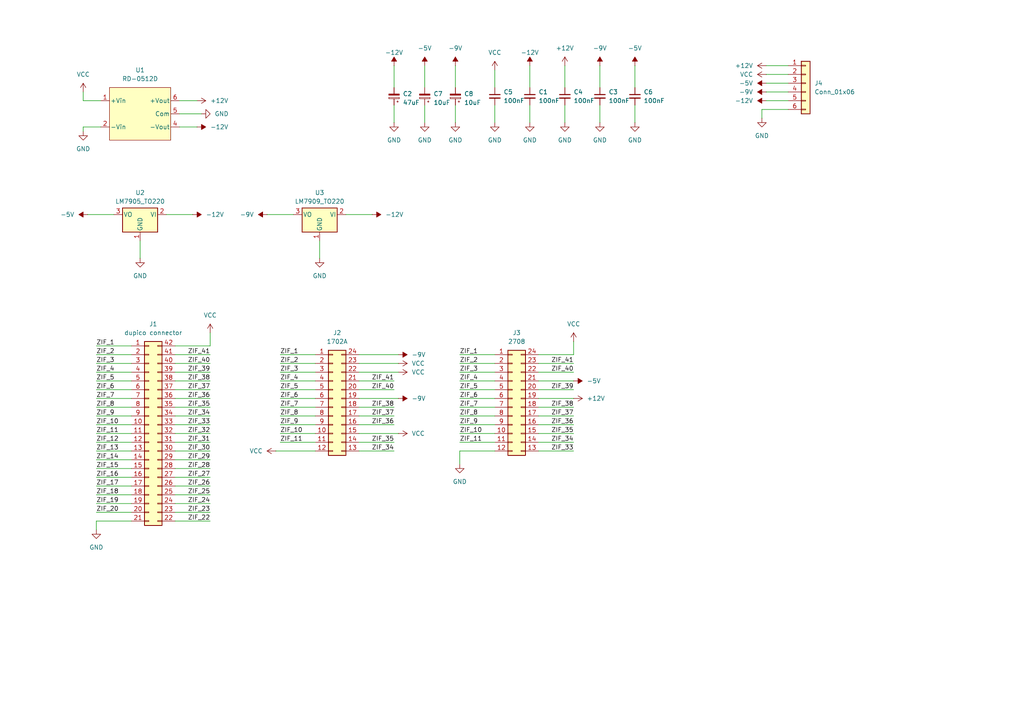
<source format=kicad_sch>
(kicad_sch
	(version 20231120)
	(generator "eeschema")
	(generator_version "8.0")
	(uuid "93b85c67-5a08-47d9-8ca2-5358380ad265")
	(paper "A4")
	(lib_symbols
		(symbol "Connector_Generic:Conn_01x06"
			(pin_names
				(offset 1.016) hide)
			(exclude_from_sim no)
			(in_bom yes)
			(on_board yes)
			(property "Reference" "J"
				(at 0 7.62 0)
				(effects
					(font
						(size 1.27 1.27)
					)
				)
			)
			(property "Value" "Conn_01x06"
				(at 0 -10.16 0)
				(effects
					(font
						(size 1.27 1.27)
					)
				)
			)
			(property "Footprint" ""
				(at 0 0 0)
				(effects
					(font
						(size 1.27 1.27)
					)
					(hide yes)
				)
			)
			(property "Datasheet" "~"
				(at 0 0 0)
				(effects
					(font
						(size 1.27 1.27)
					)
					(hide yes)
				)
			)
			(property "Description" "Generic connector, single row, 01x06, script generated (kicad-library-utils/schlib/autogen/connector/)"
				(at 0 0 0)
				(effects
					(font
						(size 1.27 1.27)
					)
					(hide yes)
				)
			)
			(property "ki_keywords" "connector"
				(at 0 0 0)
				(effects
					(font
						(size 1.27 1.27)
					)
					(hide yes)
				)
			)
			(property "ki_fp_filters" "Connector*:*_1x??_*"
				(at 0 0 0)
				(effects
					(font
						(size 1.27 1.27)
					)
					(hide yes)
				)
			)
			(symbol "Conn_01x06_1_1"
				(rectangle
					(start -1.27 -7.493)
					(end 0 -7.747)
					(stroke
						(width 0.1524)
						(type default)
					)
					(fill
						(type none)
					)
				)
				(rectangle
					(start -1.27 -4.953)
					(end 0 -5.207)
					(stroke
						(width 0.1524)
						(type default)
					)
					(fill
						(type none)
					)
				)
				(rectangle
					(start -1.27 -2.413)
					(end 0 -2.667)
					(stroke
						(width 0.1524)
						(type default)
					)
					(fill
						(type none)
					)
				)
				(rectangle
					(start -1.27 0.127)
					(end 0 -0.127)
					(stroke
						(width 0.1524)
						(type default)
					)
					(fill
						(type none)
					)
				)
				(rectangle
					(start -1.27 2.667)
					(end 0 2.413)
					(stroke
						(width 0.1524)
						(type default)
					)
					(fill
						(type none)
					)
				)
				(rectangle
					(start -1.27 5.207)
					(end 0 4.953)
					(stroke
						(width 0.1524)
						(type default)
					)
					(fill
						(type none)
					)
				)
				(rectangle
					(start -1.27 6.35)
					(end 1.27 -8.89)
					(stroke
						(width 0.254)
						(type default)
					)
					(fill
						(type background)
					)
				)
				(pin passive line
					(at -5.08 5.08 0)
					(length 3.81)
					(name "Pin_1"
						(effects
							(font
								(size 1.27 1.27)
							)
						)
					)
					(number "1"
						(effects
							(font
								(size 1.27 1.27)
							)
						)
					)
				)
				(pin passive line
					(at -5.08 2.54 0)
					(length 3.81)
					(name "Pin_2"
						(effects
							(font
								(size 1.27 1.27)
							)
						)
					)
					(number "2"
						(effects
							(font
								(size 1.27 1.27)
							)
						)
					)
				)
				(pin passive line
					(at -5.08 0 0)
					(length 3.81)
					(name "Pin_3"
						(effects
							(font
								(size 1.27 1.27)
							)
						)
					)
					(number "3"
						(effects
							(font
								(size 1.27 1.27)
							)
						)
					)
				)
				(pin passive line
					(at -5.08 -2.54 0)
					(length 3.81)
					(name "Pin_4"
						(effects
							(font
								(size 1.27 1.27)
							)
						)
					)
					(number "4"
						(effects
							(font
								(size 1.27 1.27)
							)
						)
					)
				)
				(pin passive line
					(at -5.08 -5.08 0)
					(length 3.81)
					(name "Pin_5"
						(effects
							(font
								(size 1.27 1.27)
							)
						)
					)
					(number "5"
						(effects
							(font
								(size 1.27 1.27)
							)
						)
					)
				)
				(pin passive line
					(at -5.08 -7.62 0)
					(length 3.81)
					(name "Pin_6"
						(effects
							(font
								(size 1.27 1.27)
							)
						)
					)
					(number "6"
						(effects
							(font
								(size 1.27 1.27)
							)
						)
					)
				)
			)
		)
		(symbol "Connector_Generic:Conn_02x12_Counter_Clockwise"
			(pin_names
				(offset 1.016) hide)
			(exclude_from_sim no)
			(in_bom yes)
			(on_board yes)
			(property "Reference" "J"
				(at 1.27 15.24 0)
				(effects
					(font
						(size 1.27 1.27)
					)
				)
			)
			(property "Value" "Conn_02x12_Counter_Clockwise"
				(at 1.27 -17.78 0)
				(effects
					(font
						(size 1.27 1.27)
					)
				)
			)
			(property "Footprint" ""
				(at 0 0 0)
				(effects
					(font
						(size 1.27 1.27)
					)
					(hide yes)
				)
			)
			(property "Datasheet" "~"
				(at 0 0 0)
				(effects
					(font
						(size 1.27 1.27)
					)
					(hide yes)
				)
			)
			(property "Description" "Generic connector, double row, 02x12, counter clockwise pin numbering scheme (similar to DIP package numbering), script generated (kicad-library-utils/schlib/autogen/connector/)"
				(at 0 0 0)
				(effects
					(font
						(size 1.27 1.27)
					)
					(hide yes)
				)
			)
			(property "ki_keywords" "connector"
				(at 0 0 0)
				(effects
					(font
						(size 1.27 1.27)
					)
					(hide yes)
				)
			)
			(property "ki_fp_filters" "Connector*:*_2x??_*"
				(at 0 0 0)
				(effects
					(font
						(size 1.27 1.27)
					)
					(hide yes)
				)
			)
			(symbol "Conn_02x12_Counter_Clockwise_1_1"
				(rectangle
					(start -1.27 -15.113)
					(end 0 -15.367)
					(stroke
						(width 0.1524)
						(type default)
					)
					(fill
						(type none)
					)
				)
				(rectangle
					(start -1.27 -12.573)
					(end 0 -12.827)
					(stroke
						(width 0.1524)
						(type default)
					)
					(fill
						(type none)
					)
				)
				(rectangle
					(start -1.27 -10.033)
					(end 0 -10.287)
					(stroke
						(width 0.1524)
						(type default)
					)
					(fill
						(type none)
					)
				)
				(rectangle
					(start -1.27 -7.493)
					(end 0 -7.747)
					(stroke
						(width 0.1524)
						(type default)
					)
					(fill
						(type none)
					)
				)
				(rectangle
					(start -1.27 -4.953)
					(end 0 -5.207)
					(stroke
						(width 0.1524)
						(type default)
					)
					(fill
						(type none)
					)
				)
				(rectangle
					(start -1.27 -2.413)
					(end 0 -2.667)
					(stroke
						(width 0.1524)
						(type default)
					)
					(fill
						(type none)
					)
				)
				(rectangle
					(start -1.27 0.127)
					(end 0 -0.127)
					(stroke
						(width 0.1524)
						(type default)
					)
					(fill
						(type none)
					)
				)
				(rectangle
					(start -1.27 2.667)
					(end 0 2.413)
					(stroke
						(width 0.1524)
						(type default)
					)
					(fill
						(type none)
					)
				)
				(rectangle
					(start -1.27 5.207)
					(end 0 4.953)
					(stroke
						(width 0.1524)
						(type default)
					)
					(fill
						(type none)
					)
				)
				(rectangle
					(start -1.27 7.747)
					(end 0 7.493)
					(stroke
						(width 0.1524)
						(type default)
					)
					(fill
						(type none)
					)
				)
				(rectangle
					(start -1.27 10.287)
					(end 0 10.033)
					(stroke
						(width 0.1524)
						(type default)
					)
					(fill
						(type none)
					)
				)
				(rectangle
					(start -1.27 12.827)
					(end 0 12.573)
					(stroke
						(width 0.1524)
						(type default)
					)
					(fill
						(type none)
					)
				)
				(rectangle
					(start -1.27 13.97)
					(end 3.81 -16.51)
					(stroke
						(width 0.254)
						(type default)
					)
					(fill
						(type background)
					)
				)
				(rectangle
					(start 3.81 -15.113)
					(end 2.54 -15.367)
					(stroke
						(width 0.1524)
						(type default)
					)
					(fill
						(type none)
					)
				)
				(rectangle
					(start 3.81 -12.573)
					(end 2.54 -12.827)
					(stroke
						(width 0.1524)
						(type default)
					)
					(fill
						(type none)
					)
				)
				(rectangle
					(start 3.81 -10.033)
					(end 2.54 -10.287)
					(stroke
						(width 0.1524)
						(type default)
					)
					(fill
						(type none)
					)
				)
				(rectangle
					(start 3.81 -7.493)
					(end 2.54 -7.747)
					(stroke
						(width 0.1524)
						(type default)
					)
					(fill
						(type none)
					)
				)
				(rectangle
					(start 3.81 -4.953)
					(end 2.54 -5.207)
					(stroke
						(width 0.1524)
						(type default)
					)
					(fill
						(type none)
					)
				)
				(rectangle
					(start 3.81 -2.413)
					(end 2.54 -2.667)
					(stroke
						(width 0.1524)
						(type default)
					)
					(fill
						(type none)
					)
				)
				(rectangle
					(start 3.81 0.127)
					(end 2.54 -0.127)
					(stroke
						(width 0.1524)
						(type default)
					)
					(fill
						(type none)
					)
				)
				(rectangle
					(start 3.81 2.667)
					(end 2.54 2.413)
					(stroke
						(width 0.1524)
						(type default)
					)
					(fill
						(type none)
					)
				)
				(rectangle
					(start 3.81 5.207)
					(end 2.54 4.953)
					(stroke
						(width 0.1524)
						(type default)
					)
					(fill
						(type none)
					)
				)
				(rectangle
					(start 3.81 7.747)
					(end 2.54 7.493)
					(stroke
						(width 0.1524)
						(type default)
					)
					(fill
						(type none)
					)
				)
				(rectangle
					(start 3.81 10.287)
					(end 2.54 10.033)
					(stroke
						(width 0.1524)
						(type default)
					)
					(fill
						(type none)
					)
				)
				(rectangle
					(start 3.81 12.827)
					(end 2.54 12.573)
					(stroke
						(width 0.1524)
						(type default)
					)
					(fill
						(type none)
					)
				)
				(pin passive line
					(at -5.08 12.7 0)
					(length 3.81)
					(name "Pin_1"
						(effects
							(font
								(size 1.27 1.27)
							)
						)
					)
					(number "1"
						(effects
							(font
								(size 1.27 1.27)
							)
						)
					)
				)
				(pin passive line
					(at -5.08 -10.16 0)
					(length 3.81)
					(name "Pin_10"
						(effects
							(font
								(size 1.27 1.27)
							)
						)
					)
					(number "10"
						(effects
							(font
								(size 1.27 1.27)
							)
						)
					)
				)
				(pin passive line
					(at -5.08 -12.7 0)
					(length 3.81)
					(name "Pin_11"
						(effects
							(font
								(size 1.27 1.27)
							)
						)
					)
					(number "11"
						(effects
							(font
								(size 1.27 1.27)
							)
						)
					)
				)
				(pin passive line
					(at -5.08 -15.24 0)
					(length 3.81)
					(name "Pin_12"
						(effects
							(font
								(size 1.27 1.27)
							)
						)
					)
					(number "12"
						(effects
							(font
								(size 1.27 1.27)
							)
						)
					)
				)
				(pin passive line
					(at 7.62 -15.24 180)
					(length 3.81)
					(name "Pin_13"
						(effects
							(font
								(size 1.27 1.27)
							)
						)
					)
					(number "13"
						(effects
							(font
								(size 1.27 1.27)
							)
						)
					)
				)
				(pin passive line
					(at 7.62 -12.7 180)
					(length 3.81)
					(name "Pin_14"
						(effects
							(font
								(size 1.27 1.27)
							)
						)
					)
					(number "14"
						(effects
							(font
								(size 1.27 1.27)
							)
						)
					)
				)
				(pin passive line
					(at 7.62 -10.16 180)
					(length 3.81)
					(name "Pin_15"
						(effects
							(font
								(size 1.27 1.27)
							)
						)
					)
					(number "15"
						(effects
							(font
								(size 1.27 1.27)
							)
						)
					)
				)
				(pin passive line
					(at 7.62 -7.62 180)
					(length 3.81)
					(name "Pin_16"
						(effects
							(font
								(size 1.27 1.27)
							)
						)
					)
					(number "16"
						(effects
							(font
								(size 1.27 1.27)
							)
						)
					)
				)
				(pin passive line
					(at 7.62 -5.08 180)
					(length 3.81)
					(name "Pin_17"
						(effects
							(font
								(size 1.27 1.27)
							)
						)
					)
					(number "17"
						(effects
							(font
								(size 1.27 1.27)
							)
						)
					)
				)
				(pin passive line
					(at 7.62 -2.54 180)
					(length 3.81)
					(name "Pin_18"
						(effects
							(font
								(size 1.27 1.27)
							)
						)
					)
					(number "18"
						(effects
							(font
								(size 1.27 1.27)
							)
						)
					)
				)
				(pin passive line
					(at 7.62 0 180)
					(length 3.81)
					(name "Pin_19"
						(effects
							(font
								(size 1.27 1.27)
							)
						)
					)
					(number "19"
						(effects
							(font
								(size 1.27 1.27)
							)
						)
					)
				)
				(pin passive line
					(at -5.08 10.16 0)
					(length 3.81)
					(name "Pin_2"
						(effects
							(font
								(size 1.27 1.27)
							)
						)
					)
					(number "2"
						(effects
							(font
								(size 1.27 1.27)
							)
						)
					)
				)
				(pin passive line
					(at 7.62 2.54 180)
					(length 3.81)
					(name "Pin_20"
						(effects
							(font
								(size 1.27 1.27)
							)
						)
					)
					(number "20"
						(effects
							(font
								(size 1.27 1.27)
							)
						)
					)
				)
				(pin passive line
					(at 7.62 5.08 180)
					(length 3.81)
					(name "Pin_21"
						(effects
							(font
								(size 1.27 1.27)
							)
						)
					)
					(number "21"
						(effects
							(font
								(size 1.27 1.27)
							)
						)
					)
				)
				(pin passive line
					(at 7.62 7.62 180)
					(length 3.81)
					(name "Pin_22"
						(effects
							(font
								(size 1.27 1.27)
							)
						)
					)
					(number "22"
						(effects
							(font
								(size 1.27 1.27)
							)
						)
					)
				)
				(pin passive line
					(at 7.62 10.16 180)
					(length 3.81)
					(name "Pin_23"
						(effects
							(font
								(size 1.27 1.27)
							)
						)
					)
					(number "23"
						(effects
							(font
								(size 1.27 1.27)
							)
						)
					)
				)
				(pin passive line
					(at 7.62 12.7 180)
					(length 3.81)
					(name "Pin_24"
						(effects
							(font
								(size 1.27 1.27)
							)
						)
					)
					(number "24"
						(effects
							(font
								(size 1.27 1.27)
							)
						)
					)
				)
				(pin passive line
					(at -5.08 7.62 0)
					(length 3.81)
					(name "Pin_3"
						(effects
							(font
								(size 1.27 1.27)
							)
						)
					)
					(number "3"
						(effects
							(font
								(size 1.27 1.27)
							)
						)
					)
				)
				(pin passive line
					(at -5.08 5.08 0)
					(length 3.81)
					(name "Pin_4"
						(effects
							(font
								(size 1.27 1.27)
							)
						)
					)
					(number "4"
						(effects
							(font
								(size 1.27 1.27)
							)
						)
					)
				)
				(pin passive line
					(at -5.08 2.54 0)
					(length 3.81)
					(name "Pin_5"
						(effects
							(font
								(size 1.27 1.27)
							)
						)
					)
					(number "5"
						(effects
							(font
								(size 1.27 1.27)
							)
						)
					)
				)
				(pin passive line
					(at -5.08 0 0)
					(length 3.81)
					(name "Pin_6"
						(effects
							(font
								(size 1.27 1.27)
							)
						)
					)
					(number "6"
						(effects
							(font
								(size 1.27 1.27)
							)
						)
					)
				)
				(pin passive line
					(at -5.08 -2.54 0)
					(length 3.81)
					(name "Pin_7"
						(effects
							(font
								(size 1.27 1.27)
							)
						)
					)
					(number "7"
						(effects
							(font
								(size 1.27 1.27)
							)
						)
					)
				)
				(pin passive line
					(at -5.08 -5.08 0)
					(length 3.81)
					(name "Pin_8"
						(effects
							(font
								(size 1.27 1.27)
							)
						)
					)
					(number "8"
						(effects
							(font
								(size 1.27 1.27)
							)
						)
					)
				)
				(pin passive line
					(at -5.08 -7.62 0)
					(length 3.81)
					(name "Pin_9"
						(effects
							(font
								(size 1.27 1.27)
							)
						)
					)
					(number "9"
						(effects
							(font
								(size 1.27 1.27)
							)
						)
					)
				)
			)
		)
		(symbol "Connector_Generic:Conn_02x21_Counter_Clockwise"
			(pin_names
				(offset 1.016) hide)
			(exclude_from_sim no)
			(in_bom yes)
			(on_board yes)
			(property "Reference" "J"
				(at 1.27 27.94 0)
				(effects
					(font
						(size 1.27 1.27)
					)
				)
			)
			(property "Value" "Conn_02x21_Counter_Clockwise"
				(at 1.27 -27.94 0)
				(effects
					(font
						(size 1.27 1.27)
					)
				)
			)
			(property "Footprint" ""
				(at 0 0 0)
				(effects
					(font
						(size 1.27 1.27)
					)
					(hide yes)
				)
			)
			(property "Datasheet" "~"
				(at 0 0 0)
				(effects
					(font
						(size 1.27 1.27)
					)
					(hide yes)
				)
			)
			(property "Description" "Generic connector, double row, 02x21, counter clockwise pin numbering scheme (similar to DIP package numbering), script generated (kicad-library-utils/schlib/autogen/connector/)"
				(at 0 0 0)
				(effects
					(font
						(size 1.27 1.27)
					)
					(hide yes)
				)
			)
			(property "ki_keywords" "connector"
				(at 0 0 0)
				(effects
					(font
						(size 1.27 1.27)
					)
					(hide yes)
				)
			)
			(property "ki_fp_filters" "Connector*:*_2x??_*"
				(at 0 0 0)
				(effects
					(font
						(size 1.27 1.27)
					)
					(hide yes)
				)
			)
			(symbol "Conn_02x21_Counter_Clockwise_1_1"
				(rectangle
					(start -1.27 -25.273)
					(end 0 -25.527)
					(stroke
						(width 0.1524)
						(type default)
					)
					(fill
						(type none)
					)
				)
				(rectangle
					(start -1.27 -22.733)
					(end 0 -22.987)
					(stroke
						(width 0.1524)
						(type default)
					)
					(fill
						(type none)
					)
				)
				(rectangle
					(start -1.27 -20.193)
					(end 0 -20.447)
					(stroke
						(width 0.1524)
						(type default)
					)
					(fill
						(type none)
					)
				)
				(rectangle
					(start -1.27 -17.653)
					(end 0 -17.907)
					(stroke
						(width 0.1524)
						(type default)
					)
					(fill
						(type none)
					)
				)
				(rectangle
					(start -1.27 -15.113)
					(end 0 -15.367)
					(stroke
						(width 0.1524)
						(type default)
					)
					(fill
						(type none)
					)
				)
				(rectangle
					(start -1.27 -12.573)
					(end 0 -12.827)
					(stroke
						(width 0.1524)
						(type default)
					)
					(fill
						(type none)
					)
				)
				(rectangle
					(start -1.27 -10.033)
					(end 0 -10.287)
					(stroke
						(width 0.1524)
						(type default)
					)
					(fill
						(type none)
					)
				)
				(rectangle
					(start -1.27 -7.493)
					(end 0 -7.747)
					(stroke
						(width 0.1524)
						(type default)
					)
					(fill
						(type none)
					)
				)
				(rectangle
					(start -1.27 -4.953)
					(end 0 -5.207)
					(stroke
						(width 0.1524)
						(type default)
					)
					(fill
						(type none)
					)
				)
				(rectangle
					(start -1.27 -2.413)
					(end 0 -2.667)
					(stroke
						(width 0.1524)
						(type default)
					)
					(fill
						(type none)
					)
				)
				(rectangle
					(start -1.27 0.127)
					(end 0 -0.127)
					(stroke
						(width 0.1524)
						(type default)
					)
					(fill
						(type none)
					)
				)
				(rectangle
					(start -1.27 2.667)
					(end 0 2.413)
					(stroke
						(width 0.1524)
						(type default)
					)
					(fill
						(type none)
					)
				)
				(rectangle
					(start -1.27 5.207)
					(end 0 4.953)
					(stroke
						(width 0.1524)
						(type default)
					)
					(fill
						(type none)
					)
				)
				(rectangle
					(start -1.27 7.747)
					(end 0 7.493)
					(stroke
						(width 0.1524)
						(type default)
					)
					(fill
						(type none)
					)
				)
				(rectangle
					(start -1.27 10.287)
					(end 0 10.033)
					(stroke
						(width 0.1524)
						(type default)
					)
					(fill
						(type none)
					)
				)
				(rectangle
					(start -1.27 12.827)
					(end 0 12.573)
					(stroke
						(width 0.1524)
						(type default)
					)
					(fill
						(type none)
					)
				)
				(rectangle
					(start -1.27 15.367)
					(end 0 15.113)
					(stroke
						(width 0.1524)
						(type default)
					)
					(fill
						(type none)
					)
				)
				(rectangle
					(start -1.27 17.907)
					(end 0 17.653)
					(stroke
						(width 0.1524)
						(type default)
					)
					(fill
						(type none)
					)
				)
				(rectangle
					(start -1.27 20.447)
					(end 0 20.193)
					(stroke
						(width 0.1524)
						(type default)
					)
					(fill
						(type none)
					)
				)
				(rectangle
					(start -1.27 22.987)
					(end 0 22.733)
					(stroke
						(width 0.1524)
						(type default)
					)
					(fill
						(type none)
					)
				)
				(rectangle
					(start -1.27 25.527)
					(end 0 25.273)
					(stroke
						(width 0.1524)
						(type default)
					)
					(fill
						(type none)
					)
				)
				(rectangle
					(start -1.27 26.67)
					(end 3.81 -26.67)
					(stroke
						(width 0.254)
						(type default)
					)
					(fill
						(type background)
					)
				)
				(rectangle
					(start 3.81 -25.273)
					(end 2.54 -25.527)
					(stroke
						(width 0.1524)
						(type default)
					)
					(fill
						(type none)
					)
				)
				(rectangle
					(start 3.81 -22.733)
					(end 2.54 -22.987)
					(stroke
						(width 0.1524)
						(type default)
					)
					(fill
						(type none)
					)
				)
				(rectangle
					(start 3.81 -20.193)
					(end 2.54 -20.447)
					(stroke
						(width 0.1524)
						(type default)
					)
					(fill
						(type none)
					)
				)
				(rectangle
					(start 3.81 -17.653)
					(end 2.54 -17.907)
					(stroke
						(width 0.1524)
						(type default)
					)
					(fill
						(type none)
					)
				)
				(rectangle
					(start 3.81 -15.113)
					(end 2.54 -15.367)
					(stroke
						(width 0.1524)
						(type default)
					)
					(fill
						(type none)
					)
				)
				(rectangle
					(start 3.81 -12.573)
					(end 2.54 -12.827)
					(stroke
						(width 0.1524)
						(type default)
					)
					(fill
						(type none)
					)
				)
				(rectangle
					(start 3.81 -10.033)
					(end 2.54 -10.287)
					(stroke
						(width 0.1524)
						(type default)
					)
					(fill
						(type none)
					)
				)
				(rectangle
					(start 3.81 -7.493)
					(end 2.54 -7.747)
					(stroke
						(width 0.1524)
						(type default)
					)
					(fill
						(type none)
					)
				)
				(rectangle
					(start 3.81 -4.953)
					(end 2.54 -5.207)
					(stroke
						(width 0.1524)
						(type default)
					)
					(fill
						(type none)
					)
				)
				(rectangle
					(start 3.81 -2.413)
					(end 2.54 -2.667)
					(stroke
						(width 0.1524)
						(type default)
					)
					(fill
						(type none)
					)
				)
				(rectangle
					(start 3.81 0.127)
					(end 2.54 -0.127)
					(stroke
						(width 0.1524)
						(type default)
					)
					(fill
						(type none)
					)
				)
				(rectangle
					(start 3.81 2.667)
					(end 2.54 2.413)
					(stroke
						(width 0.1524)
						(type default)
					)
					(fill
						(type none)
					)
				)
				(rectangle
					(start 3.81 5.207)
					(end 2.54 4.953)
					(stroke
						(width 0.1524)
						(type default)
					)
					(fill
						(type none)
					)
				)
				(rectangle
					(start 3.81 7.747)
					(end 2.54 7.493)
					(stroke
						(width 0.1524)
						(type default)
					)
					(fill
						(type none)
					)
				)
				(rectangle
					(start 3.81 10.287)
					(end 2.54 10.033)
					(stroke
						(width 0.1524)
						(type default)
					)
					(fill
						(type none)
					)
				)
				(rectangle
					(start 3.81 12.827)
					(end 2.54 12.573)
					(stroke
						(width 0.1524)
						(type default)
					)
					(fill
						(type none)
					)
				)
				(rectangle
					(start 3.81 15.367)
					(end 2.54 15.113)
					(stroke
						(width 0.1524)
						(type default)
					)
					(fill
						(type none)
					)
				)
				(rectangle
					(start 3.81 17.907)
					(end 2.54 17.653)
					(stroke
						(width 0.1524)
						(type default)
					)
					(fill
						(type none)
					)
				)
				(rectangle
					(start 3.81 20.447)
					(end 2.54 20.193)
					(stroke
						(width 0.1524)
						(type default)
					)
					(fill
						(type none)
					)
				)
				(rectangle
					(start 3.81 22.987)
					(end 2.54 22.733)
					(stroke
						(width 0.1524)
						(type default)
					)
					(fill
						(type none)
					)
				)
				(rectangle
					(start 3.81 25.527)
					(end 2.54 25.273)
					(stroke
						(width 0.1524)
						(type default)
					)
					(fill
						(type none)
					)
				)
				(pin passive line
					(at -5.08 25.4 0)
					(length 3.81)
					(name "Pin_1"
						(effects
							(font
								(size 1.27 1.27)
							)
						)
					)
					(number "1"
						(effects
							(font
								(size 1.27 1.27)
							)
						)
					)
				)
				(pin passive line
					(at -5.08 2.54 0)
					(length 3.81)
					(name "Pin_10"
						(effects
							(font
								(size 1.27 1.27)
							)
						)
					)
					(number "10"
						(effects
							(font
								(size 1.27 1.27)
							)
						)
					)
				)
				(pin passive line
					(at -5.08 0 0)
					(length 3.81)
					(name "Pin_11"
						(effects
							(font
								(size 1.27 1.27)
							)
						)
					)
					(number "11"
						(effects
							(font
								(size 1.27 1.27)
							)
						)
					)
				)
				(pin passive line
					(at -5.08 -2.54 0)
					(length 3.81)
					(name "Pin_12"
						(effects
							(font
								(size 1.27 1.27)
							)
						)
					)
					(number "12"
						(effects
							(font
								(size 1.27 1.27)
							)
						)
					)
				)
				(pin passive line
					(at -5.08 -5.08 0)
					(length 3.81)
					(name "Pin_13"
						(effects
							(font
								(size 1.27 1.27)
							)
						)
					)
					(number "13"
						(effects
							(font
								(size 1.27 1.27)
							)
						)
					)
				)
				(pin passive line
					(at -5.08 -7.62 0)
					(length 3.81)
					(name "Pin_14"
						(effects
							(font
								(size 1.27 1.27)
							)
						)
					)
					(number "14"
						(effects
							(font
								(size 1.27 1.27)
							)
						)
					)
				)
				(pin passive line
					(at -5.08 -10.16 0)
					(length 3.81)
					(name "Pin_15"
						(effects
							(font
								(size 1.27 1.27)
							)
						)
					)
					(number "15"
						(effects
							(font
								(size 1.27 1.27)
							)
						)
					)
				)
				(pin passive line
					(at -5.08 -12.7 0)
					(length 3.81)
					(name "Pin_16"
						(effects
							(font
								(size 1.27 1.27)
							)
						)
					)
					(number "16"
						(effects
							(font
								(size 1.27 1.27)
							)
						)
					)
				)
				(pin passive line
					(at -5.08 -15.24 0)
					(length 3.81)
					(name "Pin_17"
						(effects
							(font
								(size 1.27 1.27)
							)
						)
					)
					(number "17"
						(effects
							(font
								(size 1.27 1.27)
							)
						)
					)
				)
				(pin passive line
					(at -5.08 -17.78 0)
					(length 3.81)
					(name "Pin_18"
						(effects
							(font
								(size 1.27 1.27)
							)
						)
					)
					(number "18"
						(effects
							(font
								(size 1.27 1.27)
							)
						)
					)
				)
				(pin passive line
					(at -5.08 -20.32 0)
					(length 3.81)
					(name "Pin_19"
						(effects
							(font
								(size 1.27 1.27)
							)
						)
					)
					(number "19"
						(effects
							(font
								(size 1.27 1.27)
							)
						)
					)
				)
				(pin passive line
					(at -5.08 22.86 0)
					(length 3.81)
					(name "Pin_2"
						(effects
							(font
								(size 1.27 1.27)
							)
						)
					)
					(number "2"
						(effects
							(font
								(size 1.27 1.27)
							)
						)
					)
				)
				(pin passive line
					(at -5.08 -22.86 0)
					(length 3.81)
					(name "Pin_20"
						(effects
							(font
								(size 1.27 1.27)
							)
						)
					)
					(number "20"
						(effects
							(font
								(size 1.27 1.27)
							)
						)
					)
				)
				(pin passive line
					(at -5.08 -25.4 0)
					(length 3.81)
					(name "Pin_21"
						(effects
							(font
								(size 1.27 1.27)
							)
						)
					)
					(number "21"
						(effects
							(font
								(size 1.27 1.27)
							)
						)
					)
				)
				(pin passive line
					(at 7.62 -25.4 180)
					(length 3.81)
					(name "Pin_22"
						(effects
							(font
								(size 1.27 1.27)
							)
						)
					)
					(number "22"
						(effects
							(font
								(size 1.27 1.27)
							)
						)
					)
				)
				(pin passive line
					(at 7.62 -22.86 180)
					(length 3.81)
					(name "Pin_23"
						(effects
							(font
								(size 1.27 1.27)
							)
						)
					)
					(number "23"
						(effects
							(font
								(size 1.27 1.27)
							)
						)
					)
				)
				(pin passive line
					(at 7.62 -20.32 180)
					(length 3.81)
					(name "Pin_24"
						(effects
							(font
								(size 1.27 1.27)
							)
						)
					)
					(number "24"
						(effects
							(font
								(size 1.27 1.27)
							)
						)
					)
				)
				(pin passive line
					(at 7.62 -17.78 180)
					(length 3.81)
					(name "Pin_25"
						(effects
							(font
								(size 1.27 1.27)
							)
						)
					)
					(number "25"
						(effects
							(font
								(size 1.27 1.27)
							)
						)
					)
				)
				(pin passive line
					(at 7.62 -15.24 180)
					(length 3.81)
					(name "Pin_26"
						(effects
							(font
								(size 1.27 1.27)
							)
						)
					)
					(number "26"
						(effects
							(font
								(size 1.27 1.27)
							)
						)
					)
				)
				(pin passive line
					(at 7.62 -12.7 180)
					(length 3.81)
					(name "Pin_27"
						(effects
							(font
								(size 1.27 1.27)
							)
						)
					)
					(number "27"
						(effects
							(font
								(size 1.27 1.27)
							)
						)
					)
				)
				(pin passive line
					(at 7.62 -10.16 180)
					(length 3.81)
					(name "Pin_28"
						(effects
							(font
								(size 1.27 1.27)
							)
						)
					)
					(number "28"
						(effects
							(font
								(size 1.27 1.27)
							)
						)
					)
				)
				(pin passive line
					(at 7.62 -7.62 180)
					(length 3.81)
					(name "Pin_29"
						(effects
							(font
								(size 1.27 1.27)
							)
						)
					)
					(number "29"
						(effects
							(font
								(size 1.27 1.27)
							)
						)
					)
				)
				(pin passive line
					(at -5.08 20.32 0)
					(length 3.81)
					(name "Pin_3"
						(effects
							(font
								(size 1.27 1.27)
							)
						)
					)
					(number "3"
						(effects
							(font
								(size 1.27 1.27)
							)
						)
					)
				)
				(pin passive line
					(at 7.62 -5.08 180)
					(length 3.81)
					(name "Pin_30"
						(effects
							(font
								(size 1.27 1.27)
							)
						)
					)
					(number "30"
						(effects
							(font
								(size 1.27 1.27)
							)
						)
					)
				)
				(pin passive line
					(at 7.62 -2.54 180)
					(length 3.81)
					(name "Pin_31"
						(effects
							(font
								(size 1.27 1.27)
							)
						)
					)
					(number "31"
						(effects
							(font
								(size 1.27 1.27)
							)
						)
					)
				)
				(pin passive line
					(at 7.62 0 180)
					(length 3.81)
					(name "Pin_32"
						(effects
							(font
								(size 1.27 1.27)
							)
						)
					)
					(number "32"
						(effects
							(font
								(size 1.27 1.27)
							)
						)
					)
				)
				(pin passive line
					(at 7.62 2.54 180)
					(length 3.81)
					(name "Pin_33"
						(effects
							(font
								(size 1.27 1.27)
							)
						)
					)
					(number "33"
						(effects
							(font
								(size 1.27 1.27)
							)
						)
					)
				)
				(pin passive line
					(at 7.62 5.08 180)
					(length 3.81)
					(name "Pin_34"
						(effects
							(font
								(size 1.27 1.27)
							)
						)
					)
					(number "34"
						(effects
							(font
								(size 1.27 1.27)
							)
						)
					)
				)
				(pin passive line
					(at 7.62 7.62 180)
					(length 3.81)
					(name "Pin_35"
						(effects
							(font
								(size 1.27 1.27)
							)
						)
					)
					(number "35"
						(effects
							(font
								(size 1.27 1.27)
							)
						)
					)
				)
				(pin passive line
					(at 7.62 10.16 180)
					(length 3.81)
					(name "Pin_36"
						(effects
							(font
								(size 1.27 1.27)
							)
						)
					)
					(number "36"
						(effects
							(font
								(size 1.27 1.27)
							)
						)
					)
				)
				(pin passive line
					(at 7.62 12.7 180)
					(length 3.81)
					(name "Pin_37"
						(effects
							(font
								(size 1.27 1.27)
							)
						)
					)
					(number "37"
						(effects
							(font
								(size 1.27 1.27)
							)
						)
					)
				)
				(pin passive line
					(at 7.62 15.24 180)
					(length 3.81)
					(name "Pin_38"
						(effects
							(font
								(size 1.27 1.27)
							)
						)
					)
					(number "38"
						(effects
							(font
								(size 1.27 1.27)
							)
						)
					)
				)
				(pin passive line
					(at 7.62 17.78 180)
					(length 3.81)
					(name "Pin_39"
						(effects
							(font
								(size 1.27 1.27)
							)
						)
					)
					(number "39"
						(effects
							(font
								(size 1.27 1.27)
							)
						)
					)
				)
				(pin passive line
					(at -5.08 17.78 0)
					(length 3.81)
					(name "Pin_4"
						(effects
							(font
								(size 1.27 1.27)
							)
						)
					)
					(number "4"
						(effects
							(font
								(size 1.27 1.27)
							)
						)
					)
				)
				(pin passive line
					(at 7.62 20.32 180)
					(length 3.81)
					(name "Pin_40"
						(effects
							(font
								(size 1.27 1.27)
							)
						)
					)
					(number "40"
						(effects
							(font
								(size 1.27 1.27)
							)
						)
					)
				)
				(pin passive line
					(at 7.62 22.86 180)
					(length 3.81)
					(name "Pin_41"
						(effects
							(font
								(size 1.27 1.27)
							)
						)
					)
					(number "41"
						(effects
							(font
								(size 1.27 1.27)
							)
						)
					)
				)
				(pin passive line
					(at 7.62 25.4 180)
					(length 3.81)
					(name "Pin_42"
						(effects
							(font
								(size 1.27 1.27)
							)
						)
					)
					(number "42"
						(effects
							(font
								(size 1.27 1.27)
							)
						)
					)
				)
				(pin passive line
					(at -5.08 15.24 0)
					(length 3.81)
					(name "Pin_5"
						(effects
							(font
								(size 1.27 1.27)
							)
						)
					)
					(number "5"
						(effects
							(font
								(size 1.27 1.27)
							)
						)
					)
				)
				(pin passive line
					(at -5.08 12.7 0)
					(length 3.81)
					(name "Pin_6"
						(effects
							(font
								(size 1.27 1.27)
							)
						)
					)
					(number "6"
						(effects
							(font
								(size 1.27 1.27)
							)
						)
					)
				)
				(pin passive line
					(at -5.08 10.16 0)
					(length 3.81)
					(name "Pin_7"
						(effects
							(font
								(size 1.27 1.27)
							)
						)
					)
					(number "7"
						(effects
							(font
								(size 1.27 1.27)
							)
						)
					)
				)
				(pin passive line
					(at -5.08 7.62 0)
					(length 3.81)
					(name "Pin_8"
						(effects
							(font
								(size 1.27 1.27)
							)
						)
					)
					(number "8"
						(effects
							(font
								(size 1.27 1.27)
							)
						)
					)
				)
				(pin passive line
					(at -5.08 5.08 0)
					(length 3.81)
					(name "Pin_9"
						(effects
							(font
								(size 1.27 1.27)
							)
						)
					)
					(number "9"
						(effects
							(font
								(size 1.27 1.27)
							)
						)
					)
				)
			)
		)
		(symbol "Custom_Power:RD-0512D"
			(pin_names
				(offset 0.254)
			)
			(exclude_from_sim no)
			(in_bom yes)
			(on_board yes)
			(property "Reference" "U"
				(at -8.128 9.144 0)
				(effects
					(font
						(size 1.27 1.27)
					)
				)
			)
			(property "Value" "RD-0512D"
				(at -1.016 8.636 0)
				(effects
					(font
						(size 1.27 1.27)
					)
					(justify left)
				)
			)
			(property "Footprint" "Custom_Power_Footprint:Recom_SIP6"
				(at 1.27 10.16 0)
				(effects
					(font
						(size 1.27 1.27)
						(italic yes)
					)
					(justify left)
					(hide yes)
				)
			)
			(property "Datasheet" ""
				(at 0 0 0)
				(effects
					(font
						(size 1.27 1.27)
					)
					(hide yes)
				)
			)
			(property "Description" ""
				(at 0 0 0)
				(effects
					(font
						(size 1.27 1.27)
					)
					(hide yes)
				)
			)
			(property "ki_keywords" "dc-dc recom Step-Down DC/DC-Regulator"
				(at 0 0 0)
				(effects
					(font
						(size 1.27 1.27)
					)
					(hide yes)
				)
			)
			(property "ki_fp_filters" "Converter*DCDC*RECOM*R*78B*2.0*"
				(at 0 0 0)
				(effects
					(font
						(size 1.27 1.27)
					)
					(hide yes)
				)
			)
			(symbol "RD-0512D_1_1"
				(rectangle
					(start -8.89 7.62)
					(end 8.89 -7.62)
					(stroke
						(width 0)
						(type default)
					)
					(fill
						(type background)
					)
				)
				(pin power_in line
					(at -11.43 3.81 0)
					(length 2.54)
					(name "+Vin"
						(effects
							(font
								(size 1.27 1.27)
							)
						)
					)
					(number "1"
						(effects
							(font
								(size 1.27 1.27)
							)
						)
					)
				)
				(pin power_in line
					(at -11.43 -3.81 0)
					(length 2.54)
					(name "-Vin"
						(effects
							(font
								(size 1.27 1.27)
							)
						)
					)
					(number "2"
						(effects
							(font
								(size 1.27 1.27)
							)
						)
					)
				)
				(pin power_out line
					(at 11.43 -3.81 180)
					(length 2.54)
					(name "-Vout"
						(effects
							(font
								(size 1.27 1.27)
							)
						)
					)
					(number "4"
						(effects
							(font
								(size 1.27 1.27)
							)
						)
					)
				)
				(pin power_out line
					(at 11.43 0 180)
					(length 2.54)
					(name "Com"
						(effects
							(font
								(size 1.27 1.27)
							)
						)
					)
					(number "5"
						(effects
							(font
								(size 1.27 1.27)
							)
						)
					)
				)
				(pin power_out line
					(at 11.43 3.81 180)
					(length 2.54)
					(name "+Vout"
						(effects
							(font
								(size 1.27 1.27)
							)
						)
					)
					(number "6"
						(effects
							(font
								(size 1.27 1.27)
							)
						)
					)
				)
			)
		)
		(symbol "Device:C_Polarized_Small"
			(pin_numbers hide)
			(pin_names
				(offset 0.254) hide)
			(exclude_from_sim no)
			(in_bom yes)
			(on_board yes)
			(property "Reference" "C"
				(at 0.254 1.778 0)
				(effects
					(font
						(size 1.27 1.27)
					)
					(justify left)
				)
			)
			(property "Value" "C_Polarized_Small"
				(at 0.254 -2.032 0)
				(effects
					(font
						(size 1.27 1.27)
					)
					(justify left)
				)
			)
			(property "Footprint" ""
				(at 0 0 0)
				(effects
					(font
						(size 1.27 1.27)
					)
					(hide yes)
				)
			)
			(property "Datasheet" "~"
				(at 0 0 0)
				(effects
					(font
						(size 1.27 1.27)
					)
					(hide yes)
				)
			)
			(property "Description" "Polarized capacitor, small symbol"
				(at 0 0 0)
				(effects
					(font
						(size 1.27 1.27)
					)
					(hide yes)
				)
			)
			(property "ki_keywords" "cap capacitor"
				(at 0 0 0)
				(effects
					(font
						(size 1.27 1.27)
					)
					(hide yes)
				)
			)
			(property "ki_fp_filters" "CP_*"
				(at 0 0 0)
				(effects
					(font
						(size 1.27 1.27)
					)
					(hide yes)
				)
			)
			(symbol "C_Polarized_Small_0_1"
				(rectangle
					(start -1.524 -0.3048)
					(end 1.524 -0.6858)
					(stroke
						(width 0)
						(type default)
					)
					(fill
						(type outline)
					)
				)
				(rectangle
					(start -1.524 0.6858)
					(end 1.524 0.3048)
					(stroke
						(width 0)
						(type default)
					)
					(fill
						(type none)
					)
				)
				(polyline
					(pts
						(xy -1.27 1.524) (xy -0.762 1.524)
					)
					(stroke
						(width 0)
						(type default)
					)
					(fill
						(type none)
					)
				)
				(polyline
					(pts
						(xy -1.016 1.27) (xy -1.016 1.778)
					)
					(stroke
						(width 0)
						(type default)
					)
					(fill
						(type none)
					)
				)
			)
			(symbol "C_Polarized_Small_1_1"
				(pin passive line
					(at 0 2.54 270)
					(length 1.8542)
					(name "~"
						(effects
							(font
								(size 1.27 1.27)
							)
						)
					)
					(number "1"
						(effects
							(font
								(size 1.27 1.27)
							)
						)
					)
				)
				(pin passive line
					(at 0 -2.54 90)
					(length 1.8542)
					(name "~"
						(effects
							(font
								(size 1.27 1.27)
							)
						)
					)
					(number "2"
						(effects
							(font
								(size 1.27 1.27)
							)
						)
					)
				)
			)
		)
		(symbol "Device:C_Small"
			(pin_numbers hide)
			(pin_names
				(offset 0.254) hide)
			(exclude_from_sim no)
			(in_bom yes)
			(on_board yes)
			(property "Reference" "C"
				(at 0.254 1.778 0)
				(effects
					(font
						(size 1.27 1.27)
					)
					(justify left)
				)
			)
			(property "Value" "C_Small"
				(at 0.254 -2.032 0)
				(effects
					(font
						(size 1.27 1.27)
					)
					(justify left)
				)
			)
			(property "Footprint" ""
				(at 0 0 0)
				(effects
					(font
						(size 1.27 1.27)
					)
					(hide yes)
				)
			)
			(property "Datasheet" "~"
				(at 0 0 0)
				(effects
					(font
						(size 1.27 1.27)
					)
					(hide yes)
				)
			)
			(property "Description" "Unpolarized capacitor, small symbol"
				(at 0 0 0)
				(effects
					(font
						(size 1.27 1.27)
					)
					(hide yes)
				)
			)
			(property "ki_keywords" "capacitor cap"
				(at 0 0 0)
				(effects
					(font
						(size 1.27 1.27)
					)
					(hide yes)
				)
			)
			(property "ki_fp_filters" "C_*"
				(at 0 0 0)
				(effects
					(font
						(size 1.27 1.27)
					)
					(hide yes)
				)
			)
			(symbol "C_Small_0_1"
				(polyline
					(pts
						(xy -1.524 -0.508) (xy 1.524 -0.508)
					)
					(stroke
						(width 0.3302)
						(type default)
					)
					(fill
						(type none)
					)
				)
				(polyline
					(pts
						(xy -1.524 0.508) (xy 1.524 0.508)
					)
					(stroke
						(width 0.3048)
						(type default)
					)
					(fill
						(type none)
					)
				)
			)
			(symbol "C_Small_1_1"
				(pin passive line
					(at 0 2.54 270)
					(length 2.032)
					(name "~"
						(effects
							(font
								(size 1.27 1.27)
							)
						)
					)
					(number "1"
						(effects
							(font
								(size 1.27 1.27)
							)
						)
					)
				)
				(pin passive line
					(at 0 -2.54 90)
					(length 2.032)
					(name "~"
						(effects
							(font
								(size 1.27 1.27)
							)
						)
					)
					(number "2"
						(effects
							(font
								(size 1.27 1.27)
							)
						)
					)
				)
			)
		)
		(symbol "Regulator_Linear:LM7905_TO220"
			(pin_names
				(offset 0.254)
			)
			(exclude_from_sim no)
			(in_bom yes)
			(on_board yes)
			(property "Reference" "U"
				(at -3.81 -3.175 0)
				(effects
					(font
						(size 1.27 1.27)
					)
				)
			)
			(property "Value" "LM7905_TO220"
				(at 0 -3.175 0)
				(effects
					(font
						(size 1.27 1.27)
					)
					(justify left)
				)
			)
			(property "Footprint" "Package_TO_SOT_THT:TO-220-3_Vertical"
				(at 0 -5.08 0)
				(effects
					(font
						(size 1.27 1.27)
						(italic yes)
					)
					(hide yes)
				)
			)
			(property "Datasheet" "https://www.onsemi.com/pub/Collateral/MC7900-D.PDF"
				(at 0 0 0)
				(effects
					(font
						(size 1.27 1.27)
					)
					(hide yes)
				)
			)
			(property "Description" "Negative 1A 35V Linear Regulator, Fixed Output 5V, TO-220"
				(at 0 0 0)
				(effects
					(font
						(size 1.27 1.27)
					)
					(hide yes)
				)
			)
			(property "ki_keywords" "Voltage Regulator 1A Negative"
				(at 0 0 0)
				(effects
					(font
						(size 1.27 1.27)
					)
					(hide yes)
				)
			)
			(property "ki_fp_filters" "TO?220*"
				(at 0 0 0)
				(effects
					(font
						(size 1.27 1.27)
					)
					(hide yes)
				)
			)
			(symbol "LM7905_TO220_0_1"
				(rectangle
					(start -5.08 5.08)
					(end 5.08 -1.905)
					(stroke
						(width 0.254)
						(type default)
					)
					(fill
						(type background)
					)
				)
			)
			(symbol "LM7905_TO220_1_1"
				(pin power_in line
					(at 0 7.62 270)
					(length 2.54)
					(name "GND"
						(effects
							(font
								(size 1.27 1.27)
							)
						)
					)
					(number "1"
						(effects
							(font
								(size 1.27 1.27)
							)
						)
					)
				)
				(pin power_in line
					(at -7.62 0 0)
					(length 2.54)
					(name "VI"
						(effects
							(font
								(size 1.27 1.27)
							)
						)
					)
					(number "2"
						(effects
							(font
								(size 1.27 1.27)
							)
						)
					)
				)
				(pin power_out line
					(at 7.62 0 180)
					(length 2.54)
					(name "VO"
						(effects
							(font
								(size 1.27 1.27)
							)
						)
					)
					(number "3"
						(effects
							(font
								(size 1.27 1.27)
							)
						)
					)
				)
			)
		)
		(symbol "Regulator_Linear:LM7909_TO220"
			(pin_names
				(offset 0.254)
			)
			(exclude_from_sim no)
			(in_bom yes)
			(on_board yes)
			(property "Reference" "U"
				(at -3.81 -3.175 0)
				(effects
					(font
						(size 1.27 1.27)
					)
				)
			)
			(property "Value" "LM7909_TO220"
				(at 0 -3.175 0)
				(effects
					(font
						(size 1.27 1.27)
					)
					(justify left)
				)
			)
			(property "Footprint" "Package_TO_SOT_THT:TO-220-3_Vertical"
				(at 0 -5.08 0)
				(effects
					(font
						(size 1.27 1.27)
						(italic yes)
					)
					(hide yes)
				)
			)
			(property "Datasheet" "https://www.onsemi.com/pub/Collateral/MC7900-D.PDF"
				(at 0 0 0)
				(effects
					(font
						(size 1.27 1.27)
					)
					(hide yes)
				)
			)
			(property "Description" "Negative 1A 35V Linear Regulator, Fixed Output 9V, TO-220"
				(at 0 0 0)
				(effects
					(font
						(size 1.27 1.27)
					)
					(hide yes)
				)
			)
			(property "ki_keywords" "Voltage Regulator 1A Negative"
				(at 0 0 0)
				(effects
					(font
						(size 1.27 1.27)
					)
					(hide yes)
				)
			)
			(property "ki_fp_filters" "TO?220*"
				(at 0 0 0)
				(effects
					(font
						(size 1.27 1.27)
					)
					(hide yes)
				)
			)
			(symbol "LM7909_TO220_0_1"
				(rectangle
					(start -5.08 5.08)
					(end 5.08 -1.905)
					(stroke
						(width 0.254)
						(type default)
					)
					(fill
						(type background)
					)
				)
			)
			(symbol "LM7909_TO220_1_1"
				(pin power_in line
					(at 0 7.62 270)
					(length 2.54)
					(name "GND"
						(effects
							(font
								(size 1.27 1.27)
							)
						)
					)
					(number "1"
						(effects
							(font
								(size 1.27 1.27)
							)
						)
					)
				)
				(pin power_in line
					(at -7.62 0 0)
					(length 2.54)
					(name "VI"
						(effects
							(font
								(size 1.27 1.27)
							)
						)
					)
					(number "2"
						(effects
							(font
								(size 1.27 1.27)
							)
						)
					)
				)
				(pin power_out line
					(at 7.62 0 180)
					(length 2.54)
					(name "VO"
						(effects
							(font
								(size 1.27 1.27)
							)
						)
					)
					(number "3"
						(effects
							(font
								(size 1.27 1.27)
							)
						)
					)
				)
			)
		)
		(symbol "power:+12V"
			(power)
			(pin_numbers hide)
			(pin_names
				(offset 0) hide)
			(exclude_from_sim no)
			(in_bom yes)
			(on_board yes)
			(property "Reference" "#PWR"
				(at 0 -3.81 0)
				(effects
					(font
						(size 1.27 1.27)
					)
					(hide yes)
				)
			)
			(property "Value" "+12V"
				(at 0 3.556 0)
				(effects
					(font
						(size 1.27 1.27)
					)
				)
			)
			(property "Footprint" ""
				(at 0 0 0)
				(effects
					(font
						(size 1.27 1.27)
					)
					(hide yes)
				)
			)
			(property "Datasheet" ""
				(at 0 0 0)
				(effects
					(font
						(size 1.27 1.27)
					)
					(hide yes)
				)
			)
			(property "Description" "Power symbol creates a global label with name \"+12V\""
				(at 0 0 0)
				(effects
					(font
						(size 1.27 1.27)
					)
					(hide yes)
				)
			)
			(property "ki_keywords" "global power"
				(at 0 0 0)
				(effects
					(font
						(size 1.27 1.27)
					)
					(hide yes)
				)
			)
			(symbol "+12V_0_1"
				(polyline
					(pts
						(xy -0.762 1.27) (xy 0 2.54)
					)
					(stroke
						(width 0)
						(type default)
					)
					(fill
						(type none)
					)
				)
				(polyline
					(pts
						(xy 0 0) (xy 0 2.54)
					)
					(stroke
						(width 0)
						(type default)
					)
					(fill
						(type none)
					)
				)
				(polyline
					(pts
						(xy 0 2.54) (xy 0.762 1.27)
					)
					(stroke
						(width 0)
						(type default)
					)
					(fill
						(type none)
					)
				)
			)
			(symbol "+12V_1_1"
				(pin power_in line
					(at 0 0 90)
					(length 0)
					(name "~"
						(effects
							(font
								(size 1.27 1.27)
							)
						)
					)
					(number "1"
						(effects
							(font
								(size 1.27 1.27)
							)
						)
					)
				)
			)
		)
		(symbol "power:-12V"
			(power)
			(pin_numbers hide)
			(pin_names
				(offset 0) hide)
			(exclude_from_sim no)
			(in_bom yes)
			(on_board yes)
			(property "Reference" "#PWR"
				(at 0 -3.81 0)
				(effects
					(font
						(size 1.27 1.27)
					)
					(hide yes)
				)
			)
			(property "Value" "-12V"
				(at 0 3.556 0)
				(effects
					(font
						(size 1.27 1.27)
					)
				)
			)
			(property "Footprint" ""
				(at 0 0 0)
				(effects
					(font
						(size 1.27 1.27)
					)
					(hide yes)
				)
			)
			(property "Datasheet" ""
				(at 0 0 0)
				(effects
					(font
						(size 1.27 1.27)
					)
					(hide yes)
				)
			)
			(property "Description" "Power symbol creates a global label with name \"-12V\""
				(at 0 0 0)
				(effects
					(font
						(size 1.27 1.27)
					)
					(hide yes)
				)
			)
			(property "ki_keywords" "global power"
				(at 0 0 0)
				(effects
					(font
						(size 1.27 1.27)
					)
					(hide yes)
				)
			)
			(symbol "-12V_0_0"
				(pin power_in line
					(at 0 0 90)
					(length 0)
					(name "~"
						(effects
							(font
								(size 1.27 1.27)
							)
						)
					)
					(number "1"
						(effects
							(font
								(size 1.27 1.27)
							)
						)
					)
				)
			)
			(symbol "-12V_0_1"
				(polyline
					(pts
						(xy 0 0) (xy 0 1.27) (xy 0.762 1.27) (xy 0 2.54) (xy -0.762 1.27) (xy 0 1.27)
					)
					(stroke
						(width 0)
						(type default)
					)
					(fill
						(type outline)
					)
				)
			)
		)
		(symbol "power:-5V"
			(power)
			(pin_numbers hide)
			(pin_names
				(offset 0) hide)
			(exclude_from_sim no)
			(in_bom yes)
			(on_board yes)
			(property "Reference" "#PWR"
				(at 0 -3.81 0)
				(effects
					(font
						(size 1.27 1.27)
					)
					(hide yes)
				)
			)
			(property "Value" "-5V"
				(at 0 3.556 0)
				(effects
					(font
						(size 1.27 1.27)
					)
				)
			)
			(property "Footprint" ""
				(at 0 0 0)
				(effects
					(font
						(size 1.27 1.27)
					)
					(hide yes)
				)
			)
			(property "Datasheet" ""
				(at 0 0 0)
				(effects
					(font
						(size 1.27 1.27)
					)
					(hide yes)
				)
			)
			(property "Description" "Power symbol creates a global label with name \"-5V\""
				(at 0 0 0)
				(effects
					(font
						(size 1.27 1.27)
					)
					(hide yes)
				)
			)
			(property "ki_keywords" "global power"
				(at 0 0 0)
				(effects
					(font
						(size 1.27 1.27)
					)
					(hide yes)
				)
			)
			(symbol "-5V_0_0"
				(pin power_in line
					(at 0 0 90)
					(length 0)
					(name "~"
						(effects
							(font
								(size 1.27 1.27)
							)
						)
					)
					(number "1"
						(effects
							(font
								(size 1.27 1.27)
							)
						)
					)
				)
			)
			(symbol "-5V_0_1"
				(polyline
					(pts
						(xy 0 0) (xy 0 1.27) (xy 0.762 1.27) (xy 0 2.54) (xy -0.762 1.27) (xy 0 1.27)
					)
					(stroke
						(width 0)
						(type default)
					)
					(fill
						(type outline)
					)
				)
			)
		)
		(symbol "power:-9V"
			(power)
			(pin_numbers hide)
			(pin_names
				(offset 0) hide)
			(exclude_from_sim no)
			(in_bom yes)
			(on_board yes)
			(property "Reference" "#PWR"
				(at 0 -3.81 0)
				(effects
					(font
						(size 1.27 1.27)
					)
					(hide yes)
				)
			)
			(property "Value" "-9V"
				(at 0 3.556 0)
				(effects
					(font
						(size 1.27 1.27)
					)
				)
			)
			(property "Footprint" ""
				(at 0 0 0)
				(effects
					(font
						(size 1.27 1.27)
					)
					(hide yes)
				)
			)
			(property "Datasheet" ""
				(at 0 0 0)
				(effects
					(font
						(size 1.27 1.27)
					)
					(hide yes)
				)
			)
			(property "Description" "Power symbol creates a global label with name \"-9V\""
				(at 0 0 0)
				(effects
					(font
						(size 1.27 1.27)
					)
					(hide yes)
				)
			)
			(property "ki_keywords" "global power"
				(at 0 0 0)
				(effects
					(font
						(size 1.27 1.27)
					)
					(hide yes)
				)
			)
			(symbol "-9V_0_1"
				(polyline
					(pts
						(xy 0 0) (xy 0 2.54)
					)
					(stroke
						(width 0)
						(type default)
					)
					(fill
						(type none)
					)
				)
				(polyline
					(pts
						(xy 0.762 1.27) (xy -0.762 1.27) (xy 0 2.54) (xy 0.762 1.27)
					)
					(stroke
						(width 0)
						(type default)
					)
					(fill
						(type outline)
					)
				)
			)
			(symbol "-9V_1_1"
				(pin power_in line
					(at 0 0 90)
					(length 0)
					(name "~"
						(effects
							(font
								(size 1.27 1.27)
							)
						)
					)
					(number "1"
						(effects
							(font
								(size 1.27 1.27)
							)
						)
					)
				)
			)
		)
		(symbol "power:GND"
			(power)
			(pin_numbers hide)
			(pin_names
				(offset 0) hide)
			(exclude_from_sim no)
			(in_bom yes)
			(on_board yes)
			(property "Reference" "#PWR"
				(at 0 -6.35 0)
				(effects
					(font
						(size 1.27 1.27)
					)
					(hide yes)
				)
			)
			(property "Value" "GND"
				(at 0 -3.81 0)
				(effects
					(font
						(size 1.27 1.27)
					)
				)
			)
			(property "Footprint" ""
				(at 0 0 0)
				(effects
					(font
						(size 1.27 1.27)
					)
					(hide yes)
				)
			)
			(property "Datasheet" ""
				(at 0 0 0)
				(effects
					(font
						(size 1.27 1.27)
					)
					(hide yes)
				)
			)
			(property "Description" "Power symbol creates a global label with name \"GND\" , ground"
				(at 0 0 0)
				(effects
					(font
						(size 1.27 1.27)
					)
					(hide yes)
				)
			)
			(property "ki_keywords" "global power"
				(at 0 0 0)
				(effects
					(font
						(size 1.27 1.27)
					)
					(hide yes)
				)
			)
			(symbol "GND_0_1"
				(polyline
					(pts
						(xy 0 0) (xy 0 -1.27) (xy 1.27 -1.27) (xy 0 -2.54) (xy -1.27 -1.27) (xy 0 -1.27)
					)
					(stroke
						(width 0)
						(type default)
					)
					(fill
						(type none)
					)
				)
			)
			(symbol "GND_1_1"
				(pin power_in line
					(at 0 0 270)
					(length 0)
					(name "~"
						(effects
							(font
								(size 1.27 1.27)
							)
						)
					)
					(number "1"
						(effects
							(font
								(size 1.27 1.27)
							)
						)
					)
				)
			)
		)
		(symbol "power:VCC"
			(power)
			(pin_numbers hide)
			(pin_names
				(offset 0) hide)
			(exclude_from_sim no)
			(in_bom yes)
			(on_board yes)
			(property "Reference" "#PWR"
				(at 0 -3.81 0)
				(effects
					(font
						(size 1.27 1.27)
					)
					(hide yes)
				)
			)
			(property "Value" "VCC"
				(at 0 3.556 0)
				(effects
					(font
						(size 1.27 1.27)
					)
				)
			)
			(property "Footprint" ""
				(at 0 0 0)
				(effects
					(font
						(size 1.27 1.27)
					)
					(hide yes)
				)
			)
			(property "Datasheet" ""
				(at 0 0 0)
				(effects
					(font
						(size 1.27 1.27)
					)
					(hide yes)
				)
			)
			(property "Description" "Power symbol creates a global label with name \"VCC\""
				(at 0 0 0)
				(effects
					(font
						(size 1.27 1.27)
					)
					(hide yes)
				)
			)
			(property "ki_keywords" "global power"
				(at 0 0 0)
				(effects
					(font
						(size 1.27 1.27)
					)
					(hide yes)
				)
			)
			(symbol "VCC_0_1"
				(polyline
					(pts
						(xy -0.762 1.27) (xy 0 2.54)
					)
					(stroke
						(width 0)
						(type default)
					)
					(fill
						(type none)
					)
				)
				(polyline
					(pts
						(xy 0 0) (xy 0 2.54)
					)
					(stroke
						(width 0)
						(type default)
					)
					(fill
						(type none)
					)
				)
				(polyline
					(pts
						(xy 0 2.54) (xy 0.762 1.27)
					)
					(stroke
						(width 0)
						(type default)
					)
					(fill
						(type none)
					)
				)
			)
			(symbol "VCC_1_1"
				(pin power_in line
					(at 0 0 90)
					(length 0)
					(name "~"
						(effects
							(font
								(size 1.27 1.27)
							)
						)
					)
					(number "1"
						(effects
							(font
								(size 1.27 1.27)
							)
						)
					)
				)
			)
		)
	)
	(wire
		(pts
			(xy 40.64 69.85) (xy 40.64 74.93)
		)
		(stroke
			(width 0)
			(type default)
		)
		(uuid "026f4303-b8d6-4ecf-adb8-49164baab161")
	)
	(wire
		(pts
			(xy 27.94 128.27) (xy 38.1 128.27)
		)
		(stroke
			(width 0)
			(type default)
		)
		(uuid "033a386a-6f37-4834-b8d0-c4804de5511e")
	)
	(wire
		(pts
			(xy 115.57 125.73) (xy 104.14 125.73)
		)
		(stroke
			(width 0)
			(type default)
		)
		(uuid "0857beb3-5a49-479b-b5d5-93d4102bc39e")
	)
	(wire
		(pts
			(xy 81.28 118.11) (xy 91.44 118.11)
		)
		(stroke
			(width 0)
			(type default)
		)
		(uuid "0888ee8e-2c79-4ef3-a2ba-c9c98f0fbce5")
	)
	(wire
		(pts
			(xy 81.28 105.41) (xy 91.44 105.41)
		)
		(stroke
			(width 0)
			(type default)
		)
		(uuid "09900851-6c99-4bea-ae2a-5e3bda880a74")
	)
	(wire
		(pts
			(xy 50.8 110.49) (xy 60.96 110.49)
		)
		(stroke
			(width 0)
			(type default)
		)
		(uuid "0db063b8-e7d7-4285-b1de-c46acfc8631d")
	)
	(wire
		(pts
			(xy 52.07 29.21) (xy 57.15 29.21)
		)
		(stroke
			(width 0)
			(type default)
		)
		(uuid "0e0372cf-719d-414d-a1f1-86b09d5f9aaf")
	)
	(wire
		(pts
			(xy 27.94 151.13) (xy 27.94 153.67)
		)
		(stroke
			(width 0)
			(type default)
		)
		(uuid "0e8f5338-e2f5-4542-8c03-9519542de244")
	)
	(wire
		(pts
			(xy 133.35 118.11) (xy 143.51 118.11)
		)
		(stroke
			(width 0)
			(type default)
		)
		(uuid "0fbdfaf0-77a7-4704-8e06-1dc6022387bb")
	)
	(wire
		(pts
			(xy 25.4 62.23) (xy 33.02 62.23)
		)
		(stroke
			(width 0)
			(type default)
		)
		(uuid "13869683-741b-414e-94a5-302d354b18db")
	)
	(wire
		(pts
			(xy 27.94 102.87) (xy 38.1 102.87)
		)
		(stroke
			(width 0)
			(type default)
		)
		(uuid "141b67b1-e911-454d-a750-9ba0938a568f")
	)
	(wire
		(pts
			(xy 27.94 138.43) (xy 38.1 138.43)
		)
		(stroke
			(width 0)
			(type default)
		)
		(uuid "170f8a48-80eb-4609-88a1-2cb74149c0c3")
	)
	(wire
		(pts
			(xy 104.14 115.57) (xy 115.57 115.57)
		)
		(stroke
			(width 0)
			(type default)
		)
		(uuid "176e5c88-a52f-4030-8629-cbe15d23a8c9")
	)
	(wire
		(pts
			(xy 27.94 110.49) (xy 38.1 110.49)
		)
		(stroke
			(width 0)
			(type default)
		)
		(uuid "18bffdc2-ced6-483d-924c-856b1d8dcbde")
	)
	(wire
		(pts
			(xy 115.57 105.41) (xy 104.14 105.41)
		)
		(stroke
			(width 0)
			(type default)
		)
		(uuid "1a08601e-3363-4705-ba73-47636cf0690d")
	)
	(wire
		(pts
			(xy 173.99 19.05) (xy 173.99 25.4)
		)
		(stroke
			(width 0)
			(type default)
		)
		(uuid "1a98de8e-f0c8-4cbf-9723-6686403a2287")
	)
	(wire
		(pts
			(xy 50.8 105.41) (xy 60.96 105.41)
		)
		(stroke
			(width 0)
			(type default)
		)
		(uuid "1bbd3a01-2dc9-4189-b970-17e85a35f815")
	)
	(wire
		(pts
			(xy 50.8 115.57) (xy 60.96 115.57)
		)
		(stroke
			(width 0)
			(type default)
		)
		(uuid "1d6aec7f-ff8d-4f33-b558-90cbc7d76c63")
	)
	(wire
		(pts
			(xy 133.35 130.81) (xy 133.35 134.62)
		)
		(stroke
			(width 0)
			(type default)
		)
		(uuid "22307f29-b045-461e-8511-f0b4a1cb01fb")
	)
	(wire
		(pts
			(xy 143.51 130.81) (xy 133.35 130.81)
		)
		(stroke
			(width 0)
			(type default)
		)
		(uuid "25530063-4cac-46d2-9df5-363ac0aba042")
	)
	(wire
		(pts
			(xy 81.28 115.57) (xy 91.44 115.57)
		)
		(stroke
			(width 0)
			(type default)
		)
		(uuid "26e15310-5f4b-41bb-b51a-74ef4f1891c7")
	)
	(wire
		(pts
			(xy 184.15 30.48) (xy 184.15 35.56)
		)
		(stroke
			(width 0)
			(type default)
		)
		(uuid "2744e2ff-b1a7-41e6-8170-6a3af73da0c8")
	)
	(wire
		(pts
			(xy 220.98 31.75) (xy 220.98 34.29)
		)
		(stroke
			(width 0)
			(type default)
		)
		(uuid "2c12d6f7-0129-4c96-aab1-acdadf8e04fe")
	)
	(wire
		(pts
			(xy 48.26 62.23) (xy 55.88 62.23)
		)
		(stroke
			(width 0)
			(type default)
		)
		(uuid "2c16bb02-1982-4311-9db4-a6b20ea89bbe")
	)
	(wire
		(pts
			(xy 92.71 69.85) (xy 92.71 74.93)
		)
		(stroke
			(width 0)
			(type default)
		)
		(uuid "2caf46ac-da10-465f-ab04-c6749ebc87f3")
	)
	(wire
		(pts
			(xy 50.8 113.03) (xy 60.96 113.03)
		)
		(stroke
			(width 0)
			(type default)
		)
		(uuid "2d9442c4-c180-4642-9f33-329b212cbf78")
	)
	(wire
		(pts
			(xy 222.25 26.67) (xy 228.6 26.67)
		)
		(stroke
			(width 0)
			(type default)
		)
		(uuid "2e054b96-30a3-4a24-b746-0cf5831ac6ff")
	)
	(wire
		(pts
			(xy 104.14 110.49) (xy 114.3 110.49)
		)
		(stroke
			(width 0)
			(type default)
		)
		(uuid "2eb39d3c-b2b0-4acc-8634-00c8d74aa247")
	)
	(wire
		(pts
			(xy 156.21 102.87) (xy 166.37 102.87)
		)
		(stroke
			(width 0)
			(type default)
		)
		(uuid "2fe32f3c-eaf8-4828-8444-6e9820d014b3")
	)
	(wire
		(pts
			(xy 27.94 125.73) (xy 38.1 125.73)
		)
		(stroke
			(width 0)
			(type default)
		)
		(uuid "31773c98-5415-43f4-9de7-4b72cd2f4bdc")
	)
	(wire
		(pts
			(xy 104.14 120.65) (xy 114.3 120.65)
		)
		(stroke
			(width 0)
			(type default)
		)
		(uuid "32194856-29f7-4eaa-8ad6-ddf753bdcedf")
	)
	(wire
		(pts
			(xy 50.8 143.51) (xy 60.96 143.51)
		)
		(stroke
			(width 0)
			(type default)
		)
		(uuid "339cc008-8d06-46ad-950c-564ff256797d")
	)
	(wire
		(pts
			(xy 50.8 151.13) (xy 60.96 151.13)
		)
		(stroke
			(width 0)
			(type default)
		)
		(uuid "34c29391-1170-44b4-9bc1-14d6b2860c02")
	)
	(wire
		(pts
			(xy 80.01 130.81) (xy 91.44 130.81)
		)
		(stroke
			(width 0)
			(type default)
		)
		(uuid "3582eb6e-d172-4fa6-af7a-dbc04f02155d")
	)
	(wire
		(pts
			(xy 29.21 29.21) (xy 24.13 29.21)
		)
		(stroke
			(width 0)
			(type default)
		)
		(uuid "399d0d75-0192-4cd8-ac62-8a483dd5d0d6")
	)
	(wire
		(pts
			(xy 27.94 135.89) (xy 38.1 135.89)
		)
		(stroke
			(width 0)
			(type default)
		)
		(uuid "3e4083e3-1347-4321-9051-30425b07240d")
	)
	(wire
		(pts
			(xy 27.94 115.57) (xy 38.1 115.57)
		)
		(stroke
			(width 0)
			(type default)
		)
		(uuid "45a8c453-7588-4377-b3ec-a83347f4be10")
	)
	(wire
		(pts
			(xy 222.25 21.59) (xy 228.6 21.59)
		)
		(stroke
			(width 0)
			(type default)
		)
		(uuid "494cf503-ffa3-43a1-a9d0-bd4a5bb90d4e")
	)
	(wire
		(pts
			(xy 156.21 118.11) (xy 166.37 118.11)
		)
		(stroke
			(width 0)
			(type default)
		)
		(uuid "4a30b3c0-f55e-46e2-acd5-99ddb30bf8d7")
	)
	(wire
		(pts
			(xy 156.21 120.65) (xy 166.37 120.65)
		)
		(stroke
			(width 0)
			(type default)
		)
		(uuid "4b04f1b1-71d4-4117-bb1c-dd3bd9237fb8")
	)
	(wire
		(pts
			(xy 104.14 123.19) (xy 114.3 123.19)
		)
		(stroke
			(width 0)
			(type default)
		)
		(uuid "4bdf1917-3cff-4c9f-9933-664de26d58f6")
	)
	(wire
		(pts
			(xy 27.94 146.05) (xy 38.1 146.05)
		)
		(stroke
			(width 0)
			(type default)
		)
		(uuid "4c396e25-31e4-4c29-aa37-71d5ca42def6")
	)
	(wire
		(pts
			(xy 81.28 110.49) (xy 91.44 110.49)
		)
		(stroke
			(width 0)
			(type default)
		)
		(uuid "4d4acbed-f089-4190-8e12-0e751fd5009c")
	)
	(wire
		(pts
			(xy 163.83 30.48) (xy 163.83 35.56)
		)
		(stroke
			(width 0)
			(type default)
		)
		(uuid "5280e189-cc9c-4e59-8b2e-5c4e1c75ed9c")
	)
	(wire
		(pts
			(xy 115.57 107.95) (xy 104.14 107.95)
		)
		(stroke
			(width 0)
			(type default)
		)
		(uuid "564afb1d-94c0-43fc-9797-3310a5122f37")
	)
	(wire
		(pts
			(xy 27.94 133.35) (xy 38.1 133.35)
		)
		(stroke
			(width 0)
			(type default)
		)
		(uuid "58bae3f5-a0f2-4883-ba04-ac1d96517ff6")
	)
	(wire
		(pts
			(xy 29.21 36.83) (xy 24.13 36.83)
		)
		(stroke
			(width 0)
			(type default)
		)
		(uuid "5bd01570-e36b-4baa-a9af-52b79435121d")
	)
	(wire
		(pts
			(xy 133.35 110.49) (xy 143.51 110.49)
		)
		(stroke
			(width 0)
			(type default)
		)
		(uuid "5c978202-5fd8-4c19-9220-f2a36c490bec")
	)
	(wire
		(pts
			(xy 50.8 107.95) (xy 60.96 107.95)
		)
		(stroke
			(width 0)
			(type default)
		)
		(uuid "636fa981-b38b-4a94-9ba8-3a60daa9d13c")
	)
	(wire
		(pts
			(xy 27.94 123.19) (xy 38.1 123.19)
		)
		(stroke
			(width 0)
			(type default)
		)
		(uuid "6693088b-3d4d-408e-a3e5-fcce8e5567b1")
	)
	(wire
		(pts
			(xy 104.14 113.03) (xy 114.3 113.03)
		)
		(stroke
			(width 0)
			(type default)
		)
		(uuid "6774773a-ec6e-4b64-978d-dc442577348f")
	)
	(wire
		(pts
			(xy 228.6 31.75) (xy 220.98 31.75)
		)
		(stroke
			(width 0)
			(type default)
		)
		(uuid "6d375b00-a378-4785-b9dd-e54b75418a8f")
	)
	(wire
		(pts
			(xy 81.28 125.73) (xy 91.44 125.73)
		)
		(stroke
			(width 0)
			(type default)
		)
		(uuid "6e6377a5-6276-46e4-9956-15a02caf96fc")
	)
	(wire
		(pts
			(xy 50.8 120.65) (xy 60.96 120.65)
		)
		(stroke
			(width 0)
			(type default)
		)
		(uuid "6feb6b04-c43d-499c-a0c6-4c96dffe9bb5")
	)
	(wire
		(pts
			(xy 163.83 19.05) (xy 163.83 25.4)
		)
		(stroke
			(width 0)
			(type default)
		)
		(uuid "738a7290-d8dc-4840-ab28-a8fa259a4ecb")
	)
	(wire
		(pts
			(xy 100.33 62.23) (xy 107.95 62.23)
		)
		(stroke
			(width 0)
			(type default)
		)
		(uuid "74479fc9-b7d6-457d-924d-17bb9f522aca")
	)
	(wire
		(pts
			(xy 133.35 120.65) (xy 143.51 120.65)
		)
		(stroke
			(width 0)
			(type default)
		)
		(uuid "774f4549-16ef-4ced-90f8-45104321704c")
	)
	(wire
		(pts
			(xy 123.19 19.05) (xy 123.19 25.4)
		)
		(stroke
			(width 0)
			(type default)
		)
		(uuid "7952d2c2-fe24-4628-a681-8708b43076ba")
	)
	(wire
		(pts
			(xy 60.96 96.52) (xy 60.96 100.33)
		)
		(stroke
			(width 0)
			(type default)
		)
		(uuid "7a11df56-ef2a-4f3e-84e5-d2809770167d")
	)
	(wire
		(pts
			(xy 153.67 19.05) (xy 153.67 25.4)
		)
		(stroke
			(width 0)
			(type default)
		)
		(uuid "7caaa951-2540-4068-b898-898d0e85647e")
	)
	(wire
		(pts
			(xy 104.14 130.81) (xy 114.3 130.81)
		)
		(stroke
			(width 0)
			(type default)
		)
		(uuid "7e4c783a-5fee-4e75-a267-994c6a4d83aa")
	)
	(wire
		(pts
			(xy 156.21 130.81) (xy 166.37 130.81)
		)
		(stroke
			(width 0)
			(type default)
		)
		(uuid "7e6b6743-76b7-4d38-97c6-4fcbaf583be4")
	)
	(wire
		(pts
			(xy 81.28 120.65) (xy 91.44 120.65)
		)
		(stroke
			(width 0)
			(type default)
		)
		(uuid "831553db-754e-445d-8068-9fa27228e266")
	)
	(wire
		(pts
			(xy 27.94 100.33) (xy 38.1 100.33)
		)
		(stroke
			(width 0)
			(type default)
		)
		(uuid "846579b4-3ba7-4629-9607-286cd6020786")
	)
	(wire
		(pts
			(xy 166.37 102.87) (xy 166.37 99.06)
		)
		(stroke
			(width 0)
			(type default)
		)
		(uuid "8615e083-b4e5-48c7-865a-bfb6513fed2a")
	)
	(wire
		(pts
			(xy 27.94 151.13) (xy 38.1 151.13)
		)
		(stroke
			(width 0)
			(type default)
		)
		(uuid "8b5138be-88ce-4f9c-a689-e46413de39b0")
	)
	(wire
		(pts
			(xy 143.51 30.48) (xy 143.51 35.56)
		)
		(stroke
			(width 0)
			(type default)
		)
		(uuid "8bfa382a-1a70-45aa-ace0-965c7f82ce28")
	)
	(wire
		(pts
			(xy 133.35 107.95) (xy 143.51 107.95)
		)
		(stroke
			(width 0)
			(type default)
		)
		(uuid "8c5ec79d-ad8f-4b3b-8c2e-e9b95745a04d")
	)
	(wire
		(pts
			(xy 77.47 62.23) (xy 85.09 62.23)
		)
		(stroke
			(width 0)
			(type default)
		)
		(uuid "8d5b83de-ef46-4d7d-9b5b-8a71e81f9e91")
	)
	(wire
		(pts
			(xy 50.8 148.59) (xy 60.96 148.59)
		)
		(stroke
			(width 0)
			(type default)
		)
		(uuid "8f0392b2-0919-4df9-a58b-13458d90fe86")
	)
	(wire
		(pts
			(xy 50.8 118.11) (xy 60.96 118.11)
		)
		(stroke
			(width 0)
			(type default)
		)
		(uuid "8f7a922e-e038-4bf3-b2e9-ba93bd0d806b")
	)
	(wire
		(pts
			(xy 81.28 123.19) (xy 91.44 123.19)
		)
		(stroke
			(width 0)
			(type default)
		)
		(uuid "8f84c9e1-a9bb-461e-b302-a2878c9444e1")
	)
	(wire
		(pts
			(xy 132.08 19.05) (xy 132.08 25.4)
		)
		(stroke
			(width 0)
			(type default)
		)
		(uuid "90b12cf9-0eb8-4543-82e0-20a492baba1f")
	)
	(wire
		(pts
			(xy 81.28 102.87) (xy 91.44 102.87)
		)
		(stroke
			(width 0)
			(type default)
		)
		(uuid "91723be2-d60f-4073-bcb3-77743e7769a5")
	)
	(wire
		(pts
			(xy 156.21 125.73) (xy 166.37 125.73)
		)
		(stroke
			(width 0)
			(type default)
		)
		(uuid "9203f5be-7942-42bb-8b5e-9b63f26d881c")
	)
	(wire
		(pts
			(xy 24.13 29.21) (xy 24.13 26.67)
		)
		(stroke
			(width 0)
			(type default)
		)
		(uuid "93e54b11-2ef0-4316-9698-63dde42d1077")
	)
	(wire
		(pts
			(xy 50.8 133.35) (xy 60.96 133.35)
		)
		(stroke
			(width 0)
			(type default)
		)
		(uuid "968207cf-a973-405f-9510-a77f878dbc91")
	)
	(wire
		(pts
			(xy 104.14 102.87) (xy 115.57 102.87)
		)
		(stroke
			(width 0)
			(type default)
		)
		(uuid "999c5aca-9c0b-4c3c-90eb-3d7dbe2c5f35")
	)
	(wire
		(pts
			(xy 114.3 30.48) (xy 114.3 35.56)
		)
		(stroke
			(width 0)
			(type default)
		)
		(uuid "9c5860b3-b8a2-43ce-9aab-1111d9956f6f")
	)
	(wire
		(pts
			(xy 132.08 30.48) (xy 132.08 35.56)
		)
		(stroke
			(width 0)
			(type default)
		)
		(uuid "9d8f0c5f-e00d-4245-a0f1-ac05dea9319e")
	)
	(wire
		(pts
			(xy 27.94 107.95) (xy 38.1 107.95)
		)
		(stroke
			(width 0)
			(type default)
		)
		(uuid "9e18d209-bc92-4924-a62d-79ad4d56f683")
	)
	(wire
		(pts
			(xy 50.8 135.89) (xy 60.96 135.89)
		)
		(stroke
			(width 0)
			(type default)
		)
		(uuid "9fee3a39-8203-4135-9664-4322c1c4f692")
	)
	(wire
		(pts
			(xy 133.35 123.19) (xy 143.51 123.19)
		)
		(stroke
			(width 0)
			(type default)
		)
		(uuid "a019475f-bc8b-4c0b-a13b-341f798343ca")
	)
	(wire
		(pts
			(xy 143.51 20.32) (xy 143.51 25.4)
		)
		(stroke
			(width 0)
			(type default)
		)
		(uuid "a28e6524-2f1b-4f5f-bd26-6d4e157875d4")
	)
	(wire
		(pts
			(xy 27.94 118.11) (xy 38.1 118.11)
		)
		(stroke
			(width 0)
			(type default)
		)
		(uuid "a3b7d7f8-7bee-4489-ac6f-b57fb461c81b")
	)
	(wire
		(pts
			(xy 133.35 125.73) (xy 143.51 125.73)
		)
		(stroke
			(width 0)
			(type default)
		)
		(uuid "aace1fcc-bacf-4c71-aca3-63f6b83af565")
	)
	(wire
		(pts
			(xy 104.14 128.27) (xy 114.3 128.27)
		)
		(stroke
			(width 0)
			(type default)
		)
		(uuid "ac26d8fd-f226-422d-af5d-78633c74009d")
	)
	(wire
		(pts
			(xy 104.14 118.11) (xy 114.3 118.11)
		)
		(stroke
			(width 0)
			(type default)
		)
		(uuid "b190b97e-9d19-4f7e-83b0-f27288b9c9bc")
	)
	(wire
		(pts
			(xy 52.07 33.02) (xy 58.42 33.02)
		)
		(stroke
			(width 0)
			(type default)
		)
		(uuid "b22e7eee-7a72-4cb1-942a-33dea425c052")
	)
	(wire
		(pts
			(xy 156.21 128.27) (xy 166.37 128.27)
		)
		(stroke
			(width 0)
			(type default)
		)
		(uuid "b25ca7e2-ba78-4eb2-94b9-b62d5a707d1f")
	)
	(wire
		(pts
			(xy 156.21 110.49) (xy 166.37 110.49)
		)
		(stroke
			(width 0)
			(type default)
		)
		(uuid "be866e92-f6d6-4119-ba99-d300e43bf2a7")
	)
	(wire
		(pts
			(xy 222.25 24.13) (xy 228.6 24.13)
		)
		(stroke
			(width 0)
			(type default)
		)
		(uuid "bedfde14-3928-4154-a3c6-a465c8e3851f")
	)
	(wire
		(pts
			(xy 27.94 120.65) (xy 38.1 120.65)
		)
		(stroke
			(width 0)
			(type default)
		)
		(uuid "c0e4b355-7a8c-4e5b-8904-aae617027883")
	)
	(wire
		(pts
			(xy 50.8 146.05) (xy 60.96 146.05)
		)
		(stroke
			(width 0)
			(type default)
		)
		(uuid "c116bdc2-3630-4690-ad72-cf88ffc93206")
	)
	(wire
		(pts
			(xy 133.35 105.41) (xy 143.51 105.41)
		)
		(stroke
			(width 0)
			(type default)
		)
		(uuid "c237f711-7eff-4a63-b9d1-f5aab908f498")
	)
	(wire
		(pts
			(xy 50.8 125.73) (xy 60.96 125.73)
		)
		(stroke
			(width 0)
			(type default)
		)
		(uuid "c4608d8c-ee51-4b34-93e2-f81854bedcbf")
	)
	(wire
		(pts
			(xy 27.94 105.41) (xy 38.1 105.41)
		)
		(stroke
			(width 0)
			(type default)
		)
		(uuid "c6459420-83a5-4db1-a388-49926dfe9176")
	)
	(wire
		(pts
			(xy 133.35 115.57) (xy 143.51 115.57)
		)
		(stroke
			(width 0)
			(type default)
		)
		(uuid "c6beae4a-61b9-48d8-b3f1-2b1bb6008dc5")
	)
	(wire
		(pts
			(xy 222.25 19.05) (xy 228.6 19.05)
		)
		(stroke
			(width 0)
			(type default)
		)
		(uuid "cc77b118-63d1-4032-8092-7a87e39e09b7")
	)
	(wire
		(pts
			(xy 27.94 148.59) (xy 38.1 148.59)
		)
		(stroke
			(width 0)
			(type default)
		)
		(uuid "d0035729-0228-4448-a353-d44a148c8f07")
	)
	(wire
		(pts
			(xy 50.8 123.19) (xy 60.96 123.19)
		)
		(stroke
			(width 0)
			(type default)
		)
		(uuid "d030d1b6-d843-4457-9713-890a505091e5")
	)
	(wire
		(pts
			(xy 156.21 105.41) (xy 166.37 105.41)
		)
		(stroke
			(width 0)
			(type default)
		)
		(uuid "d05865c7-cde2-422a-a65a-88a7e295f83c")
	)
	(wire
		(pts
			(xy 24.13 36.83) (xy 24.13 38.1)
		)
		(stroke
			(width 0)
			(type default)
		)
		(uuid "d591ce6c-a58f-4080-9a13-14af873d28b0")
	)
	(wire
		(pts
			(xy 50.8 102.87) (xy 60.96 102.87)
		)
		(stroke
			(width 0)
			(type default)
		)
		(uuid "d69c8130-a23b-412c-8f25-b35dd90cec45")
	)
	(wire
		(pts
			(xy 133.35 128.27) (xy 143.51 128.27)
		)
		(stroke
			(width 0)
			(type default)
		)
		(uuid "d69c827c-0a3e-463b-8eb4-4a1ba696c043")
	)
	(wire
		(pts
			(xy 156.21 115.57) (xy 166.37 115.57)
		)
		(stroke
			(width 0)
			(type default)
		)
		(uuid "d6a32293-0826-4958-af88-8077d2c07757")
	)
	(wire
		(pts
			(xy 81.28 107.95) (xy 91.44 107.95)
		)
		(stroke
			(width 0)
			(type default)
		)
		(uuid "d8ad6f86-b8b3-4264-8017-2bf5bbed22b5")
	)
	(wire
		(pts
			(xy 50.8 100.33) (xy 60.96 100.33)
		)
		(stroke
			(width 0)
			(type default)
		)
		(uuid "da1cb644-f62a-4b2e-8600-6e7288d686d1")
	)
	(wire
		(pts
			(xy 50.8 128.27) (xy 60.96 128.27)
		)
		(stroke
			(width 0)
			(type default)
		)
		(uuid "dde66726-299d-4b60-a925-4dd8a4fc86fc")
	)
	(wire
		(pts
			(xy 156.21 123.19) (xy 166.37 123.19)
		)
		(stroke
			(width 0)
			(type default)
		)
		(uuid "df2e6d92-8049-4466-a67e-764d8aefb093")
	)
	(wire
		(pts
			(xy 81.28 128.27) (xy 91.44 128.27)
		)
		(stroke
			(width 0)
			(type default)
		)
		(uuid "e114d3c6-fde0-48b0-831b-649acb4ebf08")
	)
	(wire
		(pts
			(xy 133.35 102.87) (xy 143.51 102.87)
		)
		(stroke
			(width 0)
			(type default)
		)
		(uuid "e479897c-deb2-495d-9aaf-1d67fb95d58f")
	)
	(wire
		(pts
			(xy 114.3 19.05) (xy 114.3 25.4)
		)
		(stroke
			(width 0)
			(type default)
		)
		(uuid "e61cb9d5-f8ce-4733-b042-00657d2148a2")
	)
	(wire
		(pts
			(xy 184.15 19.05) (xy 184.15 25.4)
		)
		(stroke
			(width 0)
			(type default)
		)
		(uuid "e61f4044-3890-4333-9b9f-db3261460ac3")
	)
	(wire
		(pts
			(xy 50.8 140.97) (xy 60.96 140.97)
		)
		(stroke
			(width 0)
			(type default)
		)
		(uuid "e6961596-c7d3-408f-a3db-0d4338c6e7fe")
	)
	(wire
		(pts
			(xy 50.8 138.43) (xy 60.96 138.43)
		)
		(stroke
			(width 0)
			(type default)
		)
		(uuid "ea3a1e61-c221-4c09-a2d7-8f8cf70ccda7")
	)
	(wire
		(pts
			(xy 81.28 113.03) (xy 91.44 113.03)
		)
		(stroke
			(width 0)
			(type default)
		)
		(uuid "eaa1e153-0dcc-429b-8cca-7745a195b2b3")
	)
	(wire
		(pts
			(xy 27.94 143.51) (xy 38.1 143.51)
		)
		(stroke
			(width 0)
			(type default)
		)
		(uuid "ebc5c959-18c2-4260-add2-fb6547e1e5ca")
	)
	(wire
		(pts
			(xy 27.94 130.81) (xy 38.1 130.81)
		)
		(stroke
			(width 0)
			(type default)
		)
		(uuid "ed5ce0be-9ed4-4a1c-ae1d-015afc77f2d3")
	)
	(wire
		(pts
			(xy 27.94 140.97) (xy 38.1 140.97)
		)
		(stroke
			(width 0)
			(type default)
		)
		(uuid "ed915f98-36ce-4767-b69f-8496364c7fd1")
	)
	(wire
		(pts
			(xy 27.94 113.03) (xy 38.1 113.03)
		)
		(stroke
			(width 0)
			(type default)
		)
		(uuid "edcf0462-3950-4cbb-b854-dd505de642ae")
	)
	(wire
		(pts
			(xy 173.99 30.48) (xy 173.99 35.56)
		)
		(stroke
			(width 0)
			(type default)
		)
		(uuid "ef8d2329-cbd2-4f34-8323-b062a9d8334d")
	)
	(wire
		(pts
			(xy 50.8 130.81) (xy 60.96 130.81)
		)
		(stroke
			(width 0)
			(type default)
		)
		(uuid "f0c45297-b01d-4273-afd9-57871729fbac")
	)
	(wire
		(pts
			(xy 52.07 36.83) (xy 57.15 36.83)
		)
		(stroke
			(width 0)
			(type default)
		)
		(uuid "f2cd7d2c-1d57-4fa7-b89e-201086a5f58d")
	)
	(wire
		(pts
			(xy 156.21 107.95) (xy 166.37 107.95)
		)
		(stroke
			(width 0)
			(type default)
		)
		(uuid "f3fa0940-3590-4ff8-ad2e-4a458cf218e2")
	)
	(wire
		(pts
			(xy 156.21 113.03) (xy 166.37 113.03)
		)
		(stroke
			(width 0)
			(type default)
		)
		(uuid "f530abef-c6e5-4478-a624-de7eec56470c")
	)
	(wire
		(pts
			(xy 153.67 30.48) (xy 153.67 35.56)
		)
		(stroke
			(width 0)
			(type default)
		)
		(uuid "f6e7e713-8c38-4851-9994-9522fab03b3e")
	)
	(wire
		(pts
			(xy 123.19 30.48) (xy 123.19 35.56)
		)
		(stroke
			(width 0)
			(type default)
		)
		(uuid "f86c9b7a-8afc-4c7b-9a38-8589111d777c")
	)
	(wire
		(pts
			(xy 133.35 113.03) (xy 143.51 113.03)
		)
		(stroke
			(width 0)
			(type default)
		)
		(uuid "fa715f48-b5dd-43cb-a42d-5d5df43f32ca")
	)
	(wire
		(pts
			(xy 222.25 29.21) (xy 228.6 29.21)
		)
		(stroke
			(width 0)
			(type default)
		)
		(uuid "fc0d4e4f-b8c6-4b0a-89cf-fe1c8f540056")
	)
	(label "ZIF_10"
		(at 133.35 125.73 0)
		(fields_autoplaced yes)
		(effects
			(font
				(size 1.27 1.27)
			)
			(justify left bottom)
		)
		(uuid "09b94947-4797-4ab8-a536-694a5c66d717")
	)
	(label "ZIF_36"
		(at 60.96 115.57 180)
		(fields_autoplaced yes)
		(effects
			(font
				(size 1.27 1.27)
			)
			(justify right bottom)
		)
		(uuid "0f612e2e-d14b-4d08-8b56-f94cb6c99753")
	)
	(label "ZIF_5"
		(at 27.94 110.49 0)
		(fields_autoplaced yes)
		(effects
			(font
				(size 1.27 1.27)
			)
			(justify left bottom)
		)
		(uuid "1e1ae8b5-8044-4ef9-a57a-31f9a513fdc0")
	)
	(label "ZIF_28"
		(at 60.96 135.89 180)
		(fields_autoplaced yes)
		(effects
			(font
				(size 1.27 1.27)
			)
			(justify right bottom)
		)
		(uuid "22cdbca4-3795-4122-92a7-b097dbbdc174")
	)
	(label "ZIF_40"
		(at 60.96 105.41 180)
		(fields_autoplaced yes)
		(effects
			(font
				(size 1.27 1.27)
			)
			(justify right bottom)
		)
		(uuid "239a61f0-b16d-4c0e-adfb-d50120948d5d")
	)
	(label "ZIF_35"
		(at 166.37 125.73 180)
		(fields_autoplaced yes)
		(effects
			(font
				(size 1.27 1.27)
			)
			(justify right bottom)
		)
		(uuid "247521b7-2846-42ea-955b-5c8f95bd7800")
	)
	(label "ZIF_3"
		(at 81.28 107.95 0)
		(fields_autoplaced yes)
		(effects
			(font
				(size 1.27 1.27)
			)
			(justify left bottom)
		)
		(uuid "26fbb653-0c3e-4c5d-a561-c04ef5dd3378")
	)
	(label "ZIF_40"
		(at 166.37 107.95 180)
		(fields_autoplaced yes)
		(effects
			(font
				(size 1.27 1.27)
			)
			(justify right bottom)
		)
		(uuid "2830a767-991f-4d35-a438-bb11fd253396")
	)
	(label "ZIF_39"
		(at 60.96 107.95 180)
		(fields_autoplaced yes)
		(effects
			(font
				(size 1.27 1.27)
			)
			(justify right bottom)
		)
		(uuid "2944b1a4-03c2-4f92-8fc5-d35df910682a")
	)
	(label "ZIF_36"
		(at 114.3 123.19 180)
		(fields_autoplaced yes)
		(effects
			(font
				(size 1.27 1.27)
			)
			(justify right bottom)
		)
		(uuid "298e0c01-188a-4661-a55f-0d1a603c9ddd")
	)
	(label "ZIF_6"
		(at 81.28 115.57 0)
		(fields_autoplaced yes)
		(effects
			(font
				(size 1.27 1.27)
			)
			(justify left bottom)
		)
		(uuid "2f5cb8c0-6a54-4405-bce9-6f7bfca13de5")
	)
	(label "ZIF_41"
		(at 114.3 110.49 180)
		(fields_autoplaced yes)
		(effects
			(font
				(size 1.27 1.27)
			)
			(justify right bottom)
		)
		(uuid "3293be35-4d5a-496d-90f0-748fa6f7413b")
	)
	(label "ZIF_4"
		(at 133.35 110.49 0)
		(fields_autoplaced yes)
		(effects
			(font
				(size 1.27 1.27)
			)
			(justify left bottom)
		)
		(uuid "32b559a4-2867-4196-9f33-ddb6b27fdb37")
	)
	(label "ZIF_3"
		(at 27.94 105.41 0)
		(fields_autoplaced yes)
		(effects
			(font
				(size 1.27 1.27)
			)
			(justify left bottom)
		)
		(uuid "33f13d6e-dd7b-4f97-bf7e-555f4f1eac2f")
	)
	(label "ZIF_10"
		(at 81.28 125.73 0)
		(fields_autoplaced yes)
		(effects
			(font
				(size 1.27 1.27)
			)
			(justify left bottom)
		)
		(uuid "35dabd2a-7b89-4d2f-ae27-c66b54c5e5b8")
	)
	(label "ZIF_22"
		(at 60.96 151.13 180)
		(fields_autoplaced yes)
		(effects
			(font
				(size 1.27 1.27)
			)
			(justify right bottom)
		)
		(uuid "3a16ea2e-58e8-4953-9f7e-7500595f7972")
	)
	(label "ZIF_32"
		(at 60.96 125.73 180)
		(fields_autoplaced yes)
		(effects
			(font
				(size 1.27 1.27)
			)
			(justify right bottom)
		)
		(uuid "3d5b105f-9347-451d-bafe-e8a3f4b42cf5")
	)
	(label "ZIF_11"
		(at 81.28 128.27 0)
		(fields_autoplaced yes)
		(effects
			(font
				(size 1.27 1.27)
			)
			(justify left bottom)
		)
		(uuid "3e73680c-f1e9-425b-b3f0-76e28e0f6ff9")
	)
	(label "ZIF_26"
		(at 60.96 140.97 180)
		(fields_autoplaced yes)
		(effects
			(font
				(size 1.27 1.27)
			)
			(justify right bottom)
		)
		(uuid "406993fc-5b42-4263-bc64-ab190795f195")
	)
	(label "ZIF_4"
		(at 27.94 107.95 0)
		(fields_autoplaced yes)
		(effects
			(font
				(size 1.27 1.27)
			)
			(justify left bottom)
		)
		(uuid "43aef2a0-155f-493b-99f8-e2ea212643a3")
	)
	(label "ZIF_41"
		(at 60.96 102.87 180)
		(fields_autoplaced yes)
		(effects
			(font
				(size 1.27 1.27)
			)
			(justify right bottom)
		)
		(uuid "456ec821-d932-4d4b-a865-d98724bd4907")
	)
	(label "ZIF_35"
		(at 60.96 118.11 180)
		(fields_autoplaced yes)
		(effects
			(font
				(size 1.27 1.27)
			)
			(justify right bottom)
		)
		(uuid "4674cad8-e26e-482e-bb63-4de04c592cf2")
	)
	(label "ZIF_9"
		(at 133.35 123.19 0)
		(fields_autoplaced yes)
		(effects
			(font
				(size 1.27 1.27)
			)
			(justify left bottom)
		)
		(uuid "497d36fb-fdcd-43a7-b596-2d1ffb85b8f5")
	)
	(label "ZIF_4"
		(at 81.28 110.49 0)
		(fields_autoplaced yes)
		(effects
			(font
				(size 1.27 1.27)
			)
			(justify left bottom)
		)
		(uuid "4a7a77c9-af57-4b4d-a846-1c3068fff31b")
	)
	(label "ZIF_10"
		(at 27.94 123.19 0)
		(fields_autoplaced yes)
		(effects
			(font
				(size 1.27 1.27)
			)
			(justify left bottom)
		)
		(uuid "4eaa134e-a6c4-4b7c-b999-b6d48d94b061")
	)
	(label "ZIF_27"
		(at 60.96 138.43 180)
		(fields_autoplaced yes)
		(effects
			(font
				(size 1.27 1.27)
			)
			(justify right bottom)
		)
		(uuid "4f1bbbf4-9409-4b35-ae78-51e0b1bdeb6d")
	)
	(label "ZIF_5"
		(at 81.28 113.03 0)
		(fields_autoplaced yes)
		(effects
			(font
				(size 1.27 1.27)
			)
			(justify left bottom)
		)
		(uuid "51bae10a-9949-404a-8182-a6d519382c03")
	)
	(label "ZIF_30"
		(at 60.96 130.81 180)
		(fields_autoplaced yes)
		(effects
			(font
				(size 1.27 1.27)
			)
			(justify right bottom)
		)
		(uuid "524439a0-b392-4051-b09a-a8e224b8c546")
	)
	(label "ZIF_33"
		(at 166.37 130.81 180)
		(fields_autoplaced yes)
		(effects
			(font
				(size 1.27 1.27)
			)
			(justify right bottom)
		)
		(uuid "57419f4e-c9b3-45d3-9f6b-aba12a9be860")
	)
	(label "ZIF_9"
		(at 27.94 120.65 0)
		(fields_autoplaced yes)
		(effects
			(font
				(size 1.27 1.27)
			)
			(justify left bottom)
		)
		(uuid "5cba3537-1ce2-4f44-bc97-3506c83d13dc")
	)
	(label "ZIF_31"
		(at 60.96 128.27 180)
		(fields_autoplaced yes)
		(effects
			(font
				(size 1.27 1.27)
			)
			(justify right bottom)
		)
		(uuid "614e5a4e-5cd6-40ff-893c-dace1bff6353")
	)
	(label "ZIF_2"
		(at 133.35 105.41 0)
		(fields_autoplaced yes)
		(effects
			(font
				(size 1.27 1.27)
			)
			(justify left bottom)
		)
		(uuid "6c3e7ece-1a98-4da0-be4f-fee01ffb2d8c")
	)
	(label "ZIF_37"
		(at 166.37 120.65 180)
		(fields_autoplaced yes)
		(effects
			(font
				(size 1.27 1.27)
			)
			(justify right bottom)
		)
		(uuid "6d650daf-21bb-4a2a-acd9-10121b2eb45e")
	)
	(label "ZIF_35"
		(at 114.3 128.27 180)
		(fields_autoplaced yes)
		(effects
			(font
				(size 1.27 1.27)
			)
			(justify right bottom)
		)
		(uuid "74d58506-1866-4318-8fc6-7945a4218e40")
	)
	(label "ZIF_37"
		(at 60.96 113.03 180)
		(fields_autoplaced yes)
		(effects
			(font
				(size 1.27 1.27)
			)
			(justify right bottom)
		)
		(uuid "753a662b-dd4e-47b9-b312-172f8a9a6b3f")
	)
	(label "ZIF_1"
		(at 81.28 102.87 0)
		(fields_autoplaced yes)
		(effects
			(font
				(size 1.27 1.27)
			)
			(justify left bottom)
		)
		(uuid "7d33a974-fec3-48fb-ba69-f2d618349d48")
	)
	(label "ZIF_17"
		(at 27.94 140.97 0)
		(fields_autoplaced yes)
		(effects
			(font
				(size 1.27 1.27)
			)
			(justify left bottom)
		)
		(uuid "8145c42d-f75f-4d4e-b407-330087f8ada5")
	)
	(label "ZIF_11"
		(at 133.35 128.27 0)
		(fields_autoplaced yes)
		(effects
			(font
				(size 1.27 1.27)
			)
			(justify left bottom)
		)
		(uuid "83a97db4-1834-4180-aeab-cb72a0cfd339")
	)
	(label "ZIF_18"
		(at 27.94 143.51 0)
		(fields_autoplaced yes)
		(effects
			(font
				(size 1.27 1.27)
			)
			(justify left bottom)
		)
		(uuid "8808b5bb-ebd4-4c15-83be-0d677ad31eae")
	)
	(label "ZIF_38"
		(at 166.37 118.11 180)
		(fields_autoplaced yes)
		(effects
			(font
				(size 1.27 1.27)
			)
			(justify right bottom)
		)
		(uuid "89669df8-e2a7-46eb-a6fb-b014ae11a691")
	)
	(label "ZIF_34"
		(at 114.3 130.81 180)
		(fields_autoplaced yes)
		(effects
			(font
				(size 1.27 1.27)
			)
			(justify right bottom)
		)
		(uuid "8b1b661d-f97c-4c43-b10c-a695b504b19c")
	)
	(label "ZIF_36"
		(at 166.37 123.19 180)
		(fields_autoplaced yes)
		(effects
			(font
				(size 1.27 1.27)
			)
			(justify right bottom)
		)
		(uuid "8b271ece-15d7-43f4-a712-e6b5f51c576a")
	)
	(label "ZIF_11"
		(at 27.94 125.73 0)
		(fields_autoplaced yes)
		(effects
			(font
				(size 1.27 1.27)
			)
			(justify left bottom)
		)
		(uuid "949448df-f085-4550-ad25-d261238a5e6f")
	)
	(label "ZIF_8"
		(at 27.94 118.11 0)
		(fields_autoplaced yes)
		(effects
			(font
				(size 1.27 1.27)
			)
			(justify left bottom)
		)
		(uuid "95c40cbb-2e0d-4b81-abe4-ff9058052074")
	)
	(label "ZIF_39"
		(at 166.37 113.03 180)
		(fields_autoplaced yes)
		(effects
			(font
				(size 1.27 1.27)
			)
			(justify right bottom)
		)
		(uuid "98effa8b-4290-4e2c-9127-80e63addbd15")
	)
	(label "ZIF_19"
		(at 27.94 146.05 0)
		(fields_autoplaced yes)
		(effects
			(font
				(size 1.27 1.27)
			)
			(justify left bottom)
		)
		(uuid "996c9435-933f-48e9-9ba0-d315bb489168")
	)
	(label "ZIF_34"
		(at 166.37 128.27 180)
		(fields_autoplaced yes)
		(effects
			(font
				(size 1.27 1.27)
			)
			(justify right bottom)
		)
		(uuid "9e38583d-721e-40d9-b8f7-5a839e3efd33")
	)
	(label "ZIF_34"
		(at 60.96 120.65 180)
		(fields_autoplaced yes)
		(effects
			(font
				(size 1.27 1.27)
			)
			(justify right bottom)
		)
		(uuid "a1987a69-f175-4c12-a737-a33d07eb1bed")
	)
	(label "ZIF_9"
		(at 81.28 123.19 0)
		(fields_autoplaced yes)
		(effects
			(font
				(size 1.27 1.27)
			)
			(justify left bottom)
		)
		(uuid "a4b6e6eb-b36f-4b62-ade2-b81dd4fd0e74")
	)
	(label "ZIF_6"
		(at 133.35 115.57 0)
		(fields_autoplaced yes)
		(effects
			(font
				(size 1.27 1.27)
			)
			(justify left bottom)
		)
		(uuid "a7ce3da8-820e-4114-b7ce-5729d023412c")
	)
	(label "ZIF_7"
		(at 27.94 115.57 0)
		(fields_autoplaced yes)
		(effects
			(font
				(size 1.27 1.27)
			)
			(justify left bottom)
		)
		(uuid "a8cb69fb-a0d3-4e2e-852d-6d698c731807")
	)
	(label "ZIF_23"
		(at 60.96 148.59 180)
		(fields_autoplaced yes)
		(effects
			(font
				(size 1.27 1.27)
			)
			(justify right bottom)
		)
		(uuid "a92d8cb5-a47d-45c9-8d6d-42317aa45887")
	)
	(label "ZIF_16"
		(at 27.94 138.43 0)
		(fields_autoplaced yes)
		(effects
			(font
				(size 1.27 1.27)
			)
			(justify left bottom)
		)
		(uuid "ad7bae77-931f-4420-9055-96b41b044a3d")
	)
	(label "ZIF_12"
		(at 27.94 128.27 0)
		(fields_autoplaced yes)
		(effects
			(font
				(size 1.27 1.27)
			)
			(justify left bottom)
		)
		(uuid "ae42fb49-f7fc-4378-a9bc-ab99c35fc1ed")
	)
	(label "ZIF_40"
		(at 114.3 113.03 180)
		(fields_autoplaced yes)
		(effects
			(font
				(size 1.27 1.27)
			)
			(justify right bottom)
		)
		(uuid "b67d8c0a-8ae4-4cb2-9044-99c9e7cdacc2")
	)
	(label "ZIF_15"
		(at 27.94 135.89 0)
		(fields_autoplaced yes)
		(effects
			(font
				(size 1.27 1.27)
			)
			(justify left bottom)
		)
		(uuid "b8852f7a-1a66-425c-a7e7-d4a7eb4ccc7c")
	)
	(label "ZIF_38"
		(at 114.3 118.11 180)
		(fields_autoplaced yes)
		(effects
			(font
				(size 1.27 1.27)
			)
			(justify right bottom)
		)
		(uuid "bd7b6b83-9184-45df-b2d7-62d4630dad87")
	)
	(label "ZIF_14"
		(at 27.94 133.35 0)
		(fields_autoplaced yes)
		(effects
			(font
				(size 1.27 1.27)
			)
			(justify left bottom)
		)
		(uuid "bf292b07-44b1-415b-99ef-e0f37ed1ba14")
	)
	(label "ZIF_20"
		(at 27.94 148.59 0)
		(fields_autoplaced yes)
		(effects
			(font
				(size 1.27 1.27)
			)
			(justify left bottom)
		)
		(uuid "c3ac8468-8d4a-4cd7-8a14-e7c95b7dffea")
	)
	(label "ZIF_8"
		(at 81.28 120.65 0)
		(fields_autoplaced yes)
		(effects
			(font
				(size 1.27 1.27)
			)
			(justify left bottom)
		)
		(uuid "c53d0601-c865-41e2-82ad-8281fa067e80")
	)
	(label "ZIF_6"
		(at 27.94 113.03 0)
		(fields_autoplaced yes)
		(effects
			(font
				(size 1.27 1.27)
			)
			(justify left bottom)
		)
		(uuid "cde7270a-41b4-4f2b-ac5c-528aabc844f6")
	)
	(label "ZIF_7"
		(at 133.35 118.11 0)
		(fields_autoplaced yes)
		(effects
			(font
				(size 1.27 1.27)
			)
			(justify left bottom)
		)
		(uuid "d1405769-ba75-427b-aa4c-92faa6623719")
	)
	(label "ZIF_8"
		(at 133.35 120.65 0)
		(fields_autoplaced yes)
		(effects
			(font
				(size 1.27 1.27)
			)
			(justify left bottom)
		)
		(uuid "d185b84c-e3fc-48b0-8b25-8dec5c66d825")
	)
	(label "ZIF_2"
		(at 27.94 102.87 0)
		(fields_autoplaced yes)
		(effects
			(font
				(size 1.27 1.27)
			)
			(justify left bottom)
		)
		(uuid "d2311262-0b89-474c-b4e2-f6e90d516f04")
	)
	(label "ZIF_1"
		(at 133.35 102.87 0)
		(fields_autoplaced yes)
		(effects
			(font
				(size 1.27 1.27)
			)
			(justify left bottom)
		)
		(uuid "d3c51ea3-39ec-4d5b-bbaa-fba45fe4d398")
	)
	(label "ZIF_1"
		(at 27.94 100.33 0)
		(fields_autoplaced yes)
		(effects
			(font
				(size 1.27 1.27)
			)
			(justify left bottom)
		)
		(uuid "d59979fa-cd4a-4913-a19a-0254b1291822")
	)
	(label "ZIF_7"
		(at 81.28 118.11 0)
		(fields_autoplaced yes)
		(effects
			(font
				(size 1.27 1.27)
			)
			(justify left bottom)
		)
		(uuid "d7d208f7-2c9d-47ab-afb1-5ba04f2e74f7")
	)
	(label "ZIF_37"
		(at 114.3 120.65 180)
		(fields_autoplaced yes)
		(effects
			(font
				(size 1.27 1.27)
			)
			(justify right bottom)
		)
		(uuid "de710b83-4dfd-46c3-b17d-0f4ae6d04d4d")
	)
	(label "ZIF_33"
		(at 60.96 123.19 180)
		(fields_autoplaced yes)
		(effects
			(font
				(size 1.27 1.27)
			)
			(justify right bottom)
		)
		(uuid "e1c9d0f9-d73e-467c-815f-ee90fc62cd81")
	)
	(label "ZIF_38"
		(at 60.96 110.49 180)
		(fields_autoplaced yes)
		(effects
			(font
				(size 1.27 1.27)
			)
			(justify right bottom)
		)
		(uuid "e3356b38-52eb-4ccf-806b-156e5705b510")
	)
	(label "ZIF_41"
		(at 166.37 105.41 180)
		(fields_autoplaced yes)
		(effects
			(font
				(size 1.27 1.27)
			)
			(justify right bottom)
		)
		(uuid "e36ac494-02d5-481e-a233-c2ab6683652c")
	)
	(label "ZIF_2"
		(at 81.28 105.41 0)
		(fields_autoplaced yes)
		(effects
			(font
				(size 1.27 1.27)
			)
			(justify left bottom)
		)
		(uuid "eb005715-82bd-4bbc-bc20-93f94ca97cd9")
	)
	(label "ZIF_3"
		(at 133.35 107.95 0)
		(fields_autoplaced yes)
		(effects
			(font
				(size 1.27 1.27)
			)
			(justify left bottom)
		)
		(uuid "ecdd7b15-ee1e-44a5-aab6-85bcbabfe4d3")
	)
	(label "ZIF_13"
		(at 27.94 130.81 0)
		(fields_autoplaced yes)
		(effects
			(font
				(size 1.27 1.27)
			)
			(justify left bottom)
		)
		(uuid "ee39aca2-9981-4234-aea2-0f074b822488")
	)
	(label "ZIF_25"
		(at 60.96 143.51 180)
		(fields_autoplaced yes)
		(effects
			(font
				(size 1.27 1.27)
			)
			(justify right bottom)
		)
		(uuid "f4445c00-18e0-4d0e-a9b2-2b3e6a174231")
	)
	(label "ZIF_24"
		(at 60.96 146.05 180)
		(fields_autoplaced yes)
		(effects
			(font
				(size 1.27 1.27)
			)
			(justify right bottom)
		)
		(uuid "f4455142-a08e-40ea-9e99-68e0414b1700")
	)
	(label "ZIF_29"
		(at 60.96 133.35 180)
		(fields_autoplaced yes)
		(effects
			(font
				(size 1.27 1.27)
			)
			(justify right bottom)
		)
		(uuid "f8fd1893-9429-4e0d-9d65-991cfc14f94a")
	)
	(label "ZIF_5"
		(at 133.35 113.03 0)
		(fields_autoplaced yes)
		(effects
			(font
				(size 1.27 1.27)
			)
			(justify left bottom)
		)
		(uuid "f96d514a-9c0a-4781-a109-eb37ffdb4c32")
	)
	(symbol
		(lib_id "power:GND")
		(at 24.13 38.1 0)
		(unit 1)
		(exclude_from_sim no)
		(in_bom yes)
		(on_board yes)
		(dnp no)
		(fields_autoplaced yes)
		(uuid "06617bdd-01f9-445f-b9da-186aa03dbd7f")
		(property "Reference" "#PWR01"
			(at 24.13 44.45 0)
			(effects
				(font
					(size 1.27 1.27)
				)
				(hide yes)
			)
		)
		(property "Value" "GND"
			(at 24.13 43.18 0)
			(effects
				(font
					(size 1.27 1.27)
				)
			)
		)
		(property "Footprint" ""
			(at 24.13 38.1 0)
			(effects
				(font
					(size 1.27 1.27)
				)
				(hide yes)
			)
		)
		(property "Datasheet" ""
			(at 24.13 38.1 0)
			(effects
				(font
					(size 1.27 1.27)
				)
				(hide yes)
			)
		)
		(property "Description" "Power symbol creates a global label with name \"GND\" , ground"
			(at 24.13 38.1 0)
			(effects
				(font
					(size 1.27 1.27)
				)
				(hide yes)
			)
		)
		(pin "1"
			(uuid "df2bf790-f325-417d-ac4d-38ccb15e8b82")
		)
		(instances
			(project ""
				(path "/93b85c67-5a08-47d9-8ca2-5358380ad265"
					(reference "#PWR01")
					(unit 1)
				)
			)
		)
	)
	(symbol
		(lib_id "Device:C_Small")
		(at 143.51 27.94 0)
		(unit 1)
		(exclude_from_sim no)
		(in_bom yes)
		(on_board yes)
		(dnp no)
		(fields_autoplaced yes)
		(uuid "06aa1876-2e9d-493d-b392-6fd6043e6656")
		(property "Reference" "C5"
			(at 146.05 26.6762 0)
			(effects
				(font
					(size 1.27 1.27)
				)
				(justify left)
			)
		)
		(property "Value" "100nF"
			(at 146.05 29.2162 0)
			(effects
				(font
					(size 1.27 1.27)
				)
				(justify left)
			)
		)
		(property "Footprint" "Capacitor_SMD:C_1206_3216Metric_Pad1.33x1.80mm_HandSolder"
			(at 143.51 27.94 0)
			(effects
				(font
					(size 1.27 1.27)
				)
				(hide yes)
			)
		)
		(property "Datasheet" "~"
			(at 143.51 27.94 0)
			(effects
				(font
					(size 1.27 1.27)
				)
				(hide yes)
			)
		)
		(property "Description" "Unpolarized capacitor, small symbol"
			(at 143.51 27.94 0)
			(effects
				(font
					(size 1.27 1.27)
				)
				(hide yes)
			)
		)
		(pin "2"
			(uuid "4da61c7e-66c3-45c7-b8b7-41219fe7166e")
		)
		(pin "1"
			(uuid "509c00ac-32fd-406c-a5ad-77f4d099f9d9")
		)
		(instances
			(project "pod_1701_2708"
				(path "/93b85c67-5a08-47d9-8ca2-5358380ad265"
					(reference "C5")
					(unit 1)
				)
			)
		)
	)
	(symbol
		(lib_id "power:VCC")
		(at 115.57 105.41 270)
		(unit 1)
		(exclude_from_sim no)
		(in_bom yes)
		(on_board yes)
		(dnp no)
		(fields_autoplaced yes)
		(uuid "0afc9409-893d-43d4-b412-a255b160300a")
		(property "Reference" "#PWR037"
			(at 111.76 105.41 0)
			(effects
				(font
					(size 1.27 1.27)
				)
				(hide yes)
			)
		)
		(property "Value" "VCC"
			(at 119.38 105.4101 90)
			(effects
				(font
					(size 1.27 1.27)
				)
				(justify left)
			)
		)
		(property "Footprint" ""
			(at 115.57 105.41 0)
			(effects
				(font
					(size 1.27 1.27)
				)
				(hide yes)
			)
		)
		(property "Datasheet" ""
			(at 115.57 105.41 0)
			(effects
				(font
					(size 1.27 1.27)
				)
				(hide yes)
			)
		)
		(property "Description" "Power symbol creates a global label with name \"VCC\""
			(at 115.57 105.41 0)
			(effects
				(font
					(size 1.27 1.27)
				)
				(hide yes)
			)
		)
		(pin "1"
			(uuid "dcad52ef-1dff-4e70-b7fe-fe86203fb691")
		)
		(instances
			(project "pod_1701_2708"
				(path "/93b85c67-5a08-47d9-8ca2-5358380ad265"
					(reference "#PWR037")
					(unit 1)
				)
			)
		)
	)
	(symbol
		(lib_id "Connector_Generic:Conn_02x12_Counter_Clockwise")
		(at 148.59 115.57 0)
		(unit 1)
		(exclude_from_sim no)
		(in_bom yes)
		(on_board yes)
		(dnp no)
		(fields_autoplaced yes)
		(uuid "0f83df9a-c603-4ae7-875d-8a68db5906cf")
		(property "Reference" "J3"
			(at 149.86 96.52 0)
			(effects
				(font
					(size 1.27 1.27)
				)
			)
		)
		(property "Value" "2708"
			(at 149.86 99.06 0)
			(effects
				(font
					(size 1.27 1.27)
				)
			)
		)
		(property "Footprint" "Socket:DIP_Socket-24_W11.9_W12.7_W15.24_W17.78_W18.5_3M_224-1275-00-0602J"
			(at 148.59 115.57 0)
			(effects
				(font
					(size 1.27 1.27)
				)
				(hide yes)
			)
		)
		(property "Datasheet" "~"
			(at 148.59 115.57 0)
			(effects
				(font
					(size 1.27 1.27)
				)
				(hide yes)
			)
		)
		(property "Description" "Generic connector, double row, 02x12, counter clockwise pin numbering scheme (similar to DIP package numbering), script generated (kicad-library-utils/schlib/autogen/connector/)"
			(at 148.59 115.57 0)
			(effects
				(font
					(size 1.27 1.27)
				)
				(hide yes)
			)
		)
		(pin "4"
			(uuid "3bc17cd5-32ee-4574-842b-cfee8d9dca90")
		)
		(pin "2"
			(uuid "67b6339e-9c7a-4c7c-88a8-9456725468f3")
		)
		(pin "17"
			(uuid "9a277bc8-aec2-4030-8fe7-d249911ba3aa")
		)
		(pin "12"
			(uuid "7eb63d53-8da8-44cd-8fa2-7e2e7a1975a1")
		)
		(pin "21"
			(uuid "c9a137ee-8039-4f1a-b13a-8e4a506446be")
		)
		(pin "11"
			(uuid "d26c6e79-6cc8-4b56-b4be-080f0fcfc7e6")
		)
		(pin "7"
			(uuid "04e66390-f9f7-4e6a-b12c-0685b7d1d596")
		)
		(pin "13"
			(uuid "bbfd1f56-f848-4f88-b443-06919c3f2ac1")
		)
		(pin "22"
			(uuid "5e92357e-a861-404a-8ee1-6a4cc8ae69c4")
		)
		(pin "3"
			(uuid "cc7acc9c-5b76-4725-b71c-283cb87cb99f")
		)
		(pin "10"
			(uuid "b7eda75a-d1cd-45f2-92fe-4a636c5d07c6")
		)
		(pin "20"
			(uuid "15720794-1a98-445b-8263-a131414d1e7a")
		)
		(pin "8"
			(uuid "48a03df6-3d36-44b0-8908-7b3bdc4056cf")
		)
		(pin "15"
			(uuid "bab760b9-830e-4751-8a8e-a581972e6924")
		)
		(pin "9"
			(uuid "c4e889d1-1c41-46b9-9f07-1f44aaad3af0")
		)
		(pin "23"
			(uuid "3d73c5ec-c85a-413c-9a80-2fafd6bd98c1")
		)
		(pin "5"
			(uuid "4ebc8a83-98af-43e6-af39-df39af8f615c")
		)
		(pin "24"
			(uuid "af417844-54c1-431a-a8f9-408f6eda11a3")
		)
		(pin "19"
			(uuid "966c4bcf-ff89-4acc-8b8f-246c9cf1fe16")
		)
		(pin "14"
			(uuid "43953f62-f8ca-403c-ad7b-3d45b8abaf83")
		)
		(pin "18"
			(uuid "307cd96a-77e0-47f4-872f-e5449dec5ffc")
		)
		(pin "6"
			(uuid "25f29307-02df-40b1-88ef-15ec2a2a1314")
		)
		(pin "1"
			(uuid "9700914b-e1a9-4c64-b64e-b6de78bec9ed")
		)
		(pin "16"
			(uuid "dd46454b-2235-4fa4-8bb9-dcaee68734ae")
		)
		(instances
			(project "pod_1701_2708"
				(path "/93b85c67-5a08-47d9-8ca2-5358380ad265"
					(reference "J3")
					(unit 1)
				)
			)
		)
	)
	(symbol
		(lib_id "power:GND")
		(at 132.08 35.56 0)
		(unit 1)
		(exclude_from_sim no)
		(in_bom yes)
		(on_board yes)
		(dnp no)
		(fields_autoplaced yes)
		(uuid "0fd31dfe-8d93-470f-b552-44a3a3371f43")
		(property "Reference" "#PWR027"
			(at 132.08 41.91 0)
			(effects
				(font
					(size 1.27 1.27)
				)
				(hide yes)
			)
		)
		(property "Value" "GND"
			(at 132.08 40.64 0)
			(effects
				(font
					(size 1.27 1.27)
				)
			)
		)
		(property "Footprint" ""
			(at 132.08 35.56 0)
			(effects
				(font
					(size 1.27 1.27)
				)
				(hide yes)
			)
		)
		(property "Datasheet" ""
			(at 132.08 35.56 0)
			(effects
				(font
					(size 1.27 1.27)
				)
				(hide yes)
			)
		)
		(property "Description" "Power symbol creates a global label with name \"GND\" , ground"
			(at 132.08 35.56 0)
			(effects
				(font
					(size 1.27 1.27)
				)
				(hide yes)
			)
		)
		(pin "1"
			(uuid "37bbd18c-e6bb-4004-bd28-980fe03b45d6")
		)
		(instances
			(project "pod_1701_2708"
				(path "/93b85c67-5a08-47d9-8ca2-5358380ad265"
					(reference "#PWR027")
					(unit 1)
				)
			)
		)
	)
	(symbol
		(lib_id "power:-5V")
		(at 166.37 110.49 270)
		(unit 1)
		(exclude_from_sim no)
		(in_bom yes)
		(on_board yes)
		(dnp no)
		(fields_autoplaced yes)
		(uuid "10d86ddf-ae65-42a4-8223-2aa4f7d43cd6")
		(property "Reference" "#PWR033"
			(at 162.56 110.49 0)
			(effects
				(font
					(size 1.27 1.27)
				)
				(hide yes)
			)
		)
		(property "Value" "-5V"
			(at 170.18 110.4899 90)
			(effects
				(font
					(size 1.27 1.27)
				)
				(justify left)
			)
		)
		(property "Footprint" ""
			(at 166.37 110.49 0)
			(effects
				(font
					(size 1.27 1.27)
				)
				(hide yes)
			)
		)
		(property "Datasheet" ""
			(at 166.37 110.49 0)
			(effects
				(font
					(size 1.27 1.27)
				)
				(hide yes)
			)
		)
		(property "Description" "Power symbol creates a global label with name \"-5V\""
			(at 166.37 110.49 0)
			(effects
				(font
					(size 1.27 1.27)
				)
				(hide yes)
			)
		)
		(pin "1"
			(uuid "a439044d-0edd-4402-9b03-d48b5c1659b2")
		)
		(instances
			(project "pod_1701_2708"
				(path "/93b85c67-5a08-47d9-8ca2-5358380ad265"
					(reference "#PWR033")
					(unit 1)
				)
			)
		)
	)
	(symbol
		(lib_id "Device:C_Small")
		(at 163.83 27.94 0)
		(unit 1)
		(exclude_from_sim no)
		(in_bom yes)
		(on_board yes)
		(dnp no)
		(uuid "1b69acae-dc11-49e9-bc2c-98c2aae1d22e")
		(property "Reference" "C4"
			(at 166.37 26.6762 0)
			(effects
				(font
					(size 1.27 1.27)
				)
				(justify left)
			)
		)
		(property "Value" "100nF"
			(at 166.37 29.2162 0)
			(effects
				(font
					(size 1.27 1.27)
				)
				(justify left)
			)
		)
		(property "Footprint" "Capacitor_SMD:C_1206_3216Metric_Pad1.33x1.80mm_HandSolder"
			(at 163.83 27.94 0)
			(effects
				(font
					(size 1.27 1.27)
				)
				(hide yes)
			)
		)
		(property "Datasheet" "~"
			(at 163.83 27.94 0)
			(effects
				(font
					(size 1.27 1.27)
				)
				(hide yes)
			)
		)
		(property "Description" "Unpolarized capacitor, small symbol"
			(at 163.83 27.94 0)
			(effects
				(font
					(size 1.27 1.27)
				)
				(hide yes)
			)
		)
		(pin "2"
			(uuid "a07cd68e-16ac-4267-b8fa-fea6826ec831")
		)
		(pin "1"
			(uuid "cbc76b7c-dc72-448d-95c4-e2dd65ec2d86")
		)
		(instances
			(project "pod_1701_2708"
				(path "/93b85c67-5a08-47d9-8ca2-5358380ad265"
					(reference "C4")
					(unit 1)
				)
			)
		)
	)
	(symbol
		(lib_id "power:VCC")
		(at 143.51 20.32 0)
		(unit 1)
		(exclude_from_sim no)
		(in_bom yes)
		(on_board yes)
		(dnp no)
		(fields_autoplaced yes)
		(uuid "2a4eb228-70e0-4618-8743-1018e4fc505f")
		(property "Reference" "#PWR020"
			(at 143.51 24.13 0)
			(effects
				(font
					(size 1.27 1.27)
				)
				(hide yes)
			)
		)
		(property "Value" "VCC"
			(at 143.51 15.24 0)
			(effects
				(font
					(size 1.27 1.27)
				)
			)
		)
		(property "Footprint" ""
			(at 143.51 20.32 0)
			(effects
				(font
					(size 1.27 1.27)
				)
				(hide yes)
			)
		)
		(property "Datasheet" ""
			(at 143.51 20.32 0)
			(effects
				(font
					(size 1.27 1.27)
				)
				(hide yes)
			)
		)
		(property "Description" "Power symbol creates a global label with name \"VCC\""
			(at 143.51 20.32 0)
			(effects
				(font
					(size 1.27 1.27)
				)
				(hide yes)
			)
		)
		(pin "1"
			(uuid "df0561ec-c26d-42f9-961a-430ce71c0815")
		)
		(instances
			(project "pod_1701_2708"
				(path "/93b85c67-5a08-47d9-8ca2-5358380ad265"
					(reference "#PWR020")
					(unit 1)
				)
			)
		)
	)
	(symbol
		(lib_id "power:GND")
		(at 133.35 134.62 0)
		(unit 1)
		(exclude_from_sim no)
		(in_bom yes)
		(on_board yes)
		(dnp no)
		(fields_autoplaced yes)
		(uuid "2f776de7-0bda-4831-8415-5af31c96bc2b")
		(property "Reference" "#PWR030"
			(at 133.35 140.97 0)
			(effects
				(font
					(size 1.27 1.27)
				)
				(hide yes)
			)
		)
		(property "Value" "GND"
			(at 133.35 139.7 0)
			(effects
				(font
					(size 1.27 1.27)
				)
			)
		)
		(property "Footprint" ""
			(at 133.35 134.62 0)
			(effects
				(font
					(size 1.27 1.27)
				)
				(hide yes)
			)
		)
		(property "Datasheet" ""
			(at 133.35 134.62 0)
			(effects
				(font
					(size 1.27 1.27)
				)
				(hide yes)
			)
		)
		(property "Description" "Power symbol creates a global label with name \"GND\" , ground"
			(at 133.35 134.62 0)
			(effects
				(font
					(size 1.27 1.27)
				)
				(hide yes)
			)
		)
		(pin "1"
			(uuid "224aef51-3d74-4d75-80bc-914314358ce4")
		)
		(instances
			(project "pod_1701_2708"
				(path "/93b85c67-5a08-47d9-8ca2-5358380ad265"
					(reference "#PWR030")
					(unit 1)
				)
			)
		)
	)
	(symbol
		(lib_id "power:-12V")
		(at 222.25 29.21 90)
		(unit 1)
		(exclude_from_sim no)
		(in_bom yes)
		(on_board yes)
		(dnp no)
		(fields_autoplaced yes)
		(uuid "3374de48-f32c-45de-8751-b6c9dacf991d")
		(property "Reference" "#PWR044"
			(at 226.06 29.21 0)
			(effects
				(font
					(size 1.27 1.27)
				)
				(hide yes)
			)
		)
		(property "Value" "-12V"
			(at 218.44 29.2099 90)
			(effects
				(font
					(size 1.27 1.27)
				)
				(justify left)
			)
		)
		(property "Footprint" ""
			(at 222.25 29.21 0)
			(effects
				(font
					(size 1.27 1.27)
				)
				(hide yes)
			)
		)
		(property "Datasheet" ""
			(at 222.25 29.21 0)
			(effects
				(font
					(size 1.27 1.27)
				)
				(hide yes)
			)
		)
		(property "Description" "Power symbol creates a global label with name \"-12V\""
			(at 222.25 29.21 0)
			(effects
				(font
					(size 1.27 1.27)
				)
				(hide yes)
			)
		)
		(pin "1"
			(uuid "9e51abb1-7b9c-45a2-9201-23a28aadff97")
		)
		(instances
			(project "pod_1701_2708"
				(path "/93b85c67-5a08-47d9-8ca2-5358380ad265"
					(reference "#PWR044")
					(unit 1)
				)
			)
		)
	)
	(symbol
		(lib_id "power:+12V")
		(at 57.15 29.21 270)
		(unit 1)
		(exclude_from_sim no)
		(in_bom yes)
		(on_board yes)
		(dnp no)
		(fields_autoplaced yes)
		(uuid "35dab426-36d9-4ccc-ba7e-733848f158f2")
		(property "Reference" "#PWR04"
			(at 53.34 29.21 0)
			(effects
				(font
					(size 1.27 1.27)
				)
				(hide yes)
			)
		)
		(property "Value" "+12V"
			(at 60.96 29.2099 90)
			(effects
				(font
					(size 1.27 1.27)
				)
				(justify left)
			)
		)
		(property "Footprint" ""
			(at 57.15 29.21 0)
			(effects
				(font
					(size 1.27 1.27)
				)
				(hide yes)
			)
		)
		(property "Datasheet" ""
			(at 57.15 29.21 0)
			(effects
				(font
					(size 1.27 1.27)
				)
				(hide yes)
			)
		)
		(property "Description" "Power symbol creates a global label with name \"+12V\""
			(at 57.15 29.21 0)
			(effects
				(font
					(size 1.27 1.27)
				)
				(hide yes)
			)
		)
		(pin "1"
			(uuid "c8180628-b9cf-4a02-88b1-cf86d8685bcb")
		)
		(instances
			(project ""
				(path "/93b85c67-5a08-47d9-8ca2-5358380ad265"
					(reference "#PWR04")
					(unit 1)
				)
			)
		)
	)
	(symbol
		(lib_id "power:-9V")
		(at 132.08 19.05 0)
		(unit 1)
		(exclude_from_sim no)
		(in_bom yes)
		(on_board yes)
		(dnp no)
		(fields_autoplaced yes)
		(uuid "38996ff2-b9ed-4e5a-adca-36500f475792")
		(property "Reference" "#PWR026"
			(at 132.08 22.86 0)
			(effects
				(font
					(size 1.27 1.27)
				)
				(hide yes)
			)
		)
		(property "Value" "-9V"
			(at 132.08 13.97 0)
			(effects
				(font
					(size 1.27 1.27)
				)
			)
		)
		(property "Footprint" ""
			(at 132.08 19.05 0)
			(effects
				(font
					(size 1.27 1.27)
				)
				(hide yes)
			)
		)
		(property "Datasheet" ""
			(at 132.08 19.05 0)
			(effects
				(font
					(size 1.27 1.27)
				)
				(hide yes)
			)
		)
		(property "Description" "Power symbol creates a global label with name \"-9V\""
			(at 132.08 19.05 0)
			(effects
				(font
					(size 1.27 1.27)
				)
				(hide yes)
			)
		)
		(pin "1"
			(uuid "ae0142bf-5e79-4dcf-8eb3-513dbd575b85")
		)
		(instances
			(project "pod_1701_2708"
				(path "/93b85c67-5a08-47d9-8ca2-5358380ad265"
					(reference "#PWR026")
					(unit 1)
				)
			)
		)
	)
	(symbol
		(lib_id "power:GND")
		(at 143.51 35.56 0)
		(unit 1)
		(exclude_from_sim no)
		(in_bom yes)
		(on_board yes)
		(dnp no)
		(fields_autoplaced yes)
		(uuid "38eba508-684a-4343-b790-982f08468cfa")
		(property "Reference" "#PWR021"
			(at 143.51 41.91 0)
			(effects
				(font
					(size 1.27 1.27)
				)
				(hide yes)
			)
		)
		(property "Value" "GND"
			(at 143.51 40.64 0)
			(effects
				(font
					(size 1.27 1.27)
				)
			)
		)
		(property "Footprint" ""
			(at 143.51 35.56 0)
			(effects
				(font
					(size 1.27 1.27)
				)
				(hide yes)
			)
		)
		(property "Datasheet" ""
			(at 143.51 35.56 0)
			(effects
				(font
					(size 1.27 1.27)
				)
				(hide yes)
			)
		)
		(property "Description" "Power symbol creates a global label with name \"GND\" , ground"
			(at 143.51 35.56 0)
			(effects
				(font
					(size 1.27 1.27)
				)
				(hide yes)
			)
		)
		(pin "1"
			(uuid "b7581d15-178c-4466-a09e-3386f1ae2ae1")
		)
		(instances
			(project "pod_1701_2708"
				(path "/93b85c67-5a08-47d9-8ca2-5358380ad265"
					(reference "#PWR021")
					(unit 1)
				)
			)
		)
	)
	(symbol
		(lib_id "power:GND")
		(at 184.15 35.56 0)
		(unit 1)
		(exclude_from_sim no)
		(in_bom yes)
		(on_board yes)
		(dnp no)
		(fields_autoplaced yes)
		(uuid "3abebb1f-be30-42c9-815a-a5b72f0c398f")
		(property "Reference" "#PWR023"
			(at 184.15 41.91 0)
			(effects
				(font
					(size 1.27 1.27)
				)
				(hide yes)
			)
		)
		(property "Value" "GND"
			(at 184.15 40.64 0)
			(effects
				(font
					(size 1.27 1.27)
				)
			)
		)
		(property "Footprint" ""
			(at 184.15 35.56 0)
			(effects
				(font
					(size 1.27 1.27)
				)
				(hide yes)
			)
		)
		(property "Datasheet" ""
			(at 184.15 35.56 0)
			(effects
				(font
					(size 1.27 1.27)
				)
				(hide yes)
			)
		)
		(property "Description" "Power symbol creates a global label with name \"GND\" , ground"
			(at 184.15 35.56 0)
			(effects
				(font
					(size 1.27 1.27)
				)
				(hide yes)
			)
		)
		(pin "1"
			(uuid "adda16c8-09ee-4d61-ac27-20061ca2cc87")
		)
		(instances
			(project "pod_1701_2708"
				(path "/93b85c67-5a08-47d9-8ca2-5358380ad265"
					(reference "#PWR023")
					(unit 1)
				)
			)
		)
	)
	(symbol
		(lib_id "power:-9V")
		(at 173.99 19.05 0)
		(unit 1)
		(exclude_from_sim no)
		(in_bom yes)
		(on_board yes)
		(dnp no)
		(fields_autoplaced yes)
		(uuid "3b2bbf9b-7e11-4b00-a2a8-e7b78f663801")
		(property "Reference" "#PWR016"
			(at 173.99 22.86 0)
			(effects
				(font
					(size 1.27 1.27)
				)
				(hide yes)
			)
		)
		(property "Value" "-9V"
			(at 173.99 13.97 0)
			(effects
				(font
					(size 1.27 1.27)
				)
			)
		)
		(property "Footprint" ""
			(at 173.99 19.05 0)
			(effects
				(font
					(size 1.27 1.27)
				)
				(hide yes)
			)
		)
		(property "Datasheet" ""
			(at 173.99 19.05 0)
			(effects
				(font
					(size 1.27 1.27)
				)
				(hide yes)
			)
		)
		(property "Description" "Power symbol creates a global label with name \"-9V\""
			(at 173.99 19.05 0)
			(effects
				(font
					(size 1.27 1.27)
				)
				(hide yes)
			)
		)
		(pin "1"
			(uuid "6a3dfa45-3d86-40e5-941b-90b86dddd985")
		)
		(instances
			(project "pod_1701_2708"
				(path "/93b85c67-5a08-47d9-8ca2-5358380ad265"
					(reference "#PWR016")
					(unit 1)
				)
			)
		)
	)
	(symbol
		(lib_id "power:VCC")
		(at 222.25 21.59 90)
		(unit 1)
		(exclude_from_sim no)
		(in_bom yes)
		(on_board yes)
		(dnp no)
		(fields_autoplaced yes)
		(uuid "3e2555cd-2458-49dd-8080-d898e8015f86")
		(property "Reference" "#PWR043"
			(at 226.06 21.59 0)
			(effects
				(font
					(size 1.27 1.27)
				)
				(hide yes)
			)
		)
		(property "Value" "VCC"
			(at 218.44 21.5899 90)
			(effects
				(font
					(size 1.27 1.27)
				)
				(justify left)
			)
		)
		(property "Footprint" ""
			(at 222.25 21.59 0)
			(effects
				(font
					(size 1.27 1.27)
				)
				(hide yes)
			)
		)
		(property "Datasheet" ""
			(at 222.25 21.59 0)
			(effects
				(font
					(size 1.27 1.27)
				)
				(hide yes)
			)
		)
		(property "Description" "Power symbol creates a global label with name \"VCC\""
			(at 222.25 21.59 0)
			(effects
				(font
					(size 1.27 1.27)
				)
				(hide yes)
			)
		)
		(pin "1"
			(uuid "de2cf6e4-79e0-4ac9-8413-8a26e48375d0")
		)
		(instances
			(project "pod_1701_2708"
				(path "/93b85c67-5a08-47d9-8ca2-5358380ad265"
					(reference "#PWR043")
					(unit 1)
				)
			)
		)
	)
	(symbol
		(lib_id "Connector_Generic:Conn_02x21_Counter_Clockwise")
		(at 43.18 125.73 0)
		(unit 1)
		(exclude_from_sim no)
		(in_bom yes)
		(on_board yes)
		(dnp no)
		(fields_autoplaced yes)
		(uuid "46357bc3-a477-4c4b-bba5-6ad9b65299b4")
		(property "Reference" "J1"
			(at 44.45 93.98 0)
			(effects
				(font
					(size 1.27 1.27)
				)
			)
		)
		(property "Value" "dupico connector"
			(at 44.45 96.52 0)
			(effects
				(font
					(size 1.27 1.27)
				)
			)
		)
		(property "Footprint" "Package_DIP:DIP-42_W15.24mm"
			(at 43.18 125.73 0)
			(effects
				(font
					(size 1.27 1.27)
				)
				(hide yes)
			)
		)
		(property "Datasheet" "~"
			(at 43.18 125.73 0)
			(effects
				(font
					(size 1.27 1.27)
				)
				(hide yes)
			)
		)
		(property "Description" "Generic connector, double row, 02x21, counter clockwise pin numbering scheme (similar to DIP package numbering), script generated (kicad-library-utils/schlib/autogen/connector/)"
			(at 43.18 125.73 0)
			(effects
				(font
					(size 1.27 1.27)
				)
				(hide yes)
			)
		)
		(pin "23"
			(uuid "455b5ebb-1d0d-45ce-a5e4-44f10b71f4ba")
		)
		(pin "17"
			(uuid "56a41c5e-3bd2-4a1a-94c9-7e14e311fb72")
		)
		(pin "10"
			(uuid "c7499954-679e-41ec-bb6e-840c2c3bc57a")
		)
		(pin "18"
			(uuid "71807ba0-06ce-4abb-bc64-7b0e1fdc117f")
		)
		(pin "2"
			(uuid "c31c2461-254b-4341-ac73-5590687ae784")
		)
		(pin "20"
			(uuid "cdd9b9dd-82d4-4f63-b778-448eeac09d75")
		)
		(pin "21"
			(uuid "b13a2ac2-f3fe-46e5-a584-5c9e0c0836ba")
		)
		(pin "24"
			(uuid "82c0d4d2-a07b-48fa-a9cb-7112b90fe875")
		)
		(pin "11"
			(uuid "7c64b83a-3a34-42b8-bfd1-c2abdc5f2df4")
		)
		(pin "12"
			(uuid "4aa99e29-ff0e-4b64-a5f6-0f4e7c997dfc")
		)
		(pin "13"
			(uuid "84b4ca52-6410-40bb-9a13-b725ae7f4199")
		)
		(pin "14"
			(uuid "c7f97770-bd11-49d7-b2d6-b1b3a85949f2")
		)
		(pin "15"
			(uuid "08080b0d-8d77-444c-9a9a-d44bee13ab56")
		)
		(pin "16"
			(uuid "a1b1a686-187b-4874-84da-5cde1bacf5da")
		)
		(pin "19"
			(uuid "05d3a4ec-0b08-4ef1-bc6e-988bb34c8309")
		)
		(pin "22"
			(uuid "1ef4ef15-b11b-4ada-9b26-32000cc356e9")
		)
		(pin "1"
			(uuid "04ff025b-acaa-4d6d-a6f8-1ff8244a5eb2")
		)
		(pin "4"
			(uuid "214d67e3-7a88-4228-b755-6daa22956c6d")
		)
		(pin "28"
			(uuid "3e628306-46be-41db-b9e2-b85243cfd099")
		)
		(pin "25"
			(uuid "1a6231de-ba88-47e1-ac2e-f9b5b4e7e4fb")
		)
		(pin "33"
			(uuid "35f34610-7e36-4d41-8198-66b02383e2f3")
		)
		(pin "27"
			(uuid "3b76bd41-1c33-4c3a-9289-d8fdb69ad868")
		)
		(pin "9"
			(uuid "79080c91-a094-4807-942d-147ba2ce2f15")
		)
		(pin "40"
			(uuid "c8e3c7d0-c46c-4afb-a20c-38e215f8ea0d")
		)
		(pin "6"
			(uuid "df4630d2-5c43-41ec-98c4-876604a66e55")
		)
		(pin "31"
			(uuid "e12072be-d647-49be-b900-2898860542bc")
		)
		(pin "32"
			(uuid "76fb596c-a294-4220-9d51-243b3a59d6ae")
		)
		(pin "39"
			(uuid "e3bddd73-d69c-403a-b371-b02be2853b54")
		)
		(pin "42"
			(uuid "24f57e15-4170-4d5f-a2fb-cd3c6c817665")
		)
		(pin "5"
			(uuid "f73e472f-ab74-4e10-b9d3-a11a21650c85")
		)
		(pin "7"
			(uuid "15c6e881-2414-4706-aac1-019ffa42ce9f")
		)
		(pin "37"
			(uuid "68d5b1ef-5a87-40f5-bf6a-3896c1280a0c")
		)
		(pin "35"
			(uuid "5fa0afe7-1911-4c0b-bccd-fa52e749fa3f")
		)
		(pin "34"
			(uuid "001b630a-84c4-420b-846d-a064769412c7")
		)
		(pin "3"
			(uuid "67d71e9e-78b5-475b-b277-1962701a0323")
		)
		(pin "29"
			(uuid "60448be7-a2b9-43d0-99fd-b22dffed563c")
		)
		(pin "30"
			(uuid "a2cce3e0-b0d6-43b9-a823-cfc9b59c2e8a")
		)
		(pin "38"
			(uuid "4c1bdf55-903e-4a56-960e-1db7de0eee43")
		)
		(pin "8"
			(uuid "1a4e449d-7163-4c5c-a722-a7876508c530")
		)
		(pin "41"
			(uuid "c6773320-eb86-4b18-92d1-09e4c74bc1b9")
		)
		(pin "36"
			(uuid "e7093670-9452-4be5-aeff-d47aa0dcd727")
		)
		(pin "26"
			(uuid "f6131b57-8bb2-4922-ba31-0199a8677a39")
		)
		(instances
			(project ""
				(path "/93b85c67-5a08-47d9-8ca2-5358380ad265"
					(reference "J1")
					(unit 1)
				)
			)
		)
	)
	(symbol
		(lib_id "power:GND")
		(at 153.67 35.56 0)
		(unit 1)
		(exclude_from_sim no)
		(in_bom yes)
		(on_board yes)
		(dnp no)
		(fields_autoplaced yes)
		(uuid "46e46978-692b-4d27-bf41-f1a4a5382f28")
		(property "Reference" "#PWR015"
			(at 153.67 41.91 0)
			(effects
				(font
					(size 1.27 1.27)
				)
				(hide yes)
			)
		)
		(property "Value" "GND"
			(at 153.67 40.64 0)
			(effects
				(font
					(size 1.27 1.27)
				)
			)
		)
		(property "Footprint" ""
			(at 153.67 35.56 0)
			(effects
				(font
					(size 1.27 1.27)
				)
				(hide yes)
			)
		)
		(property "Datasheet" ""
			(at 153.67 35.56 0)
			(effects
				(font
					(size 1.27 1.27)
				)
				(hide yes)
			)
		)
		(property "Description" "Power symbol creates a global label with name \"GND\" , ground"
			(at 153.67 35.56 0)
			(effects
				(font
					(size 1.27 1.27)
				)
				(hide yes)
			)
		)
		(pin "1"
			(uuid "72d63e99-b1d9-4fab-ab57-c224bedeaf8f")
		)
		(instances
			(project "pod_1701_2708"
				(path "/93b85c67-5a08-47d9-8ca2-5358380ad265"
					(reference "#PWR015")
					(unit 1)
				)
			)
		)
	)
	(symbol
		(lib_id "power:-12V")
		(at 55.88 62.23 270)
		(unit 1)
		(exclude_from_sim no)
		(in_bom yes)
		(on_board yes)
		(dnp no)
		(fields_autoplaced yes)
		(uuid "4e0cacc2-9e78-4e27-95b3-0f7aeb102393")
		(property "Reference" "#PWR07"
			(at 52.07 62.23 0)
			(effects
				(font
					(size 1.27 1.27)
				)
				(hide yes)
			)
		)
		(property "Value" "-12V"
			(at 59.69 62.2299 90)
			(effects
				(font
					(size 1.27 1.27)
				)
				(justify left)
			)
		)
		(property "Footprint" ""
			(at 55.88 62.23 0)
			(effects
				(font
					(size 1.27 1.27)
				)
				(hide yes)
			)
		)
		(property "Datasheet" ""
			(at 55.88 62.23 0)
			(effects
				(font
					(size 1.27 1.27)
				)
				(hide yes)
			)
		)
		(property "Description" "Power symbol creates a global label with name \"-12V\""
			(at 55.88 62.23 0)
			(effects
				(font
					(size 1.27 1.27)
				)
				(hide yes)
			)
		)
		(pin "1"
			(uuid "adee91ab-d459-4be0-a480-d757f8554fec")
		)
		(instances
			(project "pod_1701_2708"
				(path "/93b85c67-5a08-47d9-8ca2-5358380ad265"
					(reference "#PWR07")
					(unit 1)
				)
			)
		)
	)
	(symbol
		(lib_id "power:GND")
		(at 58.42 33.02 90)
		(unit 1)
		(exclude_from_sim no)
		(in_bom yes)
		(on_board yes)
		(dnp no)
		(fields_autoplaced yes)
		(uuid "57af18e7-849f-4b4e-a791-12cd161a4530")
		(property "Reference" "#PWR03"
			(at 64.77 33.02 0)
			(effects
				(font
					(size 1.27 1.27)
				)
				(hide yes)
			)
		)
		(property "Value" "GND"
			(at 62.23 33.0199 90)
			(effects
				(font
					(size 1.27 1.27)
				)
				(justify right)
			)
		)
		(property "Footprint" ""
			(at 58.42 33.02 0)
			(effects
				(font
					(size 1.27 1.27)
				)
				(hide yes)
			)
		)
		(property "Datasheet" ""
			(at 58.42 33.02 0)
			(effects
				(font
					(size 1.27 1.27)
				)
				(hide yes)
			)
		)
		(property "Description" "Power symbol creates a global label with name \"GND\" , ground"
			(at 58.42 33.02 0)
			(effects
				(font
					(size 1.27 1.27)
				)
				(hide yes)
			)
		)
		(pin "1"
			(uuid "275fc9d8-3f38-4eff-ba72-10c11afa53f2")
		)
		(instances
			(project "pod_1701_2708"
				(path "/93b85c67-5a08-47d9-8ca2-5358380ad265"
					(reference "#PWR03")
					(unit 1)
				)
			)
		)
	)
	(symbol
		(lib_id "power:-12V")
		(at 107.95 62.23 270)
		(unit 1)
		(exclude_from_sim no)
		(in_bom yes)
		(on_board yes)
		(dnp no)
		(fields_autoplaced yes)
		(uuid "5fd030ec-74a7-4819-927b-dc12f87ab790")
		(property "Reference" "#PWR09"
			(at 104.14 62.23 0)
			(effects
				(font
					(size 1.27 1.27)
				)
				(hide yes)
			)
		)
		(property "Value" "-12V"
			(at 111.76 62.2299 90)
			(effects
				(font
					(size 1.27 1.27)
				)
				(justify left)
			)
		)
		(property "Footprint" ""
			(at 107.95 62.23 0)
			(effects
				(font
					(size 1.27 1.27)
				)
				(hide yes)
			)
		)
		(property "Datasheet" ""
			(at 107.95 62.23 0)
			(effects
				(font
					(size 1.27 1.27)
				)
				(hide yes)
			)
		)
		(property "Description" "Power symbol creates a global label with name \"-12V\""
			(at 107.95 62.23 0)
			(effects
				(font
					(size 1.27 1.27)
				)
				(hide yes)
			)
		)
		(pin "1"
			(uuid "82ca9b09-d050-4ebb-a123-5854fd27514e")
		)
		(instances
			(project "pod_1701_2708"
				(path "/93b85c67-5a08-47d9-8ca2-5358380ad265"
					(reference "#PWR09")
					(unit 1)
				)
			)
		)
	)
	(symbol
		(lib_id "Connector_Generic:Conn_01x06")
		(at 233.68 24.13 0)
		(unit 1)
		(exclude_from_sim no)
		(in_bom yes)
		(on_board yes)
		(dnp no)
		(fields_autoplaced yes)
		(uuid "60741aae-0c7d-4da2-b70b-7256910709f8")
		(property "Reference" "J4"
			(at 236.22 24.1299 0)
			(effects
				(font
					(size 1.27 1.27)
				)
				(justify left)
			)
		)
		(property "Value" "Conn_01x06"
			(at 236.22 26.6699 0)
			(effects
				(font
					(size 1.27 1.27)
				)
				(justify left)
			)
		)
		(property "Footprint" "Connector_PinHeader_2.54mm:PinHeader_1x06_P2.54mm_Vertical"
			(at 233.68 24.13 0)
			(effects
				(font
					(size 1.27 1.27)
				)
				(hide yes)
			)
		)
		(property "Datasheet" "~"
			(at 233.68 24.13 0)
			(effects
				(font
					(size 1.27 1.27)
				)
				(hide yes)
			)
		)
		(property "Description" "Generic connector, single row, 01x06, script generated (kicad-library-utils/schlib/autogen/connector/)"
			(at 233.68 24.13 0)
			(effects
				(font
					(size 1.27 1.27)
				)
				(hide yes)
			)
		)
		(pin "3"
			(uuid "4fae63be-d68a-4475-89e7-f039a64ea349")
		)
		(pin "6"
			(uuid "1ba385b9-7d7b-4e0f-b72f-f13d3ab11cf6")
		)
		(pin "2"
			(uuid "50667ce4-5063-4a02-a59c-2250763aaaec")
		)
		(pin "4"
			(uuid "1f2a0b13-31b1-43e3-9e6e-7396adb21efb")
		)
		(pin "5"
			(uuid "22889dfa-e8e5-4efd-ae16-efd89f3106c8")
		)
		(pin "1"
			(uuid "c877e3bf-ce37-4d49-82d0-64c164474bfe")
		)
		(instances
			(project ""
				(path "/93b85c67-5a08-47d9-8ca2-5358380ad265"
					(reference "J4")
					(unit 1)
				)
			)
		)
	)
	(symbol
		(lib_id "Device:C_Polarized_Small")
		(at 132.08 27.94 180)
		(unit 1)
		(exclude_from_sim no)
		(in_bom yes)
		(on_board yes)
		(dnp no)
		(fields_autoplaced yes)
		(uuid "6227291c-f0c4-4a01-b8f0-b3bddc8c561e")
		(property "Reference" "C8"
			(at 134.62 27.216 0)
			(effects
				(font
					(size 1.27 1.27)
				)
				(justify right)
			)
		)
		(property "Value" "10uF"
			(at 134.62 29.756 0)
			(effects
				(font
					(size 1.27 1.27)
				)
				(justify right)
			)
		)
		(property "Footprint" "Capacitor_THT:CP_Radial_D5.0mm_P2.00mm"
			(at 132.08 27.94 0)
			(effects
				(font
					(size 1.27 1.27)
				)
				(hide yes)
			)
		)
		(property "Datasheet" "~"
			(at 132.08 27.94 0)
			(effects
				(font
					(size 1.27 1.27)
				)
				(hide yes)
			)
		)
		(property "Description" "Polarized capacitor, small symbol"
			(at 132.08 27.94 0)
			(effects
				(font
					(size 1.27 1.27)
				)
				(hide yes)
			)
		)
		(pin "1"
			(uuid "a507fd5f-bd70-4bd6-87c6-049aef0d7e1e")
		)
		(pin "2"
			(uuid "79c3ea0d-c3d0-4c47-b66e-be021dfd23ee")
		)
		(instances
			(project "pod_1701_2708"
				(path "/93b85c67-5a08-47d9-8ca2-5358380ad265"
					(reference "C8")
					(unit 1)
				)
			)
		)
	)
	(symbol
		(lib_id "power:-9V")
		(at 222.25 26.67 90)
		(unit 1)
		(exclude_from_sim no)
		(in_bom yes)
		(on_board yes)
		(dnp no)
		(fields_autoplaced yes)
		(uuid "638437c3-ec6f-422e-9cb8-441e5e266d38")
		(property "Reference" "#PWR042"
			(at 226.06 26.67 0)
			(effects
				(font
					(size 1.27 1.27)
				)
				(hide yes)
			)
		)
		(property "Value" "-9V"
			(at 218.44 26.6699 90)
			(effects
				(font
					(size 1.27 1.27)
				)
				(justify left)
			)
		)
		(property "Footprint" ""
			(at 222.25 26.67 0)
			(effects
				(font
					(size 1.27 1.27)
				)
				(hide yes)
			)
		)
		(property "Datasheet" ""
			(at 222.25 26.67 0)
			(effects
				(font
					(size 1.27 1.27)
				)
				(hide yes)
			)
		)
		(property "Description" "Power symbol creates a global label with name \"-9V\""
			(at 222.25 26.67 0)
			(effects
				(font
					(size 1.27 1.27)
				)
				(hide yes)
			)
		)
		(pin "1"
			(uuid "4e18af78-e462-4d8f-8e3c-a739f257c11e")
		)
		(instances
			(project "pod_1701_2708"
				(path "/93b85c67-5a08-47d9-8ca2-5358380ad265"
					(reference "#PWR042")
					(unit 1)
				)
			)
		)
	)
	(symbol
		(lib_id "power:-12V")
		(at 114.3 19.05 0)
		(unit 1)
		(exclude_from_sim no)
		(in_bom yes)
		(on_board yes)
		(dnp no)
		(fields_autoplaced yes)
		(uuid "66653be2-317d-4785-b836-e78024e1e359")
		(property "Reference" "#PWR013"
			(at 114.3 22.86 0)
			(effects
				(font
					(size 1.27 1.27)
				)
				(hide yes)
			)
		)
		(property "Value" "-12V"
			(at 114.3 15.24 0)
			(effects
				(font
					(size 1.27 1.27)
				)
			)
		)
		(property "Footprint" ""
			(at 114.3 19.05 0)
			(effects
				(font
					(size 1.27 1.27)
				)
				(hide yes)
			)
		)
		(property "Datasheet" ""
			(at 114.3 19.05 0)
			(effects
				(font
					(size 1.27 1.27)
				)
				(hide yes)
			)
		)
		(property "Description" "Power symbol creates a global label with name \"-12V\""
			(at 114.3 19.05 0)
			(effects
				(font
					(size 1.27 1.27)
				)
				(hide yes)
			)
		)
		(pin "1"
			(uuid "6b75c651-51fa-41f7-9f8f-e248ee746629")
		)
		(instances
			(project "pod_1701_2708"
				(path "/93b85c67-5a08-47d9-8ca2-5358380ad265"
					(reference "#PWR013")
					(unit 1)
				)
			)
		)
	)
	(symbol
		(lib_id "Device:C_Small")
		(at 153.67 27.94 0)
		(unit 1)
		(exclude_from_sim no)
		(in_bom yes)
		(on_board yes)
		(dnp no)
		(uuid "718b6db3-e39c-404e-b700-ea4a1e89401e")
		(property "Reference" "C1"
			(at 156.21 26.6762 0)
			(effects
				(font
					(size 1.27 1.27)
				)
				(justify left)
			)
		)
		(property "Value" "100nF"
			(at 156.21 29.2162 0)
			(effects
				(font
					(size 1.27 1.27)
				)
				(justify left)
			)
		)
		(property "Footprint" "Capacitor_SMD:C_1206_3216Metric_Pad1.33x1.80mm_HandSolder"
			(at 153.67 27.94 0)
			(effects
				(font
					(size 1.27 1.27)
				)
				(hide yes)
			)
		)
		(property "Datasheet" "~"
			(at 153.67 27.94 0)
			(effects
				(font
					(size 1.27 1.27)
				)
				(hide yes)
			)
		)
		(property "Description" "Unpolarized capacitor, small symbol"
			(at 153.67 27.94 0)
			(effects
				(font
					(size 1.27 1.27)
				)
				(hide yes)
			)
		)
		(pin "2"
			(uuid "333160f4-f639-4b77-9fa1-f92f90a823f1")
		)
		(pin "1"
			(uuid "544e8fd0-696b-4bdf-930f-741f5ddfa6a6")
		)
		(instances
			(project ""
				(path "/93b85c67-5a08-47d9-8ca2-5358380ad265"
					(reference "C1")
					(unit 1)
				)
			)
		)
	)
	(symbol
		(lib_id "power:GND")
		(at 40.64 74.93 0)
		(unit 1)
		(exclude_from_sim no)
		(in_bom yes)
		(on_board yes)
		(dnp no)
		(fields_autoplaced yes)
		(uuid "71d94def-072f-437c-b101-640d1141003a")
		(property "Reference" "#PWR08"
			(at 40.64 81.28 0)
			(effects
				(font
					(size 1.27 1.27)
				)
				(hide yes)
			)
		)
		(property "Value" "GND"
			(at 40.64 80.01 0)
			(effects
				(font
					(size 1.27 1.27)
				)
			)
		)
		(property "Footprint" ""
			(at 40.64 74.93 0)
			(effects
				(font
					(size 1.27 1.27)
				)
				(hide yes)
			)
		)
		(property "Datasheet" ""
			(at 40.64 74.93 0)
			(effects
				(font
					(size 1.27 1.27)
				)
				(hide yes)
			)
		)
		(property "Description" "Power symbol creates a global label with name \"GND\" , ground"
			(at 40.64 74.93 0)
			(effects
				(font
					(size 1.27 1.27)
				)
				(hide yes)
			)
		)
		(pin "1"
			(uuid "cf7ffa69-5ede-411b-bc69-170e89cfe2e6")
		)
		(instances
			(project "pod_1701_2708"
				(path "/93b85c67-5a08-47d9-8ca2-5358380ad265"
					(reference "#PWR08")
					(unit 1)
				)
			)
		)
	)
	(symbol
		(lib_id "Device:C_Polarized_Small")
		(at 114.3 27.94 180)
		(unit 1)
		(exclude_from_sim no)
		(in_bom yes)
		(on_board yes)
		(dnp no)
		(fields_autoplaced yes)
		(uuid "74f5f75d-aa4e-48fa-a511-48141b9f7466")
		(property "Reference" "C2"
			(at 116.84 27.216 0)
			(effects
				(font
					(size 1.27 1.27)
				)
				(justify right)
			)
		)
		(property "Value" "47uF"
			(at 116.84 29.756 0)
			(effects
				(font
					(size 1.27 1.27)
				)
				(justify right)
			)
		)
		(property "Footprint" "Capacitor_THT:CP_Radial_D5.0mm_P2.00mm"
			(at 114.3 27.94 0)
			(effects
				(font
					(size 1.27 1.27)
				)
				(hide yes)
			)
		)
		(property "Datasheet" "~"
			(at 114.3 27.94 0)
			(effects
				(font
					(size 1.27 1.27)
				)
				(hide yes)
			)
		)
		(property "Description" "Polarized capacitor, small symbol"
			(at 114.3 27.94 0)
			(effects
				(font
					(size 1.27 1.27)
				)
				(hide yes)
			)
		)
		(pin "1"
			(uuid "497c096d-a030-4238-b4ed-6adc376fa6ec")
		)
		(pin "2"
			(uuid "48a0c59b-0480-44d3-b962-2f538787dbd7")
		)
		(instances
			(project ""
				(path "/93b85c67-5a08-47d9-8ca2-5358380ad265"
					(reference "C2")
					(unit 1)
				)
			)
		)
	)
	(symbol
		(lib_id "power:-9V")
		(at 115.57 102.87 270)
		(unit 1)
		(exclude_from_sim no)
		(in_bom yes)
		(on_board yes)
		(dnp no)
		(fields_autoplaced yes)
		(uuid "77703c01-0c5d-4f31-a91f-3e0f697459e8")
		(property "Reference" "#PWR038"
			(at 111.76 102.87 0)
			(effects
				(font
					(size 1.27 1.27)
				)
				(hide yes)
			)
		)
		(property "Value" "-9V"
			(at 119.38 102.8699 90)
			(effects
				(font
					(size 1.27 1.27)
				)
				(justify left)
			)
		)
		(property "Footprint" ""
			(at 115.57 102.87 0)
			(effects
				(font
					(size 1.27 1.27)
				)
				(hide yes)
			)
		)
		(property "Datasheet" ""
			(at 115.57 102.87 0)
			(effects
				(font
					(size 1.27 1.27)
				)
				(hide yes)
			)
		)
		(property "Description" "Power symbol creates a global label with name \"-9V\""
			(at 115.57 102.87 0)
			(effects
				(font
					(size 1.27 1.27)
				)
				(hide yes)
			)
		)
		(pin "1"
			(uuid "f666c176-84a5-4dc3-96e7-8cf427cd3263")
		)
		(instances
			(project "pod_1701_2708"
				(path "/93b85c67-5a08-47d9-8ca2-5358380ad265"
					(reference "#PWR038")
					(unit 1)
				)
			)
		)
	)
	(symbol
		(lib_id "power:-5V")
		(at 184.15 19.05 0)
		(unit 1)
		(exclude_from_sim no)
		(in_bom yes)
		(on_board yes)
		(dnp no)
		(fields_autoplaced yes)
		(uuid "7d7fbb2d-8c14-48ad-9717-ab2695162eb1")
		(property "Reference" "#PWR022"
			(at 184.15 22.86 0)
			(effects
				(font
					(size 1.27 1.27)
				)
				(hide yes)
			)
		)
		(property "Value" "-5V"
			(at 184.15 13.97 0)
			(effects
				(font
					(size 1.27 1.27)
				)
			)
		)
		(property "Footprint" ""
			(at 184.15 19.05 0)
			(effects
				(font
					(size 1.27 1.27)
				)
				(hide yes)
			)
		)
		(property "Datasheet" ""
			(at 184.15 19.05 0)
			(effects
				(font
					(size 1.27 1.27)
				)
				(hide yes)
			)
		)
		(property "Description" "Power symbol creates a global label with name \"-5V\""
			(at 184.15 19.05 0)
			(effects
				(font
					(size 1.27 1.27)
				)
				(hide yes)
			)
		)
		(pin "1"
			(uuid "1777a049-2ef2-4231-a29a-1cc439773fd3")
		)
		(instances
			(project "pod_1701_2708"
				(path "/93b85c67-5a08-47d9-8ca2-5358380ad265"
					(reference "#PWR022")
					(unit 1)
				)
			)
		)
	)
	(symbol
		(lib_id "power:-5V")
		(at 25.4 62.23 90)
		(unit 1)
		(exclude_from_sim no)
		(in_bom yes)
		(on_board yes)
		(dnp no)
		(fields_autoplaced yes)
		(uuid "7f2aeeec-3a04-4609-a290-cc9e1925ba11")
		(property "Reference" "#PWR06"
			(at 29.21 62.23 0)
			(effects
				(font
					(size 1.27 1.27)
				)
				(hide yes)
			)
		)
		(property "Value" "-5V"
			(at 21.59 62.2299 90)
			(effects
				(font
					(size 1.27 1.27)
				)
				(justify left)
			)
		)
		(property "Footprint" ""
			(at 25.4 62.23 0)
			(effects
				(font
					(size 1.27 1.27)
				)
				(hide yes)
			)
		)
		(property "Datasheet" ""
			(at 25.4 62.23 0)
			(effects
				(font
					(size 1.27 1.27)
				)
				(hide yes)
			)
		)
		(property "Description" "Power symbol creates a global label with name \"-5V\""
			(at 25.4 62.23 0)
			(effects
				(font
					(size 1.27 1.27)
				)
				(hide yes)
			)
		)
		(pin "1"
			(uuid "bb0e2072-53cb-4efa-95cb-e9c470c96c26")
		)
		(instances
			(project ""
				(path "/93b85c67-5a08-47d9-8ca2-5358380ad265"
					(reference "#PWR06")
					(unit 1)
				)
			)
		)
	)
	(symbol
		(lib_id "power:GND")
		(at 123.19 35.56 0)
		(unit 1)
		(exclude_from_sim no)
		(in_bom yes)
		(on_board yes)
		(dnp no)
		(fields_autoplaced yes)
		(uuid "8135a51d-b1a6-475d-94c2-0d083ed3835a")
		(property "Reference" "#PWR025"
			(at 123.19 41.91 0)
			(effects
				(font
					(size 1.27 1.27)
				)
				(hide yes)
			)
		)
		(property "Value" "GND"
			(at 123.19 40.64 0)
			(effects
				(font
					(size 1.27 1.27)
				)
			)
		)
		(property "Footprint" ""
			(at 123.19 35.56 0)
			(effects
				(font
					(size 1.27 1.27)
				)
				(hide yes)
			)
		)
		(property "Datasheet" ""
			(at 123.19 35.56 0)
			(effects
				(font
					(size 1.27 1.27)
				)
				(hide yes)
			)
		)
		(property "Description" "Power symbol creates a global label with name \"GND\" , ground"
			(at 123.19 35.56 0)
			(effects
				(font
					(size 1.27 1.27)
				)
				(hide yes)
			)
		)
		(pin "1"
			(uuid "6844b8ca-54b5-416f-8c17-79d65fb83502")
		)
		(instances
			(project "pod_1701_2708"
				(path "/93b85c67-5a08-47d9-8ca2-5358380ad265"
					(reference "#PWR025")
					(unit 1)
				)
			)
		)
	)
	(symbol
		(lib_id "Regulator_Linear:LM7905_TO220")
		(at 40.64 62.23 180)
		(unit 1)
		(exclude_from_sim no)
		(in_bom yes)
		(on_board yes)
		(dnp no)
		(fields_autoplaced yes)
		(uuid "84ad122f-4df8-4021-a2ed-3888c2ae3a33")
		(property "Reference" "U2"
			(at 40.64 55.88 0)
			(effects
				(font
					(size 1.27 1.27)
				)
			)
		)
		(property "Value" "LM7905_TO220"
			(at 40.64 58.42 0)
			(effects
				(font
					(size 1.27 1.27)
				)
			)
		)
		(property "Footprint" "Package_TO_SOT_THT:TO-220-3_Vertical"
			(at 40.64 57.15 0)
			(effects
				(font
					(size 1.27 1.27)
					(italic yes)
				)
				(hide yes)
			)
		)
		(property "Datasheet" "https://www.onsemi.com/pub/Collateral/MC7900-D.PDF"
			(at 40.64 62.23 0)
			(effects
				(font
					(size 1.27 1.27)
				)
				(hide yes)
			)
		)
		(property "Description" "Negative 1A 35V Linear Regulator, Fixed Output 5V, TO-220"
			(at 40.64 62.23 0)
			(effects
				(font
					(size 1.27 1.27)
				)
				(hide yes)
			)
		)
		(pin "3"
			(uuid "769a4bef-53da-4e66-be77-4ebc3d3d2e21")
		)
		(pin "2"
			(uuid "a4704fad-27cd-4eaf-a70f-8282b387c96d")
		)
		(pin "1"
			(uuid "e053d7ac-a490-4bb6-a94d-8d59d46a6a3b")
		)
		(instances
			(project ""
				(path "/93b85c67-5a08-47d9-8ca2-5358380ad265"
					(reference "U2")
					(unit 1)
				)
			)
		)
	)
	(symbol
		(lib_id "power:-5V")
		(at 123.19 19.05 0)
		(unit 1)
		(exclude_from_sim no)
		(in_bom yes)
		(on_board yes)
		(dnp no)
		(fields_autoplaced yes)
		(uuid "8a1aa8df-dd2a-45fd-88e2-b39eeb5687a9")
		(property "Reference" "#PWR024"
			(at 123.19 22.86 0)
			(effects
				(font
					(size 1.27 1.27)
				)
				(hide yes)
			)
		)
		(property "Value" "-5V"
			(at 123.19 13.97 0)
			(effects
				(font
					(size 1.27 1.27)
				)
			)
		)
		(property "Footprint" ""
			(at 123.19 19.05 0)
			(effects
				(font
					(size 1.27 1.27)
				)
				(hide yes)
			)
		)
		(property "Datasheet" ""
			(at 123.19 19.05 0)
			(effects
				(font
					(size 1.27 1.27)
				)
				(hide yes)
			)
		)
		(property "Description" "Power symbol creates a global label with name \"-5V\""
			(at 123.19 19.05 0)
			(effects
				(font
					(size 1.27 1.27)
				)
				(hide yes)
			)
		)
		(pin "1"
			(uuid "3b773834-1622-490f-95a0-a6801d12db54")
		)
		(instances
			(project "pod_1701_2708"
				(path "/93b85c67-5a08-47d9-8ca2-5358380ad265"
					(reference "#PWR024")
					(unit 1)
				)
			)
		)
	)
	(symbol
		(lib_id "power:GND")
		(at 92.71 74.93 0)
		(unit 1)
		(exclude_from_sim no)
		(in_bom yes)
		(on_board yes)
		(dnp no)
		(fields_autoplaced yes)
		(uuid "9082037b-4c24-4464-9753-af07625e9e03")
		(property "Reference" "#PWR010"
			(at 92.71 81.28 0)
			(effects
				(font
					(size 1.27 1.27)
				)
				(hide yes)
			)
		)
		(property "Value" "GND"
			(at 92.71 80.01 0)
			(effects
				(font
					(size 1.27 1.27)
				)
			)
		)
		(property "Footprint" ""
			(at 92.71 74.93 0)
			(effects
				(font
					(size 1.27 1.27)
				)
				(hide yes)
			)
		)
		(property "Datasheet" ""
			(at 92.71 74.93 0)
			(effects
				(font
					(size 1.27 1.27)
				)
				(hide yes)
			)
		)
		(property "Description" "Power symbol creates a global label with name \"GND\" , ground"
			(at 92.71 74.93 0)
			(effects
				(font
					(size 1.27 1.27)
				)
				(hide yes)
			)
		)
		(pin "1"
			(uuid "5dfee967-ef62-44c1-b17e-5db3dd9b040f")
		)
		(instances
			(project "pod_1701_2708"
				(path "/93b85c67-5a08-47d9-8ca2-5358380ad265"
					(reference "#PWR010")
					(unit 1)
				)
			)
		)
	)
	(symbol
		(lib_id "Device:C_Polarized_Small")
		(at 123.19 27.94 180)
		(unit 1)
		(exclude_from_sim no)
		(in_bom yes)
		(on_board yes)
		(dnp no)
		(fields_autoplaced yes)
		(uuid "917e91e6-fd49-4699-b303-668419631eeb")
		(property "Reference" "C7"
			(at 125.73 27.216 0)
			(effects
				(font
					(size 1.27 1.27)
				)
				(justify right)
			)
		)
		(property "Value" "10uF"
			(at 125.73 29.756 0)
			(effects
				(font
					(size 1.27 1.27)
				)
				(justify right)
			)
		)
		(property "Footprint" "Capacitor_THT:CP_Radial_D5.0mm_P2.00mm"
			(at 123.19 27.94 0)
			(effects
				(font
					(size 1.27 1.27)
				)
				(hide yes)
			)
		)
		(property "Datasheet" "~"
			(at 123.19 27.94 0)
			(effects
				(font
					(size 1.27 1.27)
				)
				(hide yes)
			)
		)
		(property "Description" "Polarized capacitor, small symbol"
			(at 123.19 27.94 0)
			(effects
				(font
					(size 1.27 1.27)
				)
				(hide yes)
			)
		)
		(pin "1"
			(uuid "bdb24cfe-c35b-4d98-8e28-5590ca86b32e")
		)
		(pin "2"
			(uuid "95f51ad1-a154-411b-8aa8-e6e9df40286f")
		)
		(instances
			(project "pod_1701_2708"
				(path "/93b85c67-5a08-47d9-8ca2-5358380ad265"
					(reference "C7")
					(unit 1)
				)
			)
		)
	)
	(symbol
		(lib_id "power:-9V")
		(at 115.57 115.57 270)
		(unit 1)
		(exclude_from_sim no)
		(in_bom yes)
		(on_board yes)
		(dnp no)
		(fields_autoplaced yes)
		(uuid "93ff9df9-596b-417e-97e8-341a35789938")
		(property "Reference" "#PWR039"
			(at 111.76 115.57 0)
			(effects
				(font
					(size 1.27 1.27)
				)
				(hide yes)
			)
		)
		(property "Value" "-9V"
			(at 119.38 115.5699 90)
			(effects
				(font
					(size 1.27 1.27)
				)
				(justify left)
			)
		)
		(property "Footprint" ""
			(at 115.57 115.57 0)
			(effects
				(font
					(size 1.27 1.27)
				)
				(hide yes)
			)
		)
		(property "Datasheet" ""
			(at 115.57 115.57 0)
			(effects
				(font
					(size 1.27 1.27)
				)
				(hide yes)
			)
		)
		(property "Description" "Power symbol creates a global label with name \"-9V\""
			(at 115.57 115.57 0)
			(effects
				(font
					(size 1.27 1.27)
				)
				(hide yes)
			)
		)
		(pin "1"
			(uuid "469fb3d8-8b4b-4af7-b513-ad15995eeb4d")
		)
		(instances
			(project "pod_1701_2708"
				(path "/93b85c67-5a08-47d9-8ca2-5358380ad265"
					(reference "#PWR039")
					(unit 1)
				)
			)
		)
	)
	(symbol
		(lib_id "power:+12V")
		(at 163.83 19.05 0)
		(unit 1)
		(exclude_from_sim no)
		(in_bom yes)
		(on_board yes)
		(dnp no)
		(fields_autoplaced yes)
		(uuid "9881191a-394a-4f9c-b053-81d9bba2aef2")
		(property "Reference" "#PWR018"
			(at 163.83 22.86 0)
			(effects
				(font
					(size 1.27 1.27)
				)
				(hide yes)
			)
		)
		(property "Value" "+12V"
			(at 163.83 13.97 0)
			(effects
				(font
					(size 1.27 1.27)
				)
			)
		)
		(property "Footprint" ""
			(at 163.83 19.05 0)
			(effects
				(font
					(size 1.27 1.27)
				)
				(hide yes)
			)
		)
		(property "Datasheet" ""
			(at 163.83 19.05 0)
			(effects
				(font
					(size 1.27 1.27)
				)
				(hide yes)
			)
		)
		(property "Description" "Power symbol creates a global label with name \"+12V\""
			(at 163.83 19.05 0)
			(effects
				(font
					(size 1.27 1.27)
				)
				(hide yes)
			)
		)
		(pin "1"
			(uuid "10a40a41-7e43-47a2-9e2d-a8015a6b332d")
		)
		(instances
			(project "pod_1701_2708"
				(path "/93b85c67-5a08-47d9-8ca2-5358380ad265"
					(reference "#PWR018")
					(unit 1)
				)
			)
		)
	)
	(symbol
		(lib_id "power:GND")
		(at 163.83 35.56 0)
		(unit 1)
		(exclude_from_sim no)
		(in_bom yes)
		(on_board yes)
		(dnp no)
		(fields_autoplaced yes)
		(uuid "9b749b30-60e7-4235-ab09-508c8509cacd")
		(property "Reference" "#PWR019"
			(at 163.83 41.91 0)
			(effects
				(font
					(size 1.27 1.27)
				)
				(hide yes)
			)
		)
		(property "Value" "GND"
			(at 163.83 40.64 0)
			(effects
				(font
					(size 1.27 1.27)
				)
			)
		)
		(property "Footprint" ""
			(at 163.83 35.56 0)
			(effects
				(font
					(size 1.27 1.27)
				)
				(hide yes)
			)
		)
		(property "Datasheet" ""
			(at 163.83 35.56 0)
			(effects
				(font
					(size 1.27 1.27)
				)
				(hide yes)
			)
		)
		(property "Description" "Power symbol creates a global label with name \"GND\" , ground"
			(at 163.83 35.56 0)
			(effects
				(font
					(size 1.27 1.27)
				)
				(hide yes)
			)
		)
		(pin "1"
			(uuid "d28af82f-82fb-49a2-941b-3a0bb216c530")
		)
		(instances
			(project "pod_1701_2708"
				(path "/93b85c67-5a08-47d9-8ca2-5358380ad265"
					(reference "#PWR019")
					(unit 1)
				)
			)
		)
	)
	(symbol
		(lib_id "power:VCC")
		(at 115.57 125.73 270)
		(unit 1)
		(exclude_from_sim no)
		(in_bom yes)
		(on_board yes)
		(dnp no)
		(fields_autoplaced yes)
		(uuid "9dee16f3-2e06-4170-a999-1a8ab0015189")
		(property "Reference" "#PWR035"
			(at 111.76 125.73 0)
			(effects
				(font
					(size 1.27 1.27)
				)
				(hide yes)
			)
		)
		(property "Value" "VCC"
			(at 119.38 125.7301 90)
			(effects
				(font
					(size 1.27 1.27)
				)
				(justify left)
			)
		)
		(property "Footprint" ""
			(at 115.57 125.73 0)
			(effects
				(font
					(size 1.27 1.27)
				)
				(hide yes)
			)
		)
		(property "Datasheet" ""
			(at 115.57 125.73 0)
			(effects
				(font
					(size 1.27 1.27)
				)
				(hide yes)
			)
		)
		(property "Description" "Power symbol creates a global label with name \"VCC\""
			(at 115.57 125.73 0)
			(effects
				(font
					(size 1.27 1.27)
				)
				(hide yes)
			)
		)
		(pin "1"
			(uuid "0bbce29b-d7a7-494b-b6f6-7600eaff625f")
		)
		(instances
			(project "pod_1701_2708"
				(path "/93b85c67-5a08-47d9-8ca2-5358380ad265"
					(reference "#PWR035")
					(unit 1)
				)
			)
		)
	)
	(symbol
		(lib_id "power:-9V")
		(at 77.47 62.23 90)
		(unit 1)
		(exclude_from_sim no)
		(in_bom yes)
		(on_board yes)
		(dnp no)
		(fields_autoplaced yes)
		(uuid "a33815af-ec15-4fbf-84b6-2daba717422e")
		(property "Reference" "#PWR011"
			(at 81.28 62.23 0)
			(effects
				(font
					(size 1.27 1.27)
				)
				(hide yes)
			)
		)
		(property "Value" "-9V"
			(at 73.66 62.2299 90)
			(effects
				(font
					(size 1.27 1.27)
				)
				(justify left)
			)
		)
		(property "Footprint" ""
			(at 77.47 62.23 0)
			(effects
				(font
					(size 1.27 1.27)
				)
				(hide yes)
			)
		)
		(property "Datasheet" ""
			(at 77.47 62.23 0)
			(effects
				(font
					(size 1.27 1.27)
				)
				(hide yes)
			)
		)
		(property "Description" "Power symbol creates a global label with name \"-9V\""
			(at 77.47 62.23 0)
			(effects
				(font
					(size 1.27 1.27)
				)
				(hide yes)
			)
		)
		(pin "1"
			(uuid "b629a50a-fcfd-4d84-8996-336418ff16ec")
		)
		(instances
			(project ""
				(path "/93b85c67-5a08-47d9-8ca2-5358380ad265"
					(reference "#PWR011")
					(unit 1)
				)
			)
		)
	)
	(symbol
		(lib_id "power:+12V")
		(at 166.37 115.57 270)
		(unit 1)
		(exclude_from_sim no)
		(in_bom yes)
		(on_board yes)
		(dnp no)
		(fields_autoplaced yes)
		(uuid "a63305b1-dbdc-45c3-a95a-c5304b813d69")
		(property "Reference" "#PWR032"
			(at 162.56 115.57 0)
			(effects
				(font
					(size 1.27 1.27)
				)
				(hide yes)
			)
		)
		(property "Value" "+12V"
			(at 170.18 115.5699 90)
			(effects
				(font
					(size 1.27 1.27)
				)
				(justify left)
			)
		)
		(property "Footprint" ""
			(at 166.37 115.57 0)
			(effects
				(font
					(size 1.27 1.27)
				)
				(hide yes)
			)
		)
		(property "Datasheet" ""
			(at 166.37 115.57 0)
			(effects
				(font
					(size 1.27 1.27)
				)
				(hide yes)
			)
		)
		(property "Description" "Power symbol creates a global label with name \"+12V\""
			(at 166.37 115.57 0)
			(effects
				(font
					(size 1.27 1.27)
				)
				(hide yes)
			)
		)
		(pin "1"
			(uuid "efcc2500-0796-4693-9e64-3e1fba98a64a")
		)
		(instances
			(project "pod_1701_2708"
				(path "/93b85c67-5a08-47d9-8ca2-5358380ad265"
					(reference "#PWR032")
					(unit 1)
				)
			)
		)
	)
	(symbol
		(lib_id "power:VCC")
		(at 24.13 26.67 0)
		(unit 1)
		(exclude_from_sim no)
		(in_bom yes)
		(on_board yes)
		(dnp no)
		(fields_autoplaced yes)
		(uuid "a9767f22-025c-49e7-bd65-898df6de8afc")
		(property "Reference" "#PWR02"
			(at 24.13 30.48 0)
			(effects
				(font
					(size 1.27 1.27)
				)
				(hide yes)
			)
		)
		(property "Value" "VCC"
			(at 24.13 21.59 0)
			(effects
				(font
					(size 1.27 1.27)
				)
			)
		)
		(property "Footprint" ""
			(at 24.13 26.67 0)
			(effects
				(font
					(size 1.27 1.27)
				)
				(hide yes)
			)
		)
		(property "Datasheet" ""
			(at 24.13 26.67 0)
			(effects
				(font
					(size 1.27 1.27)
				)
				(hide yes)
			)
		)
		(property "Description" "Power symbol creates a global label with name \"VCC\""
			(at 24.13 26.67 0)
			(effects
				(font
					(size 1.27 1.27)
				)
				(hide yes)
			)
		)
		(pin "1"
			(uuid "fad04554-2ee7-460d-ac1d-fad6cac74a55")
		)
		(instances
			(project ""
				(path "/93b85c67-5a08-47d9-8ca2-5358380ad265"
					(reference "#PWR02")
					(unit 1)
				)
			)
		)
	)
	(symbol
		(lib_id "power:GND")
		(at 27.94 153.67 0)
		(unit 1)
		(exclude_from_sim no)
		(in_bom yes)
		(on_board yes)
		(dnp no)
		(fields_autoplaced yes)
		(uuid "b0fa8a2e-cfc8-4cdf-9fd4-79b224953184")
		(property "Reference" "#PWR028"
			(at 27.94 160.02 0)
			(effects
				(font
					(size 1.27 1.27)
				)
				(hide yes)
			)
		)
		(property "Value" "GND"
			(at 27.94 158.75 0)
			(effects
				(font
					(size 1.27 1.27)
				)
			)
		)
		(property "Footprint" ""
			(at 27.94 153.67 0)
			(effects
				(font
					(size 1.27 1.27)
				)
				(hide yes)
			)
		)
		(property "Datasheet" ""
			(at 27.94 153.67 0)
			(effects
				(font
					(size 1.27 1.27)
				)
				(hide yes)
			)
		)
		(property "Description" "Power symbol creates a global label with name \"GND\" , ground"
			(at 27.94 153.67 0)
			(effects
				(font
					(size 1.27 1.27)
				)
				(hide yes)
			)
		)
		(pin "1"
			(uuid "923f522e-016d-493e-91e1-333e4b76fd0a")
		)
		(instances
			(project "pod_1701_2708"
				(path "/93b85c67-5a08-47d9-8ca2-5358380ad265"
					(reference "#PWR028")
					(unit 1)
				)
			)
		)
	)
	(symbol
		(lib_id "power:VCC")
		(at 166.37 99.06 0)
		(unit 1)
		(exclude_from_sim no)
		(in_bom yes)
		(on_board yes)
		(dnp no)
		(fields_autoplaced yes)
		(uuid "b361dde2-70e0-441d-aee4-85e00a88715c")
		(property "Reference" "#PWR031"
			(at 166.37 102.87 0)
			(effects
				(font
					(size 1.27 1.27)
				)
				(hide yes)
			)
		)
		(property "Value" "VCC"
			(at 166.37 93.98 0)
			(effects
				(font
					(size 1.27 1.27)
				)
			)
		)
		(property "Footprint" ""
			(at 166.37 99.06 0)
			(effects
				(font
					(size 1.27 1.27)
				)
				(hide yes)
			)
		)
		(property "Datasheet" ""
			(at 166.37 99.06 0)
			(effects
				(font
					(size 1.27 1.27)
				)
				(hide yes)
			)
		)
		(property "Description" "Power symbol creates a global label with name \"VCC\""
			(at 166.37 99.06 0)
			(effects
				(font
					(size 1.27 1.27)
				)
				(hide yes)
			)
		)
		(pin "1"
			(uuid "d05b4576-8080-4024-9eba-6f83cdb0296c")
		)
		(instances
			(project "pod_1701_2708"
				(path "/93b85c67-5a08-47d9-8ca2-5358380ad265"
					(reference "#PWR031")
					(unit 1)
				)
			)
		)
	)
	(symbol
		(lib_id "power:-5V")
		(at 222.25 24.13 90)
		(unit 1)
		(exclude_from_sim no)
		(in_bom yes)
		(on_board yes)
		(dnp no)
		(fields_autoplaced yes)
		(uuid "b5d859da-e635-48c4-b0d8-59ea9bcd0a09")
		(property "Reference" "#PWR040"
			(at 226.06 24.13 0)
			(effects
				(font
					(size 1.27 1.27)
				)
				(hide yes)
			)
		)
		(property "Value" "-5V"
			(at 218.44 24.1299 90)
			(effects
				(font
					(size 1.27 1.27)
				)
				(justify left)
			)
		)
		(property "Footprint" ""
			(at 222.25 24.13 0)
			(effects
				(font
					(size 1.27 1.27)
				)
				(hide yes)
			)
		)
		(property "Datasheet" ""
			(at 222.25 24.13 0)
			(effects
				(font
					(size 1.27 1.27)
				)
				(hide yes)
			)
		)
		(property "Description" "Power symbol creates a global label with name \"-5V\""
			(at 222.25 24.13 0)
			(effects
				(font
					(size 1.27 1.27)
				)
				(hide yes)
			)
		)
		(pin "1"
			(uuid "109ec541-405a-4481-b50d-5ad781943284")
		)
		(instances
			(project "pod_1701_2708"
				(path "/93b85c67-5a08-47d9-8ca2-5358380ad265"
					(reference "#PWR040")
					(unit 1)
				)
			)
		)
	)
	(symbol
		(lib_id "power:VCC")
		(at 80.01 130.81 90)
		(unit 1)
		(exclude_from_sim no)
		(in_bom yes)
		(on_board yes)
		(dnp no)
		(fields_autoplaced yes)
		(uuid "b888aa97-9a16-43ce-b9d6-2114651e98cd")
		(property "Reference" "#PWR034"
			(at 83.82 130.81 0)
			(effects
				(font
					(size 1.27 1.27)
				)
				(hide yes)
			)
		)
		(property "Value" "VCC"
			(at 76.2 130.8099 90)
			(effects
				(font
					(size 1.27 1.27)
				)
				(justify left)
			)
		)
		(property "Footprint" ""
			(at 80.01 130.81 0)
			(effects
				(font
					(size 1.27 1.27)
				)
				(hide yes)
			)
		)
		(property "Datasheet" ""
			(at 80.01 130.81 0)
			(effects
				(font
					(size 1.27 1.27)
				)
				(hide yes)
			)
		)
		(property "Description" "Power symbol creates a global label with name \"VCC\""
			(at 80.01 130.81 0)
			(effects
				(font
					(size 1.27 1.27)
				)
				(hide yes)
			)
		)
		(pin "1"
			(uuid "67c2bf66-ab1f-41db-a5c6-b6d16af62228")
		)
		(instances
			(project "pod_1701_2708"
				(path "/93b85c67-5a08-47d9-8ca2-5358380ad265"
					(reference "#PWR034")
					(unit 1)
				)
			)
		)
	)
	(symbol
		(lib_id "power:-12V")
		(at 153.67 19.05 0)
		(unit 1)
		(exclude_from_sim no)
		(in_bom yes)
		(on_board yes)
		(dnp no)
		(fields_autoplaced yes)
		(uuid "b89b9a22-0343-4f5d-92c8-1320bf8d3f42")
		(property "Reference" "#PWR014"
			(at 153.67 22.86 0)
			(effects
				(font
					(size 1.27 1.27)
				)
				(hide yes)
			)
		)
		(property "Value" "-12V"
			(at 153.67 15.24 0)
			(effects
				(font
					(size 1.27 1.27)
				)
			)
		)
		(property "Footprint" ""
			(at 153.67 19.05 0)
			(effects
				(font
					(size 1.27 1.27)
				)
				(hide yes)
			)
		)
		(property "Datasheet" ""
			(at 153.67 19.05 0)
			(effects
				(font
					(size 1.27 1.27)
				)
				(hide yes)
			)
		)
		(property "Description" "Power symbol creates a global label with name \"-12V\""
			(at 153.67 19.05 0)
			(effects
				(font
					(size 1.27 1.27)
				)
				(hide yes)
			)
		)
		(pin "1"
			(uuid "14ba68ae-3d08-4f78-ae55-4b63fff8dd77")
		)
		(instances
			(project "pod_1701_2708"
				(path "/93b85c67-5a08-47d9-8ca2-5358380ad265"
					(reference "#PWR014")
					(unit 1)
				)
			)
		)
	)
	(symbol
		(lib_id "Custom_Power:RD-0512D")
		(at 40.64 33.02 0)
		(unit 1)
		(exclude_from_sim no)
		(in_bom yes)
		(on_board yes)
		(dnp no)
		(fields_autoplaced yes)
		(uuid "b915816c-1f15-4586-829f-0133d05a117e")
		(property "Reference" "U1"
			(at 40.64 20.32 0)
			(effects
				(font
					(size 1.27 1.27)
				)
			)
		)
		(property "Value" "RD-0512D"
			(at 40.64 22.86 0)
			(effects
				(font
					(size 1.27 1.27)
				)
			)
		)
		(property "Footprint" "Custom_Power_Footprint:Recom_SIP6"
			(at 41.91 22.86 0)
			(effects
				(font
					(size 1.27 1.27)
					(italic yes)
				)
				(justify left)
				(hide yes)
			)
		)
		(property "Datasheet" ""
			(at 40.64 33.02 0)
			(effects
				(font
					(size 1.27 1.27)
				)
				(hide yes)
			)
		)
		(property "Description" ""
			(at 40.64 33.02 0)
			(effects
				(font
					(size 1.27 1.27)
				)
				(hide yes)
			)
		)
		(pin "2"
			(uuid "018e82b6-5ade-41db-933d-e913a3739d47")
		)
		(pin "6"
			(uuid "2259f3dd-553d-40b4-9f21-327d23843bd0")
		)
		(pin "1"
			(uuid "93b16ee8-b180-4e3c-a5de-6d271fca4f7c")
		)
		(pin "4"
			(uuid "b3523156-3346-42e2-9a66-d77909ce6dde")
		)
		(pin "5"
			(uuid "63ecca8d-7cd3-4f31-add8-0c6befcc0bdb")
		)
		(instances
			(project ""
				(path "/93b85c67-5a08-47d9-8ca2-5358380ad265"
					(reference "U1")
					(unit 1)
				)
			)
		)
	)
	(symbol
		(lib_id "power:-12V")
		(at 57.15 36.83 270)
		(unit 1)
		(exclude_from_sim no)
		(in_bom yes)
		(on_board yes)
		(dnp no)
		(fields_autoplaced yes)
		(uuid "becb26c3-6cab-4e4c-b5c7-3b0fce67c2ae")
		(property "Reference" "#PWR05"
			(at 53.34 36.83 0)
			(effects
				(font
					(size 1.27 1.27)
				)
				(hide yes)
			)
		)
		(property "Value" "-12V"
			(at 60.96 36.8299 90)
			(effects
				(font
					(size 1.27 1.27)
				)
				(justify left)
			)
		)
		(property "Footprint" ""
			(at 57.15 36.83 0)
			(effects
				(font
					(size 1.27 1.27)
				)
				(hide yes)
			)
		)
		(property "Datasheet" ""
			(at 57.15 36.83 0)
			(effects
				(font
					(size 1.27 1.27)
				)
				(hide yes)
			)
		)
		(property "Description" "Power symbol creates a global label with name \"-12V\""
			(at 57.15 36.83 0)
			(effects
				(font
					(size 1.27 1.27)
				)
				(hide yes)
			)
		)
		(pin "1"
			(uuid "c98d9546-bda5-4074-aa22-ee774bf336c9")
		)
		(instances
			(project ""
				(path "/93b85c67-5a08-47d9-8ca2-5358380ad265"
					(reference "#PWR05")
					(unit 1)
				)
			)
		)
	)
	(symbol
		(lib_id "power:GND")
		(at 220.98 34.29 0)
		(unit 1)
		(exclude_from_sim no)
		(in_bom yes)
		(on_board yes)
		(dnp no)
		(fields_autoplaced yes)
		(uuid "c6985115-0e2a-425f-a2d0-74bee2aa9794")
		(property "Reference" "#PWR041"
			(at 220.98 40.64 0)
			(effects
				(font
					(size 1.27 1.27)
				)
				(hide yes)
			)
		)
		(property "Value" "GND"
			(at 220.98 39.37 0)
			(effects
				(font
					(size 1.27 1.27)
				)
			)
		)
		(property "Footprint" ""
			(at 220.98 34.29 0)
			(effects
				(font
					(size 1.27 1.27)
				)
				(hide yes)
			)
		)
		(property "Datasheet" ""
			(at 220.98 34.29 0)
			(effects
				(font
					(size 1.27 1.27)
				)
				(hide yes)
			)
		)
		(property "Description" "Power symbol creates a global label with name \"GND\" , ground"
			(at 220.98 34.29 0)
			(effects
				(font
					(size 1.27 1.27)
				)
				(hide yes)
			)
		)
		(pin "1"
			(uuid "804dc515-c533-4fab-8379-52f996dc33f8")
		)
		(instances
			(project "pod_1701_2708"
				(path "/93b85c67-5a08-47d9-8ca2-5358380ad265"
					(reference "#PWR041")
					(unit 1)
				)
			)
		)
	)
	(symbol
		(lib_id "power:VCC")
		(at 115.57 107.95 270)
		(unit 1)
		(exclude_from_sim no)
		(in_bom yes)
		(on_board yes)
		(dnp no)
		(fields_autoplaced yes)
		(uuid "cabaa6ec-9bac-432d-aff0-2da1dbd8a5b2")
		(property "Reference" "#PWR036"
			(at 111.76 107.95 0)
			(effects
				(font
					(size 1.27 1.27)
				)
				(hide yes)
			)
		)
		(property "Value" "VCC"
			(at 119.38 107.9501 90)
			(effects
				(font
					(size 1.27 1.27)
				)
				(justify left)
			)
		)
		(property "Footprint" ""
			(at 115.57 107.95 0)
			(effects
				(font
					(size 1.27 1.27)
				)
				(hide yes)
			)
		)
		(property "Datasheet" ""
			(at 115.57 107.95 0)
			(effects
				(font
					(size 1.27 1.27)
				)
				(hide yes)
			)
		)
		(property "Description" "Power symbol creates a global label with name \"VCC\""
			(at 115.57 107.95 0)
			(effects
				(font
					(size 1.27 1.27)
				)
				(hide yes)
			)
		)
		(pin "1"
			(uuid "fa89e95f-fa35-4449-b7a1-18a9c5f88a95")
		)
		(instances
			(project "pod_1701_2708"
				(path "/93b85c67-5a08-47d9-8ca2-5358380ad265"
					(reference "#PWR036")
					(unit 1)
				)
			)
		)
	)
	(symbol
		(lib_id "power:VCC")
		(at 60.96 96.52 0)
		(unit 1)
		(exclude_from_sim no)
		(in_bom yes)
		(on_board yes)
		(dnp no)
		(fields_autoplaced yes)
		(uuid "ddf7ed98-b334-453b-817f-fc82a48e1783")
		(property "Reference" "#PWR029"
			(at 60.96 100.33 0)
			(effects
				(font
					(size 1.27 1.27)
				)
				(hide yes)
			)
		)
		(property "Value" "VCC"
			(at 60.96 91.44 0)
			(effects
				(font
					(size 1.27 1.27)
				)
			)
		)
		(property "Footprint" ""
			(at 60.96 96.52 0)
			(effects
				(font
					(size 1.27 1.27)
				)
				(hide yes)
			)
		)
		(property "Datasheet" ""
			(at 60.96 96.52 0)
			(effects
				(font
					(size 1.27 1.27)
				)
				(hide yes)
			)
		)
		(property "Description" "Power symbol creates a global label with name \"VCC\""
			(at 60.96 96.52 0)
			(effects
				(font
					(size 1.27 1.27)
				)
				(hide yes)
			)
		)
		(pin "1"
			(uuid "01b64c55-5ebd-418f-9693-ec0732438283")
		)
		(instances
			(project "pod_1701_2708"
				(path "/93b85c67-5a08-47d9-8ca2-5358380ad265"
					(reference "#PWR029")
					(unit 1)
				)
			)
		)
	)
	(symbol
		(lib_id "power:+12V")
		(at 222.25 19.05 90)
		(unit 1)
		(exclude_from_sim no)
		(in_bom yes)
		(on_board yes)
		(dnp no)
		(fields_autoplaced yes)
		(uuid "de681892-7676-49dd-9db4-96125fd3f21c")
		(property "Reference" "#PWR045"
			(at 226.06 19.05 0)
			(effects
				(font
					(size 1.27 1.27)
				)
				(hide yes)
			)
		)
		(property "Value" "+12V"
			(at 218.44 19.0499 90)
			(effects
				(font
					(size 1.27 1.27)
				)
				(justify left)
			)
		)
		(property "Footprint" ""
			(at 222.25 19.05 0)
			(effects
				(font
					(size 1.27 1.27)
				)
				(hide yes)
			)
		)
		(property "Datasheet" ""
			(at 222.25 19.05 0)
			(effects
				(font
					(size 1.27 1.27)
				)
				(hide yes)
			)
		)
		(property "Description" "Power symbol creates a global label with name \"+12V\""
			(at 222.25 19.05 0)
			(effects
				(font
					(size 1.27 1.27)
				)
				(hide yes)
			)
		)
		(pin "1"
			(uuid "0d1ae971-f69d-4b31-ac6f-3dbccbd929c3")
		)
		(instances
			(project "pod_1701_2708"
				(path "/93b85c67-5a08-47d9-8ca2-5358380ad265"
					(reference "#PWR045")
					(unit 1)
				)
			)
		)
	)
	(symbol
		(lib_id "Connector_Generic:Conn_02x12_Counter_Clockwise")
		(at 96.52 115.57 0)
		(unit 1)
		(exclude_from_sim no)
		(in_bom yes)
		(on_board yes)
		(dnp no)
		(fields_autoplaced yes)
		(uuid "e7524111-7e29-4dd1-b7ed-f00eb7738c5f")
		(property "Reference" "J2"
			(at 97.79 96.52 0)
			(effects
				(font
					(size 1.27 1.27)
				)
			)
		)
		(property "Value" "1702A"
			(at 97.79 99.06 0)
			(effects
				(font
					(size 1.27 1.27)
				)
			)
		)
		(property "Footprint" "Socket:DIP_Socket-24_W11.9_W12.7_W15.24_W17.78_W18.5_3M_224-1275-00-0602J"
			(at 96.52 115.57 0)
			(effects
				(font
					(size 1.27 1.27)
				)
				(hide yes)
			)
		)
		(property "Datasheet" "~"
			(at 96.52 115.57 0)
			(effects
				(font
					(size 1.27 1.27)
				)
				(hide yes)
			)
		)
		(property "Description" "Generic connector, double row, 02x12, counter clockwise pin numbering scheme (similar to DIP package numbering), script generated (kicad-library-utils/schlib/autogen/connector/)"
			(at 96.52 115.57 0)
			(effects
				(font
					(size 1.27 1.27)
				)
				(hide yes)
			)
		)
		(pin "4"
			(uuid "b6af84b8-95ae-425f-b8ce-53b9dee17c5a")
		)
		(pin "2"
			(uuid "4c48f44d-e7b2-452f-86c9-d759156ec53c")
		)
		(pin "17"
			(uuid "a0cd08b4-1195-4195-a7b8-a4272ea5daa1")
		)
		(pin "12"
			(uuid "4a88e162-dd4c-4354-85bf-db5b14ba4a12")
		)
		(pin "21"
			(uuid "f9116a2b-afe0-418e-988c-320d08e69af2")
		)
		(pin "11"
			(uuid "88eaf0a3-9eac-4182-ac8d-ca0b8a0c1f89")
		)
		(pin "7"
			(uuid "29f74f47-9e10-426a-854d-e0f2ec0654d7")
		)
		(pin "13"
			(uuid "3fc661b9-7abc-40f1-874b-fbed21e9a7f0")
		)
		(pin "22"
			(uuid "16f95940-de03-4355-82fc-439dfd3b6723")
		)
		(pin "3"
			(uuid "e4f08a7f-9efe-43ba-a2c6-94f748b9f397")
		)
		(pin "10"
			(uuid "57d533fa-14c1-4820-a498-317591ee7fcf")
		)
		(pin "20"
			(uuid "792418b2-f5ea-4e86-bf94-da4b94357bee")
		)
		(pin "8"
			(uuid "8e1c48b9-b897-4dae-876f-801e92700f55")
		)
		(pin "15"
			(uuid "ff3eb752-e32d-4344-8162-4bde731f716a")
		)
		(pin "9"
			(uuid "eb77a11c-6636-414a-a44f-b8bc5f011931")
		)
		(pin "23"
			(uuid "ebe67d06-3d84-419a-86d9-fc7f4806ae76")
		)
		(pin "5"
			(uuid "b830b6ad-6359-47c9-987f-17ed66a4d624")
		)
		(pin "24"
			(uuid "8f40a0dd-b3f2-4871-b815-b85031357c6d")
		)
		(pin "19"
			(uuid "2035e55f-d74f-409c-b1e4-208491d5721e")
		)
		(pin "14"
			(uuid "8601f17e-6e4f-4331-921c-3ffaa53624c1")
		)
		(pin "18"
			(uuid "ec851a82-efb0-4bef-bbb0-5651acb39ee5")
		)
		(pin "6"
			(uuid "66230ab8-6543-4ec9-8234-62bd296dae03")
		)
		(pin "1"
			(uuid "3769e244-a883-45c3-b72e-ff104c04c66a")
		)
		(pin "16"
			(uuid "13d74897-bab0-4863-aeea-3cc66b708b62")
		)
		(instances
			(project ""
				(path "/93b85c67-5a08-47d9-8ca2-5358380ad265"
					(reference "J2")
					(unit 1)
				)
			)
		)
	)
	(symbol
		(lib_id "Regulator_Linear:LM7909_TO220")
		(at 92.71 62.23 180)
		(unit 1)
		(exclude_from_sim no)
		(in_bom yes)
		(on_board yes)
		(dnp no)
		(fields_autoplaced yes)
		(uuid "e99a0417-dfc7-4ef4-990b-0582f6d89af1")
		(property "Reference" "U3"
			(at 92.71 55.88 0)
			(effects
				(font
					(size 1.27 1.27)
				)
			)
		)
		(property "Value" "LM7909_TO220"
			(at 92.71 58.42 0)
			(effects
				(font
					(size 1.27 1.27)
				)
			)
		)
		(property "Footprint" "Package_TO_SOT_THT:TO-220-3_Vertical"
			(at 92.71 57.15 0)
			(effects
				(font
					(size 1.27 1.27)
					(italic yes)
				)
				(hide yes)
			)
		)
		(property "Datasheet" "https://www.onsemi.com/pub/Collateral/MC7900-D.PDF"
			(at 92.71 62.23 0)
			(effects
				(font
					(size 1.27 1.27)
				)
				(hide yes)
			)
		)
		(property "Description" "Negative 1A 35V Linear Regulator, Fixed Output 9V, TO-220"
			(at 92.71 62.23 0)
			(effects
				(font
					(size 1.27 1.27)
				)
				(hide yes)
			)
		)
		(pin "3"
			(uuid "133d0c0c-a2e8-41dd-9121-959ca1077de6")
		)
		(pin "2"
			(uuid "d415bf40-4bd9-4ae7-9429-c81074003078")
		)
		(pin "1"
			(uuid "9a8b3b9f-0958-480f-9416-2518aefd53ab")
		)
		(instances
			(project ""
				(path "/93b85c67-5a08-47d9-8ca2-5358380ad265"
					(reference "U3")
					(unit 1)
				)
			)
		)
	)
	(symbol
		(lib_id "power:GND")
		(at 173.99 35.56 0)
		(unit 1)
		(exclude_from_sim no)
		(in_bom yes)
		(on_board yes)
		(dnp no)
		(fields_autoplaced yes)
		(uuid "f25dc5b8-19d0-4c0c-a409-cf0a6cb106e4")
		(property "Reference" "#PWR017"
			(at 173.99 41.91 0)
			(effects
				(font
					(size 1.27 1.27)
				)
				(hide yes)
			)
		)
		(property "Value" "GND"
			(at 173.99 40.64 0)
			(effects
				(font
					(size 1.27 1.27)
				)
			)
		)
		(property "Footprint" ""
			(at 173.99 35.56 0)
			(effects
				(font
					(size 1.27 1.27)
				)
				(hide yes)
			)
		)
		(property "Datasheet" ""
			(at 173.99 35.56 0)
			(effects
				(font
					(size 1.27 1.27)
				)
				(hide yes)
			)
		)
		(property "Description" "Power symbol creates a global label with name \"GND\" , ground"
			(at 173.99 35.56 0)
			(effects
				(font
					(size 1.27 1.27)
				)
				(hide yes)
			)
		)
		(pin "1"
			(uuid "c1f94d41-9199-4e1b-93b9-a6f40bf1253b")
		)
		(instances
			(project "pod_1701_2708"
				(path "/93b85c67-5a08-47d9-8ca2-5358380ad265"
					(reference "#PWR017")
					(unit 1)
				)
			)
		)
	)
	(symbol
		(lib_id "Device:C_Small")
		(at 173.99 27.94 0)
		(unit 1)
		(exclude_from_sim no)
		(in_bom yes)
		(on_board yes)
		(dnp no)
		(fields_autoplaced yes)
		(uuid "f52ab293-2a4e-44eb-9c79-232a710fb468")
		(property "Reference" "C3"
			(at 176.53 26.6762 0)
			(effects
				(font
					(size 1.27 1.27)
				)
				(justify left)
			)
		)
		(property "Value" "100nF"
			(at 176.53 29.2162 0)
			(effects
				(font
					(size 1.27 1.27)
				)
				(justify left)
			)
		)
		(property "Footprint" "Capacitor_SMD:C_1206_3216Metric_Pad1.33x1.80mm_HandSolder"
			(at 173.99 27.94 0)
			(effects
				(font
					(size 1.27 1.27)
				)
				(hide yes)
			)
		)
		(property "Datasheet" "~"
			(at 173.99 27.94 0)
			(effects
				(font
					(size 1.27 1.27)
				)
				(hide yes)
			)
		)
		(property "Description" "Unpolarized capacitor, small symbol"
			(at 173.99 27.94 0)
			(effects
				(font
					(size 1.27 1.27)
				)
				(hide yes)
			)
		)
		(pin "2"
			(uuid "ad3617ba-786e-40c3-98f5-1f9e105ad3de")
		)
		(pin "1"
			(uuid "db18c318-bc98-4105-a4e6-baa2667ba83b")
		)
		(instances
			(project "pod_1701_2708"
				(path "/93b85c67-5a08-47d9-8ca2-5358380ad265"
					(reference "C3")
					(unit 1)
				)
			)
		)
	)
	(symbol
		(lib_id "Device:C_Small")
		(at 184.15 27.94 0)
		(unit 1)
		(exclude_from_sim no)
		(in_bom yes)
		(on_board yes)
		(dnp no)
		(fields_autoplaced yes)
		(uuid "f68efbfa-7036-4962-846d-f2b05310d5e6")
		(property "Reference" "C6"
			(at 186.69 26.6762 0)
			(effects
				(font
					(size 1.27 1.27)
				)
				(justify left)
			)
		)
		(property "Value" "100nF"
			(at 186.69 29.2162 0)
			(effects
				(font
					(size 1.27 1.27)
				)
				(justify left)
			)
		)
		(property "Footprint" "Capacitor_SMD:C_1206_3216Metric_Pad1.33x1.80mm_HandSolder"
			(at 184.15 27.94 0)
			(effects
				(font
					(size 1.27 1.27)
				)
				(hide yes)
			)
		)
		(property "Datasheet" "~"
			(at 184.15 27.94 0)
			(effects
				(font
					(size 1.27 1.27)
				)
				(hide yes)
			)
		)
		(property "Description" "Unpolarized capacitor, small symbol"
			(at 184.15 27.94 0)
			(effects
				(font
					(size 1.27 1.27)
				)
				(hide yes)
			)
		)
		(pin "2"
			(uuid "4e4fdb36-2d96-4a5f-af93-407192bca9cc")
		)
		(pin "1"
			(uuid "117d522e-73a4-469a-b5b6-79e7143053b3")
		)
		(instances
			(project "pod_1701_2708"
				(path "/93b85c67-5a08-47d9-8ca2-5358380ad265"
					(reference "C6")
					(unit 1)
				)
			)
		)
	)
	(symbol
		(lib_id "power:GND")
		(at 114.3 35.56 0)
		(unit 1)
		(exclude_from_sim no)
		(in_bom yes)
		(on_board yes)
		(dnp no)
		(fields_autoplaced yes)
		(uuid "f75779e8-3f17-46f1-b9c0-5b61cf18665c")
		(property "Reference" "#PWR012"
			(at 114.3 41.91 0)
			(effects
				(font
					(size 1.27 1.27)
				)
				(hide yes)
			)
		)
		(property "Value" "GND"
			(at 114.3 40.64 0)
			(effects
				(font
					(size 1.27 1.27)
				)
			)
		)
		(property "Footprint" ""
			(at 114.3 35.56 0)
			(effects
				(font
					(size 1.27 1.27)
				)
				(hide yes)
			)
		)
		(property "Datasheet" ""
			(at 114.3 35.56 0)
			(effects
				(font
					(size 1.27 1.27)
				)
				(hide yes)
			)
		)
		(property "Description" "Power symbol creates a global label with name \"GND\" , ground"
			(at 114.3 35.56 0)
			(effects
				(font
					(size 1.27 1.27)
				)
				(hide yes)
			)
		)
		(pin "1"
			(uuid "85783d28-1287-4d11-8eeb-1a2ac1d66e5d")
		)
		(instances
			(project "pod_1701_2708"
				(path "/93b85c67-5a08-47d9-8ca2-5358380ad265"
					(reference "#PWR012")
					(unit 1)
				)
			)
		)
	)
	(sheet_instances
		(path "/"
			(page "1")
		)
	)
)

</source>
